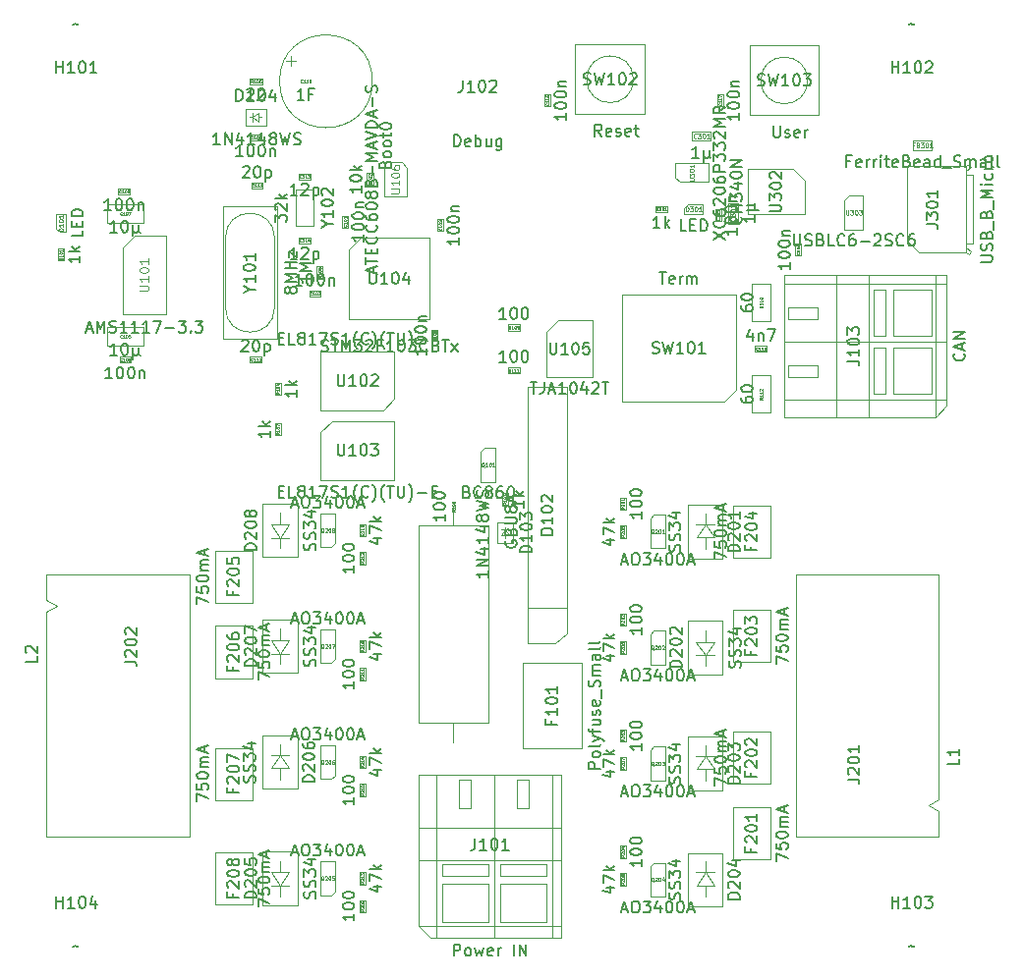
<source format=gbr>
%TF.GenerationSoftware,KiCad,Pcbnew,8.0.8+1*%
%TF.CreationDate,2025-03-01T17:33:29+00:00*%
%TF.ProjectId,dcclicht,6463636c-6963-4687-942e-6b696361645f,rev?*%
%TF.SameCoordinates,Original*%
%TF.FileFunction,AssemblyDrawing,Top*%
%FSLAX46Y46*%
G04 Gerber Fmt 4.6, Leading zero omitted, Abs format (unit mm)*
G04 Created by KiCad (PCBNEW 8.0.8+1) date 2025-03-01 17:33:29*
%MOMM*%
%LPD*%
G01*
G04 APERTURE LIST*
%ADD10C,0.150000*%
%ADD11C,0.040000*%
%ADD12C,0.050000*%
%ADD13C,0.060000*%
%ADD14C,0.105000*%
%ADD15C,0.120000*%
%ADD16C,0.100000*%
G04 APERTURE END LIST*
D10*
X159718152Y-104690476D02*
X160384819Y-104690476D01*
X159337200Y-104928571D02*
X160051485Y-105166666D01*
X160051485Y-105166666D02*
X160051485Y-104547619D01*
X159384819Y-104261904D02*
X159384819Y-103595238D01*
X159384819Y-103595238D02*
X160384819Y-104023809D01*
X160384819Y-103214285D02*
X159384819Y-103214285D01*
X160003866Y-103119047D02*
X160384819Y-102833333D01*
X159718152Y-102833333D02*
X160099104Y-103214285D01*
D11*
X161218200Y-104290951D02*
X161094391Y-104377618D01*
X161218200Y-104439523D02*
X160958200Y-104439523D01*
X160958200Y-104439523D02*
X160958200Y-104340475D01*
X160958200Y-104340475D02*
X160970581Y-104315713D01*
X160970581Y-104315713D02*
X160982962Y-104303332D01*
X160982962Y-104303332D02*
X161007724Y-104290951D01*
X161007724Y-104290951D02*
X161044867Y-104290951D01*
X161044867Y-104290951D02*
X161069629Y-104303332D01*
X161069629Y-104303332D02*
X161082010Y-104315713D01*
X161082010Y-104315713D02*
X161094391Y-104340475D01*
X161094391Y-104340475D02*
X161094391Y-104439523D01*
X160982962Y-104191904D02*
X160970581Y-104179523D01*
X160970581Y-104179523D02*
X160958200Y-104154761D01*
X160958200Y-104154761D02*
X160958200Y-104092856D01*
X160958200Y-104092856D02*
X160970581Y-104068094D01*
X160970581Y-104068094D02*
X160982962Y-104055713D01*
X160982962Y-104055713D02*
X161007724Y-104043332D01*
X161007724Y-104043332D02*
X161032486Y-104043332D01*
X161032486Y-104043332D02*
X161069629Y-104055713D01*
X161069629Y-104055713D02*
X161218200Y-104204285D01*
X161218200Y-104204285D02*
X161218200Y-104043332D01*
X160958200Y-103882380D02*
X160958200Y-103857618D01*
X160958200Y-103857618D02*
X160970581Y-103832856D01*
X160970581Y-103832856D02*
X160982962Y-103820475D01*
X160982962Y-103820475D02*
X161007724Y-103808094D01*
X161007724Y-103808094D02*
X161057248Y-103795713D01*
X161057248Y-103795713D02*
X161119153Y-103795713D01*
X161119153Y-103795713D02*
X161168677Y-103808094D01*
X161168677Y-103808094D02*
X161193439Y-103820475D01*
X161193439Y-103820475D02*
X161205820Y-103832856D01*
X161205820Y-103832856D02*
X161218200Y-103857618D01*
X161218200Y-103857618D02*
X161218200Y-103882380D01*
X161218200Y-103882380D02*
X161205820Y-103907142D01*
X161205820Y-103907142D02*
X161193439Y-103919523D01*
X161193439Y-103919523D02*
X161168677Y-103931904D01*
X161168677Y-103931904D02*
X161119153Y-103944285D01*
X161119153Y-103944285D02*
X161057248Y-103944285D01*
X161057248Y-103944285D02*
X161007724Y-103931904D01*
X161007724Y-103931904D02*
X160982962Y-103919523D01*
X160982962Y-103919523D02*
X160970581Y-103907142D01*
X160970581Y-103907142D02*
X160958200Y-103882380D01*
X160958200Y-103560475D02*
X160958200Y-103684285D01*
X160958200Y-103684285D02*
X161082010Y-103696666D01*
X161082010Y-103696666D02*
X161069629Y-103684285D01*
X161069629Y-103684285D02*
X161057248Y-103659523D01*
X161057248Y-103659523D02*
X161057248Y-103597618D01*
X161057248Y-103597618D02*
X161069629Y-103572856D01*
X161069629Y-103572856D02*
X161082010Y-103560475D01*
X161082010Y-103560475D02*
X161106772Y-103548094D01*
X161106772Y-103548094D02*
X161168677Y-103548094D01*
X161168677Y-103548094D02*
X161193439Y-103560475D01*
X161193439Y-103560475D02*
X161205820Y-103572856D01*
X161205820Y-103572856D02*
X161218200Y-103597618D01*
X161218200Y-103597618D02*
X161218200Y-103659523D01*
X161218200Y-103659523D02*
X161205820Y-103684285D01*
X161205820Y-103684285D02*
X161193439Y-103696666D01*
D10*
X113738095Y-60323866D02*
X113785714Y-60276247D01*
X113785714Y-60276247D02*
X113880952Y-60228628D01*
X113880952Y-60228628D02*
X114071428Y-60323866D01*
X114071428Y-60323866D02*
X114166666Y-60276247D01*
X114166666Y-60276247D02*
X114214285Y-60228628D01*
X112285714Y-64454819D02*
X112285714Y-63454819D01*
X112285714Y-63931009D02*
X112857142Y-63931009D01*
X112857142Y-64454819D02*
X112857142Y-63454819D01*
X113857142Y-64454819D02*
X113285714Y-64454819D01*
X113571428Y-64454819D02*
X113571428Y-63454819D01*
X113571428Y-63454819D02*
X113476190Y-63597676D01*
X113476190Y-63597676D02*
X113380952Y-63692914D01*
X113380952Y-63692914D02*
X113285714Y-63740533D01*
X114476190Y-63454819D02*
X114571428Y-63454819D01*
X114571428Y-63454819D02*
X114666666Y-63502438D01*
X114666666Y-63502438D02*
X114714285Y-63550057D01*
X114714285Y-63550057D02*
X114761904Y-63645295D01*
X114761904Y-63645295D02*
X114809523Y-63835771D01*
X114809523Y-63835771D02*
X114809523Y-64073866D01*
X114809523Y-64073866D02*
X114761904Y-64264342D01*
X114761904Y-64264342D02*
X114714285Y-64359580D01*
X114714285Y-64359580D02*
X114666666Y-64407200D01*
X114666666Y-64407200D02*
X114571428Y-64454819D01*
X114571428Y-64454819D02*
X114476190Y-64454819D01*
X114476190Y-64454819D02*
X114380952Y-64407200D01*
X114380952Y-64407200D02*
X114333333Y-64359580D01*
X114333333Y-64359580D02*
X114285714Y-64264342D01*
X114285714Y-64264342D02*
X114238095Y-64073866D01*
X114238095Y-64073866D02*
X114238095Y-63835771D01*
X114238095Y-63835771D02*
X114285714Y-63645295D01*
X114285714Y-63645295D02*
X114333333Y-63550057D01*
X114333333Y-63550057D02*
X114380952Y-63502438D01*
X114380952Y-63502438D02*
X114476190Y-63454819D01*
X115761904Y-64454819D02*
X115190476Y-64454819D01*
X115476190Y-64454819D02*
X115476190Y-63454819D01*
X115476190Y-63454819D02*
X115380952Y-63597676D01*
X115380952Y-63597676D02*
X115285714Y-63692914D01*
X115285714Y-63692914D02*
X115190476Y-63740533D01*
X169004819Y-125880951D02*
X169004819Y-125214285D01*
X169004819Y-125214285D02*
X170004819Y-125642856D01*
X169004819Y-124357142D02*
X169004819Y-124833332D01*
X169004819Y-124833332D02*
X169481009Y-124880951D01*
X169481009Y-124880951D02*
X169433390Y-124833332D01*
X169433390Y-124833332D02*
X169385771Y-124738094D01*
X169385771Y-124738094D02*
X169385771Y-124499999D01*
X169385771Y-124499999D02*
X169433390Y-124404761D01*
X169433390Y-124404761D02*
X169481009Y-124357142D01*
X169481009Y-124357142D02*
X169576247Y-124309523D01*
X169576247Y-124309523D02*
X169814342Y-124309523D01*
X169814342Y-124309523D02*
X169909580Y-124357142D01*
X169909580Y-124357142D02*
X169957200Y-124404761D01*
X169957200Y-124404761D02*
X170004819Y-124499999D01*
X170004819Y-124499999D02*
X170004819Y-124738094D01*
X170004819Y-124738094D02*
X169957200Y-124833332D01*
X169957200Y-124833332D02*
X169909580Y-124880951D01*
X169004819Y-123690475D02*
X169004819Y-123595237D01*
X169004819Y-123595237D02*
X169052438Y-123499999D01*
X169052438Y-123499999D02*
X169100057Y-123452380D01*
X169100057Y-123452380D02*
X169195295Y-123404761D01*
X169195295Y-123404761D02*
X169385771Y-123357142D01*
X169385771Y-123357142D02*
X169623866Y-123357142D01*
X169623866Y-123357142D02*
X169814342Y-123404761D01*
X169814342Y-123404761D02*
X169909580Y-123452380D01*
X169909580Y-123452380D02*
X169957200Y-123499999D01*
X169957200Y-123499999D02*
X170004819Y-123595237D01*
X170004819Y-123595237D02*
X170004819Y-123690475D01*
X170004819Y-123690475D02*
X169957200Y-123785713D01*
X169957200Y-123785713D02*
X169909580Y-123833332D01*
X169909580Y-123833332D02*
X169814342Y-123880951D01*
X169814342Y-123880951D02*
X169623866Y-123928570D01*
X169623866Y-123928570D02*
X169385771Y-123928570D01*
X169385771Y-123928570D02*
X169195295Y-123880951D01*
X169195295Y-123880951D02*
X169100057Y-123833332D01*
X169100057Y-123833332D02*
X169052438Y-123785713D01*
X169052438Y-123785713D02*
X169004819Y-123690475D01*
X170004819Y-122928570D02*
X169338152Y-122928570D01*
X169433390Y-122928570D02*
X169385771Y-122880951D01*
X169385771Y-122880951D02*
X169338152Y-122785713D01*
X169338152Y-122785713D02*
X169338152Y-122642856D01*
X169338152Y-122642856D02*
X169385771Y-122547618D01*
X169385771Y-122547618D02*
X169481009Y-122499999D01*
X169481009Y-122499999D02*
X170004819Y-122499999D01*
X169481009Y-122499999D02*
X169385771Y-122452380D01*
X169385771Y-122452380D02*
X169338152Y-122357142D01*
X169338152Y-122357142D02*
X169338152Y-122214285D01*
X169338152Y-122214285D02*
X169385771Y-122119046D01*
X169385771Y-122119046D02*
X169481009Y-122071427D01*
X169481009Y-122071427D02*
X170004819Y-122071427D01*
X169719104Y-121642856D02*
X169719104Y-121166666D01*
X170004819Y-121738094D02*
X169004819Y-121404761D01*
X169004819Y-121404761D02*
X170004819Y-121071428D01*
X172131009Y-124785714D02*
X172131009Y-125119047D01*
X172654819Y-125119047D02*
X171654819Y-125119047D01*
X171654819Y-125119047D02*
X171654819Y-124642857D01*
X171750057Y-124309523D02*
X171702438Y-124261904D01*
X171702438Y-124261904D02*
X171654819Y-124166666D01*
X171654819Y-124166666D02*
X171654819Y-123928571D01*
X171654819Y-123928571D02*
X171702438Y-123833333D01*
X171702438Y-123833333D02*
X171750057Y-123785714D01*
X171750057Y-123785714D02*
X171845295Y-123738095D01*
X171845295Y-123738095D02*
X171940533Y-123738095D01*
X171940533Y-123738095D02*
X172083390Y-123785714D01*
X172083390Y-123785714D02*
X172654819Y-124357142D01*
X172654819Y-124357142D02*
X172654819Y-123738095D01*
X171654819Y-123119047D02*
X171654819Y-123023809D01*
X171654819Y-123023809D02*
X171702438Y-122928571D01*
X171702438Y-122928571D02*
X171750057Y-122880952D01*
X171750057Y-122880952D02*
X171845295Y-122833333D01*
X171845295Y-122833333D02*
X172035771Y-122785714D01*
X172035771Y-122785714D02*
X172273866Y-122785714D01*
X172273866Y-122785714D02*
X172464342Y-122833333D01*
X172464342Y-122833333D02*
X172559580Y-122880952D01*
X172559580Y-122880952D02*
X172607200Y-122928571D01*
X172607200Y-122928571D02*
X172654819Y-123023809D01*
X172654819Y-123023809D02*
X172654819Y-123119047D01*
X172654819Y-123119047D02*
X172607200Y-123214285D01*
X172607200Y-123214285D02*
X172559580Y-123261904D01*
X172559580Y-123261904D02*
X172464342Y-123309523D01*
X172464342Y-123309523D02*
X172273866Y-123357142D01*
X172273866Y-123357142D02*
X172035771Y-123357142D01*
X172035771Y-123357142D02*
X171845295Y-123309523D01*
X171845295Y-123309523D02*
X171750057Y-123261904D01*
X171750057Y-123261904D02*
X171702438Y-123214285D01*
X171702438Y-123214285D02*
X171654819Y-123119047D01*
X171750057Y-122404761D02*
X171702438Y-122357142D01*
X171702438Y-122357142D02*
X171654819Y-122261904D01*
X171654819Y-122261904D02*
X171654819Y-122023809D01*
X171654819Y-122023809D02*
X171702438Y-121928571D01*
X171702438Y-121928571D02*
X171750057Y-121880952D01*
X171750057Y-121880952D02*
X171845295Y-121833333D01*
X171845295Y-121833333D02*
X171940533Y-121833333D01*
X171940533Y-121833333D02*
X172083390Y-121880952D01*
X172083390Y-121880952D02*
X172654819Y-122452380D01*
X172654819Y-122452380D02*
X172654819Y-121833333D01*
X185738095Y-139823866D02*
X185785714Y-139776247D01*
X185785714Y-139776247D02*
X185880952Y-139728628D01*
X185880952Y-139728628D02*
X186071428Y-139823866D01*
X186071428Y-139823866D02*
X186166666Y-139776247D01*
X186166666Y-139776247D02*
X186214285Y-139728628D01*
X184285714Y-136454819D02*
X184285714Y-135454819D01*
X184285714Y-135931009D02*
X184857142Y-135931009D01*
X184857142Y-136454819D02*
X184857142Y-135454819D01*
X185857142Y-136454819D02*
X185285714Y-136454819D01*
X185571428Y-136454819D02*
X185571428Y-135454819D01*
X185571428Y-135454819D02*
X185476190Y-135597676D01*
X185476190Y-135597676D02*
X185380952Y-135692914D01*
X185380952Y-135692914D02*
X185285714Y-135740533D01*
X186476190Y-135454819D02*
X186571428Y-135454819D01*
X186571428Y-135454819D02*
X186666666Y-135502438D01*
X186666666Y-135502438D02*
X186714285Y-135550057D01*
X186714285Y-135550057D02*
X186761904Y-135645295D01*
X186761904Y-135645295D02*
X186809523Y-135835771D01*
X186809523Y-135835771D02*
X186809523Y-136073866D01*
X186809523Y-136073866D02*
X186761904Y-136264342D01*
X186761904Y-136264342D02*
X186714285Y-136359580D01*
X186714285Y-136359580D02*
X186666666Y-136407200D01*
X186666666Y-136407200D02*
X186571428Y-136454819D01*
X186571428Y-136454819D02*
X186476190Y-136454819D01*
X186476190Y-136454819D02*
X186380952Y-136407200D01*
X186380952Y-136407200D02*
X186333333Y-136359580D01*
X186333333Y-136359580D02*
X186285714Y-136264342D01*
X186285714Y-136264342D02*
X186238095Y-136073866D01*
X186238095Y-136073866D02*
X186238095Y-135835771D01*
X186238095Y-135835771D02*
X186285714Y-135645295D01*
X186285714Y-135645295D02*
X186333333Y-135550057D01*
X186333333Y-135550057D02*
X186380952Y-135502438D01*
X186380952Y-135502438D02*
X186476190Y-135454819D01*
X187142857Y-135454819D02*
X187761904Y-135454819D01*
X187761904Y-135454819D02*
X187428571Y-135835771D01*
X187428571Y-135835771D02*
X187571428Y-135835771D01*
X187571428Y-135835771D02*
X187666666Y-135883390D01*
X187666666Y-135883390D02*
X187714285Y-135931009D01*
X187714285Y-135931009D02*
X187761904Y-136026247D01*
X187761904Y-136026247D02*
X187761904Y-136264342D01*
X187761904Y-136264342D02*
X187714285Y-136359580D01*
X187714285Y-136359580D02*
X187666666Y-136407200D01*
X187666666Y-136407200D02*
X187571428Y-136454819D01*
X187571428Y-136454819D02*
X187285714Y-136454819D01*
X187285714Y-136454819D02*
X187190476Y-136407200D01*
X187190476Y-136407200D02*
X187142857Y-136359580D01*
X164232024Y-81627319D02*
X164803452Y-81627319D01*
X164517738Y-82627319D02*
X164517738Y-81627319D01*
X165517738Y-82579700D02*
X165422500Y-82627319D01*
X165422500Y-82627319D02*
X165232024Y-82627319D01*
X165232024Y-82627319D02*
X165136786Y-82579700D01*
X165136786Y-82579700D02*
X165089167Y-82484461D01*
X165089167Y-82484461D02*
X165089167Y-82103509D01*
X165089167Y-82103509D02*
X165136786Y-82008271D01*
X165136786Y-82008271D02*
X165232024Y-81960652D01*
X165232024Y-81960652D02*
X165422500Y-81960652D01*
X165422500Y-81960652D02*
X165517738Y-82008271D01*
X165517738Y-82008271D02*
X165565357Y-82103509D01*
X165565357Y-82103509D02*
X165565357Y-82198747D01*
X165565357Y-82198747D02*
X165089167Y-82293985D01*
X165993929Y-82627319D02*
X165993929Y-81960652D01*
X165993929Y-82151128D02*
X166041548Y-82055890D01*
X166041548Y-82055890D02*
X166089167Y-82008271D01*
X166089167Y-82008271D02*
X166184405Y-81960652D01*
X166184405Y-81960652D02*
X166279643Y-81960652D01*
X166612977Y-82627319D02*
X166612977Y-81960652D01*
X166612977Y-82055890D02*
X166660596Y-82008271D01*
X166660596Y-82008271D02*
X166755834Y-81960652D01*
X166755834Y-81960652D02*
X166898691Y-81960652D01*
X166898691Y-81960652D02*
X166993929Y-82008271D01*
X166993929Y-82008271D02*
X167041548Y-82103509D01*
X167041548Y-82103509D02*
X167041548Y-82627319D01*
X167041548Y-82103509D02*
X167089167Y-82008271D01*
X167089167Y-82008271D02*
X167184405Y-81960652D01*
X167184405Y-81960652D02*
X167327262Y-81960652D01*
X167327262Y-81960652D02*
X167422501Y-82008271D01*
X167422501Y-82008271D02*
X167470120Y-82103509D01*
X167470120Y-82103509D02*
X167470120Y-82627319D01*
X163636786Y-88579700D02*
X163779643Y-88627319D01*
X163779643Y-88627319D02*
X164017738Y-88627319D01*
X164017738Y-88627319D02*
X164112976Y-88579700D01*
X164112976Y-88579700D02*
X164160595Y-88532080D01*
X164160595Y-88532080D02*
X164208214Y-88436842D01*
X164208214Y-88436842D02*
X164208214Y-88341604D01*
X164208214Y-88341604D02*
X164160595Y-88246366D01*
X164160595Y-88246366D02*
X164112976Y-88198747D01*
X164112976Y-88198747D02*
X164017738Y-88151128D01*
X164017738Y-88151128D02*
X163827262Y-88103509D01*
X163827262Y-88103509D02*
X163732024Y-88055890D01*
X163732024Y-88055890D02*
X163684405Y-88008271D01*
X163684405Y-88008271D02*
X163636786Y-87913033D01*
X163636786Y-87913033D02*
X163636786Y-87817795D01*
X163636786Y-87817795D02*
X163684405Y-87722557D01*
X163684405Y-87722557D02*
X163732024Y-87674938D01*
X163732024Y-87674938D02*
X163827262Y-87627319D01*
X163827262Y-87627319D02*
X164065357Y-87627319D01*
X164065357Y-87627319D02*
X164208214Y-87674938D01*
X164541548Y-87627319D02*
X164779643Y-88627319D01*
X164779643Y-88627319D02*
X164970119Y-87913033D01*
X164970119Y-87913033D02*
X165160595Y-88627319D01*
X165160595Y-88627319D02*
X165398691Y-87627319D01*
X166303452Y-88627319D02*
X165732024Y-88627319D01*
X166017738Y-88627319D02*
X166017738Y-87627319D01*
X166017738Y-87627319D02*
X165922500Y-87770176D01*
X165922500Y-87770176D02*
X165827262Y-87865414D01*
X165827262Y-87865414D02*
X165732024Y-87913033D01*
X166922500Y-87627319D02*
X167017738Y-87627319D01*
X167017738Y-87627319D02*
X167112976Y-87674938D01*
X167112976Y-87674938D02*
X167160595Y-87722557D01*
X167160595Y-87722557D02*
X167208214Y-87817795D01*
X167208214Y-87817795D02*
X167255833Y-88008271D01*
X167255833Y-88008271D02*
X167255833Y-88246366D01*
X167255833Y-88246366D02*
X167208214Y-88436842D01*
X167208214Y-88436842D02*
X167160595Y-88532080D01*
X167160595Y-88532080D02*
X167112976Y-88579700D01*
X167112976Y-88579700D02*
X167017738Y-88627319D01*
X167017738Y-88627319D02*
X166922500Y-88627319D01*
X166922500Y-88627319D02*
X166827262Y-88579700D01*
X166827262Y-88579700D02*
X166779643Y-88532080D01*
X166779643Y-88532080D02*
X166732024Y-88436842D01*
X166732024Y-88436842D02*
X166684405Y-88246366D01*
X166684405Y-88246366D02*
X166684405Y-88008271D01*
X166684405Y-88008271D02*
X166732024Y-87817795D01*
X166732024Y-87817795D02*
X166779643Y-87722557D01*
X166779643Y-87722557D02*
X166827262Y-87674938D01*
X166827262Y-87674938D02*
X166922500Y-87627319D01*
X168208214Y-88627319D02*
X167636786Y-88627319D01*
X167922500Y-88627319D02*
X167922500Y-87627319D01*
X167922500Y-87627319D02*
X167827262Y-87770176D01*
X167827262Y-87770176D02*
X167732024Y-87865414D01*
X167732024Y-87865414D02*
X167636786Y-87913033D01*
X151033333Y-85684819D02*
X150461905Y-85684819D01*
X150747619Y-85684819D02*
X150747619Y-84684819D01*
X150747619Y-84684819D02*
X150652381Y-84827676D01*
X150652381Y-84827676D02*
X150557143Y-84922914D01*
X150557143Y-84922914D02*
X150461905Y-84970533D01*
X151652381Y-84684819D02*
X151747619Y-84684819D01*
X151747619Y-84684819D02*
X151842857Y-84732438D01*
X151842857Y-84732438D02*
X151890476Y-84780057D01*
X151890476Y-84780057D02*
X151938095Y-84875295D01*
X151938095Y-84875295D02*
X151985714Y-85065771D01*
X151985714Y-85065771D02*
X151985714Y-85303866D01*
X151985714Y-85303866D02*
X151938095Y-85494342D01*
X151938095Y-85494342D02*
X151890476Y-85589580D01*
X151890476Y-85589580D02*
X151842857Y-85637200D01*
X151842857Y-85637200D02*
X151747619Y-85684819D01*
X151747619Y-85684819D02*
X151652381Y-85684819D01*
X151652381Y-85684819D02*
X151557143Y-85637200D01*
X151557143Y-85637200D02*
X151509524Y-85589580D01*
X151509524Y-85589580D02*
X151461905Y-85494342D01*
X151461905Y-85494342D02*
X151414286Y-85303866D01*
X151414286Y-85303866D02*
X151414286Y-85065771D01*
X151414286Y-85065771D02*
X151461905Y-84875295D01*
X151461905Y-84875295D02*
X151509524Y-84780057D01*
X151509524Y-84780057D02*
X151557143Y-84732438D01*
X151557143Y-84732438D02*
X151652381Y-84684819D01*
X152604762Y-84684819D02*
X152700000Y-84684819D01*
X152700000Y-84684819D02*
X152795238Y-84732438D01*
X152795238Y-84732438D02*
X152842857Y-84780057D01*
X152842857Y-84780057D02*
X152890476Y-84875295D01*
X152890476Y-84875295D02*
X152938095Y-85065771D01*
X152938095Y-85065771D02*
X152938095Y-85303866D01*
X152938095Y-85303866D02*
X152890476Y-85494342D01*
X152890476Y-85494342D02*
X152842857Y-85589580D01*
X152842857Y-85589580D02*
X152795238Y-85637200D01*
X152795238Y-85637200D02*
X152700000Y-85684819D01*
X152700000Y-85684819D02*
X152604762Y-85684819D01*
X152604762Y-85684819D02*
X152509524Y-85637200D01*
X152509524Y-85637200D02*
X152461905Y-85589580D01*
X152461905Y-85589580D02*
X152414286Y-85494342D01*
X152414286Y-85494342D02*
X152366667Y-85303866D01*
X152366667Y-85303866D02*
X152366667Y-85065771D01*
X152366667Y-85065771D02*
X152414286Y-84875295D01*
X152414286Y-84875295D02*
X152461905Y-84780057D01*
X152461905Y-84780057D02*
X152509524Y-84732438D01*
X152509524Y-84732438D02*
X152604762Y-84684819D01*
D11*
X151409048Y-86518200D02*
X151322381Y-86394391D01*
X151260476Y-86518200D02*
X151260476Y-86258200D01*
X151260476Y-86258200D02*
X151359524Y-86258200D01*
X151359524Y-86258200D02*
X151384286Y-86270581D01*
X151384286Y-86270581D02*
X151396667Y-86282962D01*
X151396667Y-86282962D02*
X151409048Y-86307724D01*
X151409048Y-86307724D02*
X151409048Y-86344867D01*
X151409048Y-86344867D02*
X151396667Y-86369629D01*
X151396667Y-86369629D02*
X151384286Y-86382010D01*
X151384286Y-86382010D02*
X151359524Y-86394391D01*
X151359524Y-86394391D02*
X151260476Y-86394391D01*
X151656667Y-86518200D02*
X151508095Y-86518200D01*
X151582381Y-86518200D02*
X151582381Y-86258200D01*
X151582381Y-86258200D02*
X151557619Y-86295343D01*
X151557619Y-86295343D02*
X151532857Y-86320105D01*
X151532857Y-86320105D02*
X151508095Y-86332486D01*
X151817619Y-86258200D02*
X151842381Y-86258200D01*
X151842381Y-86258200D02*
X151867143Y-86270581D01*
X151867143Y-86270581D02*
X151879524Y-86282962D01*
X151879524Y-86282962D02*
X151891905Y-86307724D01*
X151891905Y-86307724D02*
X151904286Y-86357248D01*
X151904286Y-86357248D02*
X151904286Y-86419153D01*
X151904286Y-86419153D02*
X151891905Y-86468677D01*
X151891905Y-86468677D02*
X151879524Y-86493439D01*
X151879524Y-86493439D02*
X151867143Y-86505820D01*
X151867143Y-86505820D02*
X151842381Y-86518200D01*
X151842381Y-86518200D02*
X151817619Y-86518200D01*
X151817619Y-86518200D02*
X151792857Y-86505820D01*
X151792857Y-86505820D02*
X151780476Y-86493439D01*
X151780476Y-86493439D02*
X151768095Y-86468677D01*
X151768095Y-86468677D02*
X151755714Y-86419153D01*
X151755714Y-86419153D02*
X151755714Y-86357248D01*
X151755714Y-86357248D02*
X151768095Y-86307724D01*
X151768095Y-86307724D02*
X151780476Y-86282962D01*
X151780476Y-86282962D02*
X151792857Y-86270581D01*
X151792857Y-86270581D02*
X151817619Y-86258200D01*
X152028095Y-86518200D02*
X152077619Y-86518200D01*
X152077619Y-86518200D02*
X152102381Y-86505820D01*
X152102381Y-86505820D02*
X152114762Y-86493439D01*
X152114762Y-86493439D02*
X152139524Y-86456296D01*
X152139524Y-86456296D02*
X152151905Y-86406772D01*
X152151905Y-86406772D02*
X152151905Y-86307724D01*
X152151905Y-86307724D02*
X152139524Y-86282962D01*
X152139524Y-86282962D02*
X152127143Y-86270581D01*
X152127143Y-86270581D02*
X152102381Y-86258200D01*
X152102381Y-86258200D02*
X152052857Y-86258200D01*
X152052857Y-86258200D02*
X152028095Y-86270581D01*
X152028095Y-86270581D02*
X152015714Y-86282962D01*
X152015714Y-86282962D02*
X152003333Y-86307724D01*
X152003333Y-86307724D02*
X152003333Y-86369629D01*
X152003333Y-86369629D02*
X152015714Y-86394391D01*
X152015714Y-86394391D02*
X152028095Y-86406772D01*
X152028095Y-86406772D02*
X152052857Y-86419153D01*
X152052857Y-86419153D02*
X152102381Y-86419153D01*
X152102381Y-86419153D02*
X152127143Y-86406772D01*
X152127143Y-86406772D02*
X152139524Y-86394391D01*
X152139524Y-86394391D02*
X152151905Y-86369629D01*
D10*
X140631009Y-72345238D02*
X140678628Y-72202381D01*
X140678628Y-72202381D02*
X140726247Y-72154762D01*
X140726247Y-72154762D02*
X140821485Y-72107143D01*
X140821485Y-72107143D02*
X140964342Y-72107143D01*
X140964342Y-72107143D02*
X141059580Y-72154762D01*
X141059580Y-72154762D02*
X141107200Y-72202381D01*
X141107200Y-72202381D02*
X141154819Y-72297619D01*
X141154819Y-72297619D02*
X141154819Y-72678571D01*
X141154819Y-72678571D02*
X140154819Y-72678571D01*
X140154819Y-72678571D02*
X140154819Y-72345238D01*
X140154819Y-72345238D02*
X140202438Y-72250000D01*
X140202438Y-72250000D02*
X140250057Y-72202381D01*
X140250057Y-72202381D02*
X140345295Y-72154762D01*
X140345295Y-72154762D02*
X140440533Y-72154762D01*
X140440533Y-72154762D02*
X140535771Y-72202381D01*
X140535771Y-72202381D02*
X140583390Y-72250000D01*
X140583390Y-72250000D02*
X140631009Y-72345238D01*
X140631009Y-72345238D02*
X140631009Y-72678571D01*
X141154819Y-71535714D02*
X141107200Y-71630952D01*
X141107200Y-71630952D02*
X141059580Y-71678571D01*
X141059580Y-71678571D02*
X140964342Y-71726190D01*
X140964342Y-71726190D02*
X140678628Y-71726190D01*
X140678628Y-71726190D02*
X140583390Y-71678571D01*
X140583390Y-71678571D02*
X140535771Y-71630952D01*
X140535771Y-71630952D02*
X140488152Y-71535714D01*
X140488152Y-71535714D02*
X140488152Y-71392857D01*
X140488152Y-71392857D02*
X140535771Y-71297619D01*
X140535771Y-71297619D02*
X140583390Y-71250000D01*
X140583390Y-71250000D02*
X140678628Y-71202381D01*
X140678628Y-71202381D02*
X140964342Y-71202381D01*
X140964342Y-71202381D02*
X141059580Y-71250000D01*
X141059580Y-71250000D02*
X141107200Y-71297619D01*
X141107200Y-71297619D02*
X141154819Y-71392857D01*
X141154819Y-71392857D02*
X141154819Y-71535714D01*
X141154819Y-70630952D02*
X141107200Y-70726190D01*
X141107200Y-70726190D02*
X141059580Y-70773809D01*
X141059580Y-70773809D02*
X140964342Y-70821428D01*
X140964342Y-70821428D02*
X140678628Y-70821428D01*
X140678628Y-70821428D02*
X140583390Y-70773809D01*
X140583390Y-70773809D02*
X140535771Y-70726190D01*
X140535771Y-70726190D02*
X140488152Y-70630952D01*
X140488152Y-70630952D02*
X140488152Y-70488095D01*
X140488152Y-70488095D02*
X140535771Y-70392857D01*
X140535771Y-70392857D02*
X140583390Y-70345238D01*
X140583390Y-70345238D02*
X140678628Y-70297619D01*
X140678628Y-70297619D02*
X140964342Y-70297619D01*
X140964342Y-70297619D02*
X141059580Y-70345238D01*
X141059580Y-70345238D02*
X141107200Y-70392857D01*
X141107200Y-70392857D02*
X141154819Y-70488095D01*
X141154819Y-70488095D02*
X141154819Y-70630952D01*
X140488152Y-70011904D02*
X140488152Y-69630952D01*
X140154819Y-69869047D02*
X141011961Y-69869047D01*
X141011961Y-69869047D02*
X141107200Y-69821428D01*
X141107200Y-69821428D02*
X141154819Y-69726190D01*
X141154819Y-69726190D02*
X141154819Y-69630952D01*
X140154819Y-69107142D02*
X140154819Y-69011904D01*
X140154819Y-69011904D02*
X140202438Y-68916666D01*
X140202438Y-68916666D02*
X140250057Y-68869047D01*
X140250057Y-68869047D02*
X140345295Y-68821428D01*
X140345295Y-68821428D02*
X140535771Y-68773809D01*
X140535771Y-68773809D02*
X140773866Y-68773809D01*
X140773866Y-68773809D02*
X140964342Y-68821428D01*
X140964342Y-68821428D02*
X141059580Y-68869047D01*
X141059580Y-68869047D02*
X141107200Y-68916666D01*
X141107200Y-68916666D02*
X141154819Y-69011904D01*
X141154819Y-69011904D02*
X141154819Y-69107142D01*
X141154819Y-69107142D02*
X141107200Y-69202380D01*
X141107200Y-69202380D02*
X141059580Y-69249999D01*
X141059580Y-69249999D02*
X140964342Y-69297618D01*
X140964342Y-69297618D02*
X140773866Y-69345237D01*
X140773866Y-69345237D02*
X140535771Y-69345237D01*
X140535771Y-69345237D02*
X140345295Y-69297618D01*
X140345295Y-69297618D02*
X140250057Y-69249999D01*
X140250057Y-69249999D02*
X140202438Y-69202380D01*
X140202438Y-69202380D02*
X140154819Y-69107142D01*
X147642857Y-100581009D02*
X147785714Y-100628628D01*
X147785714Y-100628628D02*
X147833333Y-100676247D01*
X147833333Y-100676247D02*
X147880952Y-100771485D01*
X147880952Y-100771485D02*
X147880952Y-100914342D01*
X147880952Y-100914342D02*
X147833333Y-101009580D01*
X147833333Y-101009580D02*
X147785714Y-101057200D01*
X147785714Y-101057200D02*
X147690476Y-101104819D01*
X147690476Y-101104819D02*
X147309524Y-101104819D01*
X147309524Y-101104819D02*
X147309524Y-100104819D01*
X147309524Y-100104819D02*
X147642857Y-100104819D01*
X147642857Y-100104819D02*
X147738095Y-100152438D01*
X147738095Y-100152438D02*
X147785714Y-100200057D01*
X147785714Y-100200057D02*
X147833333Y-100295295D01*
X147833333Y-100295295D02*
X147833333Y-100390533D01*
X147833333Y-100390533D02*
X147785714Y-100485771D01*
X147785714Y-100485771D02*
X147738095Y-100533390D01*
X147738095Y-100533390D02*
X147642857Y-100581009D01*
X147642857Y-100581009D02*
X147309524Y-100581009D01*
X148880952Y-101009580D02*
X148833333Y-101057200D01*
X148833333Y-101057200D02*
X148690476Y-101104819D01*
X148690476Y-101104819D02*
X148595238Y-101104819D01*
X148595238Y-101104819D02*
X148452381Y-101057200D01*
X148452381Y-101057200D02*
X148357143Y-100961961D01*
X148357143Y-100961961D02*
X148309524Y-100866723D01*
X148309524Y-100866723D02*
X148261905Y-100676247D01*
X148261905Y-100676247D02*
X148261905Y-100533390D01*
X148261905Y-100533390D02*
X148309524Y-100342914D01*
X148309524Y-100342914D02*
X148357143Y-100247676D01*
X148357143Y-100247676D02*
X148452381Y-100152438D01*
X148452381Y-100152438D02*
X148595238Y-100104819D01*
X148595238Y-100104819D02*
X148690476Y-100104819D01*
X148690476Y-100104819D02*
X148833333Y-100152438D01*
X148833333Y-100152438D02*
X148880952Y-100200057D01*
X149452381Y-100533390D02*
X149357143Y-100485771D01*
X149357143Y-100485771D02*
X149309524Y-100438152D01*
X149309524Y-100438152D02*
X149261905Y-100342914D01*
X149261905Y-100342914D02*
X149261905Y-100295295D01*
X149261905Y-100295295D02*
X149309524Y-100200057D01*
X149309524Y-100200057D02*
X149357143Y-100152438D01*
X149357143Y-100152438D02*
X149452381Y-100104819D01*
X149452381Y-100104819D02*
X149642857Y-100104819D01*
X149642857Y-100104819D02*
X149738095Y-100152438D01*
X149738095Y-100152438D02*
X149785714Y-100200057D01*
X149785714Y-100200057D02*
X149833333Y-100295295D01*
X149833333Y-100295295D02*
X149833333Y-100342914D01*
X149833333Y-100342914D02*
X149785714Y-100438152D01*
X149785714Y-100438152D02*
X149738095Y-100485771D01*
X149738095Y-100485771D02*
X149642857Y-100533390D01*
X149642857Y-100533390D02*
X149452381Y-100533390D01*
X149452381Y-100533390D02*
X149357143Y-100581009D01*
X149357143Y-100581009D02*
X149309524Y-100628628D01*
X149309524Y-100628628D02*
X149261905Y-100723866D01*
X149261905Y-100723866D02*
X149261905Y-100914342D01*
X149261905Y-100914342D02*
X149309524Y-101009580D01*
X149309524Y-101009580D02*
X149357143Y-101057200D01*
X149357143Y-101057200D02*
X149452381Y-101104819D01*
X149452381Y-101104819D02*
X149642857Y-101104819D01*
X149642857Y-101104819D02*
X149738095Y-101057200D01*
X149738095Y-101057200D02*
X149785714Y-101009580D01*
X149785714Y-101009580D02*
X149833333Y-100914342D01*
X149833333Y-100914342D02*
X149833333Y-100723866D01*
X149833333Y-100723866D02*
X149785714Y-100628628D01*
X149785714Y-100628628D02*
X149738095Y-100581009D01*
X149738095Y-100581009D02*
X149642857Y-100533390D01*
X150690476Y-100104819D02*
X150500000Y-100104819D01*
X150500000Y-100104819D02*
X150404762Y-100152438D01*
X150404762Y-100152438D02*
X150357143Y-100200057D01*
X150357143Y-100200057D02*
X150261905Y-100342914D01*
X150261905Y-100342914D02*
X150214286Y-100533390D01*
X150214286Y-100533390D02*
X150214286Y-100914342D01*
X150214286Y-100914342D02*
X150261905Y-101009580D01*
X150261905Y-101009580D02*
X150309524Y-101057200D01*
X150309524Y-101057200D02*
X150404762Y-101104819D01*
X150404762Y-101104819D02*
X150595238Y-101104819D01*
X150595238Y-101104819D02*
X150690476Y-101057200D01*
X150690476Y-101057200D02*
X150738095Y-101009580D01*
X150738095Y-101009580D02*
X150785714Y-100914342D01*
X150785714Y-100914342D02*
X150785714Y-100676247D01*
X150785714Y-100676247D02*
X150738095Y-100581009D01*
X150738095Y-100581009D02*
X150690476Y-100533390D01*
X150690476Y-100533390D02*
X150595238Y-100485771D01*
X150595238Y-100485771D02*
X150404762Y-100485771D01*
X150404762Y-100485771D02*
X150309524Y-100533390D01*
X150309524Y-100533390D02*
X150261905Y-100581009D01*
X150261905Y-100581009D02*
X150214286Y-100676247D01*
X151404762Y-100104819D02*
X151500000Y-100104819D01*
X151500000Y-100104819D02*
X151595238Y-100152438D01*
X151595238Y-100152438D02*
X151642857Y-100200057D01*
X151642857Y-100200057D02*
X151690476Y-100295295D01*
X151690476Y-100295295D02*
X151738095Y-100485771D01*
X151738095Y-100485771D02*
X151738095Y-100723866D01*
X151738095Y-100723866D02*
X151690476Y-100914342D01*
X151690476Y-100914342D02*
X151642857Y-101009580D01*
X151642857Y-101009580D02*
X151595238Y-101057200D01*
X151595238Y-101057200D02*
X151500000Y-101104819D01*
X151500000Y-101104819D02*
X151404762Y-101104819D01*
X151404762Y-101104819D02*
X151309524Y-101057200D01*
X151309524Y-101057200D02*
X151261905Y-101009580D01*
X151261905Y-101009580D02*
X151214286Y-100914342D01*
X151214286Y-100914342D02*
X151166667Y-100723866D01*
X151166667Y-100723866D02*
X151166667Y-100485771D01*
X151166667Y-100485771D02*
X151214286Y-100295295D01*
X151214286Y-100295295D02*
X151261905Y-100200057D01*
X151261905Y-100200057D02*
X151309524Y-100152438D01*
X151309524Y-100152438D02*
X151404762Y-100104819D01*
D12*
X149164761Y-98425914D02*
X149134285Y-98410676D01*
X149134285Y-98410676D02*
X149103809Y-98380200D01*
X149103809Y-98380200D02*
X149058095Y-98334485D01*
X149058095Y-98334485D02*
X149027618Y-98319247D01*
X149027618Y-98319247D02*
X148997142Y-98319247D01*
X149012380Y-98395438D02*
X148981904Y-98380200D01*
X148981904Y-98380200D02*
X148951428Y-98349723D01*
X148951428Y-98349723D02*
X148936190Y-98288771D01*
X148936190Y-98288771D02*
X148936190Y-98182104D01*
X148936190Y-98182104D02*
X148951428Y-98121152D01*
X148951428Y-98121152D02*
X148981904Y-98090676D01*
X148981904Y-98090676D02*
X149012380Y-98075438D01*
X149012380Y-98075438D02*
X149073333Y-98075438D01*
X149073333Y-98075438D02*
X149103809Y-98090676D01*
X149103809Y-98090676D02*
X149134285Y-98121152D01*
X149134285Y-98121152D02*
X149149523Y-98182104D01*
X149149523Y-98182104D02*
X149149523Y-98288771D01*
X149149523Y-98288771D02*
X149134285Y-98349723D01*
X149134285Y-98349723D02*
X149103809Y-98380200D01*
X149103809Y-98380200D02*
X149073333Y-98395438D01*
X149073333Y-98395438D02*
X149012380Y-98395438D01*
X149454285Y-98395438D02*
X149271428Y-98395438D01*
X149362856Y-98395438D02*
X149362856Y-98075438D01*
X149362856Y-98075438D02*
X149332380Y-98121152D01*
X149332380Y-98121152D02*
X149301904Y-98151628D01*
X149301904Y-98151628D02*
X149271428Y-98166866D01*
X149652380Y-98075438D02*
X149682857Y-98075438D01*
X149682857Y-98075438D02*
X149713333Y-98090676D01*
X149713333Y-98090676D02*
X149728571Y-98105914D01*
X149728571Y-98105914D02*
X149743809Y-98136390D01*
X149743809Y-98136390D02*
X149759047Y-98197342D01*
X149759047Y-98197342D02*
X149759047Y-98273533D01*
X149759047Y-98273533D02*
X149743809Y-98334485D01*
X149743809Y-98334485D02*
X149728571Y-98364961D01*
X149728571Y-98364961D02*
X149713333Y-98380200D01*
X149713333Y-98380200D02*
X149682857Y-98395438D01*
X149682857Y-98395438D02*
X149652380Y-98395438D01*
X149652380Y-98395438D02*
X149621904Y-98380200D01*
X149621904Y-98380200D02*
X149606666Y-98364961D01*
X149606666Y-98364961D02*
X149591428Y-98334485D01*
X149591428Y-98334485D02*
X149576190Y-98273533D01*
X149576190Y-98273533D02*
X149576190Y-98197342D01*
X149576190Y-98197342D02*
X149591428Y-98136390D01*
X149591428Y-98136390D02*
X149606666Y-98105914D01*
X149606666Y-98105914D02*
X149621904Y-98090676D01*
X149621904Y-98090676D02*
X149652380Y-98075438D01*
X150063809Y-98395438D02*
X149880952Y-98395438D01*
X149972380Y-98395438D02*
X149972380Y-98075438D01*
X149972380Y-98075438D02*
X149941904Y-98121152D01*
X149941904Y-98121152D02*
X149911428Y-98151628D01*
X149911428Y-98151628D02*
X149880952Y-98166866D01*
D10*
X168904819Y-78800594D02*
X169904819Y-78133928D01*
X168904819Y-78133928D02*
X169904819Y-78800594D01*
X169809580Y-77181547D02*
X169857200Y-77229166D01*
X169857200Y-77229166D02*
X169904819Y-77372023D01*
X169904819Y-77372023D02*
X169904819Y-77467261D01*
X169904819Y-77467261D02*
X169857200Y-77610118D01*
X169857200Y-77610118D02*
X169761961Y-77705356D01*
X169761961Y-77705356D02*
X169666723Y-77752975D01*
X169666723Y-77752975D02*
X169476247Y-77800594D01*
X169476247Y-77800594D02*
X169333390Y-77800594D01*
X169333390Y-77800594D02*
X169142914Y-77752975D01*
X169142914Y-77752975D02*
X169047676Y-77705356D01*
X169047676Y-77705356D02*
X168952438Y-77610118D01*
X168952438Y-77610118D02*
X168904819Y-77467261D01*
X168904819Y-77467261D02*
X168904819Y-77372023D01*
X168904819Y-77372023D02*
X168952438Y-77229166D01*
X168952438Y-77229166D02*
X169000057Y-77181547D01*
X168904819Y-76324404D02*
X168904819Y-76514880D01*
X168904819Y-76514880D02*
X168952438Y-76610118D01*
X168952438Y-76610118D02*
X169000057Y-76657737D01*
X169000057Y-76657737D02*
X169142914Y-76752975D01*
X169142914Y-76752975D02*
X169333390Y-76800594D01*
X169333390Y-76800594D02*
X169714342Y-76800594D01*
X169714342Y-76800594D02*
X169809580Y-76752975D01*
X169809580Y-76752975D02*
X169857200Y-76705356D01*
X169857200Y-76705356D02*
X169904819Y-76610118D01*
X169904819Y-76610118D02*
X169904819Y-76419642D01*
X169904819Y-76419642D02*
X169857200Y-76324404D01*
X169857200Y-76324404D02*
X169809580Y-76276785D01*
X169809580Y-76276785D02*
X169714342Y-76229166D01*
X169714342Y-76229166D02*
X169476247Y-76229166D01*
X169476247Y-76229166D02*
X169381009Y-76276785D01*
X169381009Y-76276785D02*
X169333390Y-76324404D01*
X169333390Y-76324404D02*
X169285771Y-76419642D01*
X169285771Y-76419642D02*
X169285771Y-76610118D01*
X169285771Y-76610118D02*
X169333390Y-76705356D01*
X169333390Y-76705356D02*
X169381009Y-76752975D01*
X169381009Y-76752975D02*
X169476247Y-76800594D01*
X169000057Y-75848213D02*
X168952438Y-75800594D01*
X168952438Y-75800594D02*
X168904819Y-75705356D01*
X168904819Y-75705356D02*
X168904819Y-75467261D01*
X168904819Y-75467261D02*
X168952438Y-75372023D01*
X168952438Y-75372023D02*
X169000057Y-75324404D01*
X169000057Y-75324404D02*
X169095295Y-75276785D01*
X169095295Y-75276785D02*
X169190533Y-75276785D01*
X169190533Y-75276785D02*
X169333390Y-75324404D01*
X169333390Y-75324404D02*
X169904819Y-75895832D01*
X169904819Y-75895832D02*
X169904819Y-75276785D01*
X168904819Y-74657737D02*
X168904819Y-74562499D01*
X168904819Y-74562499D02*
X168952438Y-74467261D01*
X168952438Y-74467261D02*
X169000057Y-74419642D01*
X169000057Y-74419642D02*
X169095295Y-74372023D01*
X169095295Y-74372023D02*
X169285771Y-74324404D01*
X169285771Y-74324404D02*
X169523866Y-74324404D01*
X169523866Y-74324404D02*
X169714342Y-74372023D01*
X169714342Y-74372023D02*
X169809580Y-74419642D01*
X169809580Y-74419642D02*
X169857200Y-74467261D01*
X169857200Y-74467261D02*
X169904819Y-74562499D01*
X169904819Y-74562499D02*
X169904819Y-74657737D01*
X169904819Y-74657737D02*
X169857200Y-74752975D01*
X169857200Y-74752975D02*
X169809580Y-74800594D01*
X169809580Y-74800594D02*
X169714342Y-74848213D01*
X169714342Y-74848213D02*
X169523866Y-74895832D01*
X169523866Y-74895832D02*
X169285771Y-74895832D01*
X169285771Y-74895832D02*
X169095295Y-74848213D01*
X169095295Y-74848213D02*
X169000057Y-74800594D01*
X169000057Y-74800594D02*
X168952438Y-74752975D01*
X168952438Y-74752975D02*
X168904819Y-74657737D01*
X168904819Y-73467261D02*
X168904819Y-73657737D01*
X168904819Y-73657737D02*
X168952438Y-73752975D01*
X168952438Y-73752975D02*
X169000057Y-73800594D01*
X169000057Y-73800594D02*
X169142914Y-73895832D01*
X169142914Y-73895832D02*
X169333390Y-73943451D01*
X169333390Y-73943451D02*
X169714342Y-73943451D01*
X169714342Y-73943451D02*
X169809580Y-73895832D01*
X169809580Y-73895832D02*
X169857200Y-73848213D01*
X169857200Y-73848213D02*
X169904819Y-73752975D01*
X169904819Y-73752975D02*
X169904819Y-73562499D01*
X169904819Y-73562499D02*
X169857200Y-73467261D01*
X169857200Y-73467261D02*
X169809580Y-73419642D01*
X169809580Y-73419642D02*
X169714342Y-73372023D01*
X169714342Y-73372023D02*
X169476247Y-73372023D01*
X169476247Y-73372023D02*
X169381009Y-73419642D01*
X169381009Y-73419642D02*
X169333390Y-73467261D01*
X169333390Y-73467261D02*
X169285771Y-73562499D01*
X169285771Y-73562499D02*
X169285771Y-73752975D01*
X169285771Y-73752975D02*
X169333390Y-73848213D01*
X169333390Y-73848213D02*
X169381009Y-73895832D01*
X169381009Y-73895832D02*
X169476247Y-73943451D01*
X169904819Y-72943451D02*
X168904819Y-72943451D01*
X168904819Y-72943451D02*
X168904819Y-72562499D01*
X168904819Y-72562499D02*
X168952438Y-72467261D01*
X168952438Y-72467261D02*
X169000057Y-72419642D01*
X169000057Y-72419642D02*
X169095295Y-72372023D01*
X169095295Y-72372023D02*
X169238152Y-72372023D01*
X169238152Y-72372023D02*
X169333390Y-72419642D01*
X169333390Y-72419642D02*
X169381009Y-72467261D01*
X169381009Y-72467261D02*
X169428628Y-72562499D01*
X169428628Y-72562499D02*
X169428628Y-72943451D01*
X168904819Y-72038689D02*
X168904819Y-71419642D01*
X168904819Y-71419642D02*
X169285771Y-71752975D01*
X169285771Y-71752975D02*
X169285771Y-71610118D01*
X169285771Y-71610118D02*
X169333390Y-71514880D01*
X169333390Y-71514880D02*
X169381009Y-71467261D01*
X169381009Y-71467261D02*
X169476247Y-71419642D01*
X169476247Y-71419642D02*
X169714342Y-71419642D01*
X169714342Y-71419642D02*
X169809580Y-71467261D01*
X169809580Y-71467261D02*
X169857200Y-71514880D01*
X169857200Y-71514880D02*
X169904819Y-71610118D01*
X169904819Y-71610118D02*
X169904819Y-71895832D01*
X169904819Y-71895832D02*
X169857200Y-71991070D01*
X169857200Y-71991070D02*
X169809580Y-72038689D01*
X168904819Y-71086308D02*
X168904819Y-70467261D01*
X168904819Y-70467261D02*
X169285771Y-70800594D01*
X169285771Y-70800594D02*
X169285771Y-70657737D01*
X169285771Y-70657737D02*
X169333390Y-70562499D01*
X169333390Y-70562499D02*
X169381009Y-70514880D01*
X169381009Y-70514880D02*
X169476247Y-70467261D01*
X169476247Y-70467261D02*
X169714342Y-70467261D01*
X169714342Y-70467261D02*
X169809580Y-70514880D01*
X169809580Y-70514880D02*
X169857200Y-70562499D01*
X169857200Y-70562499D02*
X169904819Y-70657737D01*
X169904819Y-70657737D02*
X169904819Y-70943451D01*
X169904819Y-70943451D02*
X169857200Y-71038689D01*
X169857200Y-71038689D02*
X169809580Y-71086308D01*
X169000057Y-70086308D02*
X168952438Y-70038689D01*
X168952438Y-70038689D02*
X168904819Y-69943451D01*
X168904819Y-69943451D02*
X168904819Y-69705356D01*
X168904819Y-69705356D02*
X168952438Y-69610118D01*
X168952438Y-69610118D02*
X169000057Y-69562499D01*
X169000057Y-69562499D02*
X169095295Y-69514880D01*
X169095295Y-69514880D02*
X169190533Y-69514880D01*
X169190533Y-69514880D02*
X169333390Y-69562499D01*
X169333390Y-69562499D02*
X169904819Y-70133927D01*
X169904819Y-70133927D02*
X169904819Y-69514880D01*
X169904819Y-69086308D02*
X168904819Y-69086308D01*
X168904819Y-69086308D02*
X169619104Y-68752975D01*
X169619104Y-68752975D02*
X168904819Y-68419642D01*
X168904819Y-68419642D02*
X169904819Y-68419642D01*
X169904819Y-67372023D02*
X169428628Y-67705356D01*
X169904819Y-67943451D02*
X168904819Y-67943451D01*
X168904819Y-67943451D02*
X168904819Y-67562499D01*
X168904819Y-67562499D02*
X168952438Y-67467261D01*
X168952438Y-67467261D02*
X169000057Y-67419642D01*
X169000057Y-67419642D02*
X169095295Y-67372023D01*
X169095295Y-67372023D02*
X169238152Y-67372023D01*
X169238152Y-67372023D02*
X169333390Y-67419642D01*
X169333390Y-67419642D02*
X169381009Y-67467261D01*
X169381009Y-67467261D02*
X169428628Y-67562499D01*
X169428628Y-67562499D02*
X169428628Y-67943451D01*
D13*
X166831927Y-73748213D02*
X167155737Y-73748213D01*
X167155737Y-73748213D02*
X167193832Y-73729166D01*
X167193832Y-73729166D02*
X167212880Y-73710118D01*
X167212880Y-73710118D02*
X167231927Y-73672023D01*
X167231927Y-73672023D02*
X167231927Y-73595832D01*
X167231927Y-73595832D02*
X167212880Y-73557737D01*
X167212880Y-73557737D02*
X167193832Y-73538690D01*
X167193832Y-73538690D02*
X167155737Y-73519642D01*
X167155737Y-73519642D02*
X166831927Y-73519642D01*
X166831927Y-73367261D02*
X166831927Y-73119642D01*
X166831927Y-73119642D02*
X166984308Y-73252975D01*
X166984308Y-73252975D02*
X166984308Y-73195832D01*
X166984308Y-73195832D02*
X167003356Y-73157737D01*
X167003356Y-73157737D02*
X167022403Y-73138689D01*
X167022403Y-73138689D02*
X167060499Y-73119642D01*
X167060499Y-73119642D02*
X167155737Y-73119642D01*
X167155737Y-73119642D02*
X167193832Y-73138689D01*
X167193832Y-73138689D02*
X167212880Y-73157737D01*
X167212880Y-73157737D02*
X167231927Y-73195832D01*
X167231927Y-73195832D02*
X167231927Y-73310118D01*
X167231927Y-73310118D02*
X167212880Y-73348213D01*
X167212880Y-73348213D02*
X167193832Y-73367261D01*
X166831927Y-72872023D02*
X166831927Y-72833928D01*
X166831927Y-72833928D02*
X166850975Y-72795832D01*
X166850975Y-72795832D02*
X166870022Y-72776785D01*
X166870022Y-72776785D02*
X166908118Y-72757737D01*
X166908118Y-72757737D02*
X166984308Y-72738690D01*
X166984308Y-72738690D02*
X167079546Y-72738690D01*
X167079546Y-72738690D02*
X167155737Y-72757737D01*
X167155737Y-72757737D02*
X167193832Y-72776785D01*
X167193832Y-72776785D02*
X167212880Y-72795832D01*
X167212880Y-72795832D02*
X167231927Y-72833928D01*
X167231927Y-72833928D02*
X167231927Y-72872023D01*
X167231927Y-72872023D02*
X167212880Y-72910118D01*
X167212880Y-72910118D02*
X167193832Y-72929166D01*
X167193832Y-72929166D02*
X167155737Y-72948213D01*
X167155737Y-72948213D02*
X167079546Y-72967261D01*
X167079546Y-72967261D02*
X166984308Y-72967261D01*
X166984308Y-72967261D02*
X166908118Y-72948213D01*
X166908118Y-72948213D02*
X166870022Y-72929166D01*
X166870022Y-72929166D02*
X166850975Y-72910118D01*
X166850975Y-72910118D02*
X166831927Y-72872023D01*
X167231927Y-72357738D02*
X167231927Y-72586309D01*
X167231927Y-72472023D02*
X166831927Y-72472023D01*
X166831927Y-72472023D02*
X166889070Y-72510119D01*
X166889070Y-72510119D02*
X166927165Y-72548214D01*
X166927165Y-72548214D02*
X166946213Y-72586309D01*
D10*
X117510714Y-78189819D02*
X116939286Y-78189819D01*
X117225000Y-78189819D02*
X117225000Y-77189819D01*
X117225000Y-77189819D02*
X117129762Y-77332676D01*
X117129762Y-77332676D02*
X117034524Y-77427914D01*
X117034524Y-77427914D02*
X116939286Y-77475533D01*
X118129762Y-77189819D02*
X118225000Y-77189819D01*
X118225000Y-77189819D02*
X118320238Y-77237438D01*
X118320238Y-77237438D02*
X118367857Y-77285057D01*
X118367857Y-77285057D02*
X118415476Y-77380295D01*
X118415476Y-77380295D02*
X118463095Y-77570771D01*
X118463095Y-77570771D02*
X118463095Y-77808866D01*
X118463095Y-77808866D02*
X118415476Y-77999342D01*
X118415476Y-77999342D02*
X118367857Y-78094580D01*
X118367857Y-78094580D02*
X118320238Y-78142200D01*
X118320238Y-78142200D02*
X118225000Y-78189819D01*
X118225000Y-78189819D02*
X118129762Y-78189819D01*
X118129762Y-78189819D02*
X118034524Y-78142200D01*
X118034524Y-78142200D02*
X117986905Y-78094580D01*
X117986905Y-78094580D02*
X117939286Y-77999342D01*
X117939286Y-77999342D02*
X117891667Y-77808866D01*
X117891667Y-77808866D02*
X117891667Y-77570771D01*
X117891667Y-77570771D02*
X117939286Y-77380295D01*
X117939286Y-77380295D02*
X117986905Y-77285057D01*
X117986905Y-77285057D02*
X118034524Y-77237438D01*
X118034524Y-77237438D02*
X118129762Y-77189819D01*
X118891667Y-77523152D02*
X118891667Y-78523152D01*
X119367857Y-78046961D02*
X119415476Y-78142200D01*
X119415476Y-78142200D02*
X119510714Y-78189819D01*
X118891667Y-78046961D02*
X118939286Y-78142200D01*
X118939286Y-78142200D02*
X119034524Y-78189819D01*
X119034524Y-78189819D02*
X119225000Y-78189819D01*
X119225000Y-78189819D02*
X119320238Y-78142200D01*
X119320238Y-78142200D02*
X119367857Y-78046961D01*
X119367857Y-78046961D02*
X119367857Y-77523152D01*
D11*
X117945238Y-76664765D02*
X117933334Y-76676670D01*
X117933334Y-76676670D02*
X117897619Y-76688574D01*
X117897619Y-76688574D02*
X117873810Y-76688574D01*
X117873810Y-76688574D02*
X117838096Y-76676670D01*
X117838096Y-76676670D02*
X117814286Y-76652860D01*
X117814286Y-76652860D02*
X117802381Y-76629050D01*
X117802381Y-76629050D02*
X117790477Y-76581431D01*
X117790477Y-76581431D02*
X117790477Y-76545717D01*
X117790477Y-76545717D02*
X117802381Y-76498098D01*
X117802381Y-76498098D02*
X117814286Y-76474289D01*
X117814286Y-76474289D02*
X117838096Y-76450479D01*
X117838096Y-76450479D02*
X117873810Y-76438574D01*
X117873810Y-76438574D02*
X117897619Y-76438574D01*
X117897619Y-76438574D02*
X117933334Y-76450479D01*
X117933334Y-76450479D02*
X117945238Y-76462384D01*
X118183334Y-76688574D02*
X118040477Y-76688574D01*
X118111905Y-76688574D02*
X118111905Y-76438574D01*
X118111905Y-76438574D02*
X118088096Y-76474289D01*
X118088096Y-76474289D02*
X118064286Y-76498098D01*
X118064286Y-76498098D02*
X118040477Y-76510003D01*
X118338095Y-76438574D02*
X118361905Y-76438574D01*
X118361905Y-76438574D02*
X118385714Y-76450479D01*
X118385714Y-76450479D02*
X118397619Y-76462384D01*
X118397619Y-76462384D02*
X118409524Y-76486193D01*
X118409524Y-76486193D02*
X118421429Y-76533812D01*
X118421429Y-76533812D02*
X118421429Y-76593336D01*
X118421429Y-76593336D02*
X118409524Y-76640955D01*
X118409524Y-76640955D02*
X118397619Y-76664765D01*
X118397619Y-76664765D02*
X118385714Y-76676670D01*
X118385714Y-76676670D02*
X118361905Y-76688574D01*
X118361905Y-76688574D02*
X118338095Y-76688574D01*
X118338095Y-76688574D02*
X118314286Y-76676670D01*
X118314286Y-76676670D02*
X118302381Y-76664765D01*
X118302381Y-76664765D02*
X118290476Y-76640955D01*
X118290476Y-76640955D02*
X118278572Y-76593336D01*
X118278572Y-76593336D02*
X118278572Y-76533812D01*
X118278572Y-76533812D02*
X118290476Y-76486193D01*
X118290476Y-76486193D02*
X118302381Y-76462384D01*
X118302381Y-76462384D02*
X118314286Y-76450479D01*
X118314286Y-76450479D02*
X118338095Y-76438574D01*
X118504762Y-76438574D02*
X118671428Y-76438574D01*
X118671428Y-76438574D02*
X118564286Y-76688574D01*
D10*
X128715746Y-65895057D02*
X128763365Y-65847438D01*
X128763365Y-65847438D02*
X128858603Y-65799819D01*
X128858603Y-65799819D02*
X129096698Y-65799819D01*
X129096698Y-65799819D02*
X129191936Y-65847438D01*
X129191936Y-65847438D02*
X129239555Y-65895057D01*
X129239555Y-65895057D02*
X129287174Y-65990295D01*
X129287174Y-65990295D02*
X129287174Y-66085533D01*
X129287174Y-66085533D02*
X129239555Y-66228390D01*
X129239555Y-66228390D02*
X128668127Y-66799819D01*
X128668127Y-66799819D02*
X129287174Y-66799819D01*
X129668127Y-65895057D02*
X129715746Y-65847438D01*
X129715746Y-65847438D02*
X129810984Y-65799819D01*
X129810984Y-65799819D02*
X130049079Y-65799819D01*
X130049079Y-65799819D02*
X130144317Y-65847438D01*
X130144317Y-65847438D02*
X130191936Y-65895057D01*
X130191936Y-65895057D02*
X130239555Y-65990295D01*
X130239555Y-65990295D02*
X130239555Y-66085533D01*
X130239555Y-66085533D02*
X130191936Y-66228390D01*
X130191936Y-66228390D02*
X129620508Y-66799819D01*
X129620508Y-66799819D02*
X130239555Y-66799819D01*
D11*
X129186699Y-65293200D02*
X129100032Y-65169391D01*
X129038127Y-65293200D02*
X129038127Y-65033200D01*
X129038127Y-65033200D02*
X129137175Y-65033200D01*
X129137175Y-65033200D02*
X129161937Y-65045581D01*
X129161937Y-65045581D02*
X129174318Y-65057962D01*
X129174318Y-65057962D02*
X129186699Y-65082724D01*
X129186699Y-65082724D02*
X129186699Y-65119867D01*
X129186699Y-65119867D02*
X129174318Y-65144629D01*
X129174318Y-65144629D02*
X129161937Y-65157010D01*
X129161937Y-65157010D02*
X129137175Y-65169391D01*
X129137175Y-65169391D02*
X129038127Y-65169391D01*
X129434318Y-65293200D02*
X129285746Y-65293200D01*
X129360032Y-65293200D02*
X129360032Y-65033200D01*
X129360032Y-65033200D02*
X129335270Y-65070343D01*
X129335270Y-65070343D02*
X129310508Y-65095105D01*
X129310508Y-65095105D02*
X129285746Y-65107486D01*
X129595270Y-65033200D02*
X129620032Y-65033200D01*
X129620032Y-65033200D02*
X129644794Y-65045581D01*
X129644794Y-65045581D02*
X129657175Y-65057962D01*
X129657175Y-65057962D02*
X129669556Y-65082724D01*
X129669556Y-65082724D02*
X129681937Y-65132248D01*
X129681937Y-65132248D02*
X129681937Y-65194153D01*
X129681937Y-65194153D02*
X129669556Y-65243677D01*
X129669556Y-65243677D02*
X129657175Y-65268439D01*
X129657175Y-65268439D02*
X129644794Y-65280820D01*
X129644794Y-65280820D02*
X129620032Y-65293200D01*
X129620032Y-65293200D02*
X129595270Y-65293200D01*
X129595270Y-65293200D02*
X129570508Y-65280820D01*
X129570508Y-65280820D02*
X129558127Y-65268439D01*
X129558127Y-65268439D02*
X129545746Y-65243677D01*
X129545746Y-65243677D02*
X129533365Y-65194153D01*
X129533365Y-65194153D02*
X129533365Y-65132248D01*
X129533365Y-65132248D02*
X129545746Y-65082724D01*
X129545746Y-65082724D02*
X129558127Y-65057962D01*
X129558127Y-65057962D02*
X129570508Y-65045581D01*
X129570508Y-65045581D02*
X129595270Y-65033200D01*
X129917175Y-65033200D02*
X129793365Y-65033200D01*
X129793365Y-65033200D02*
X129780984Y-65157010D01*
X129780984Y-65157010D02*
X129793365Y-65144629D01*
X129793365Y-65144629D02*
X129818127Y-65132248D01*
X129818127Y-65132248D02*
X129880032Y-65132248D01*
X129880032Y-65132248D02*
X129904794Y-65144629D01*
X129904794Y-65144629D02*
X129917175Y-65157010D01*
X129917175Y-65157010D02*
X129929556Y-65181772D01*
X129929556Y-65181772D02*
X129929556Y-65243677D01*
X129929556Y-65243677D02*
X129917175Y-65268439D01*
X129917175Y-65268439D02*
X129904794Y-65280820D01*
X129904794Y-65280820D02*
X129880032Y-65293200D01*
X129880032Y-65293200D02*
X129818127Y-65293200D01*
X129818127Y-65293200D02*
X129793365Y-65280820D01*
X129793365Y-65280820D02*
X129780984Y-65268439D01*
D10*
X174304819Y-132380951D02*
X174304819Y-131714285D01*
X174304819Y-131714285D02*
X175304819Y-132142856D01*
X174304819Y-130857142D02*
X174304819Y-131333332D01*
X174304819Y-131333332D02*
X174781009Y-131380951D01*
X174781009Y-131380951D02*
X174733390Y-131333332D01*
X174733390Y-131333332D02*
X174685771Y-131238094D01*
X174685771Y-131238094D02*
X174685771Y-130999999D01*
X174685771Y-130999999D02*
X174733390Y-130904761D01*
X174733390Y-130904761D02*
X174781009Y-130857142D01*
X174781009Y-130857142D02*
X174876247Y-130809523D01*
X174876247Y-130809523D02*
X175114342Y-130809523D01*
X175114342Y-130809523D02*
X175209580Y-130857142D01*
X175209580Y-130857142D02*
X175257200Y-130904761D01*
X175257200Y-130904761D02*
X175304819Y-130999999D01*
X175304819Y-130999999D02*
X175304819Y-131238094D01*
X175304819Y-131238094D02*
X175257200Y-131333332D01*
X175257200Y-131333332D02*
X175209580Y-131380951D01*
X174304819Y-130190475D02*
X174304819Y-130095237D01*
X174304819Y-130095237D02*
X174352438Y-129999999D01*
X174352438Y-129999999D02*
X174400057Y-129952380D01*
X174400057Y-129952380D02*
X174495295Y-129904761D01*
X174495295Y-129904761D02*
X174685771Y-129857142D01*
X174685771Y-129857142D02*
X174923866Y-129857142D01*
X174923866Y-129857142D02*
X175114342Y-129904761D01*
X175114342Y-129904761D02*
X175209580Y-129952380D01*
X175209580Y-129952380D02*
X175257200Y-129999999D01*
X175257200Y-129999999D02*
X175304819Y-130095237D01*
X175304819Y-130095237D02*
X175304819Y-130190475D01*
X175304819Y-130190475D02*
X175257200Y-130285713D01*
X175257200Y-130285713D02*
X175209580Y-130333332D01*
X175209580Y-130333332D02*
X175114342Y-130380951D01*
X175114342Y-130380951D02*
X174923866Y-130428570D01*
X174923866Y-130428570D02*
X174685771Y-130428570D01*
X174685771Y-130428570D02*
X174495295Y-130380951D01*
X174495295Y-130380951D02*
X174400057Y-130333332D01*
X174400057Y-130333332D02*
X174352438Y-130285713D01*
X174352438Y-130285713D02*
X174304819Y-130190475D01*
X175304819Y-129428570D02*
X174638152Y-129428570D01*
X174733390Y-129428570D02*
X174685771Y-129380951D01*
X174685771Y-129380951D02*
X174638152Y-129285713D01*
X174638152Y-129285713D02*
X174638152Y-129142856D01*
X174638152Y-129142856D02*
X174685771Y-129047618D01*
X174685771Y-129047618D02*
X174781009Y-128999999D01*
X174781009Y-128999999D02*
X175304819Y-128999999D01*
X174781009Y-128999999D02*
X174685771Y-128952380D01*
X174685771Y-128952380D02*
X174638152Y-128857142D01*
X174638152Y-128857142D02*
X174638152Y-128714285D01*
X174638152Y-128714285D02*
X174685771Y-128619046D01*
X174685771Y-128619046D02*
X174781009Y-128571427D01*
X174781009Y-128571427D02*
X175304819Y-128571427D01*
X175019104Y-128142856D02*
X175019104Y-127666666D01*
X175304819Y-128238094D02*
X174304819Y-127904761D01*
X174304819Y-127904761D02*
X175304819Y-127571428D01*
X172131009Y-131285714D02*
X172131009Y-131619047D01*
X172654819Y-131619047D02*
X171654819Y-131619047D01*
X171654819Y-131619047D02*
X171654819Y-131142857D01*
X171750057Y-130809523D02*
X171702438Y-130761904D01*
X171702438Y-130761904D02*
X171654819Y-130666666D01*
X171654819Y-130666666D02*
X171654819Y-130428571D01*
X171654819Y-130428571D02*
X171702438Y-130333333D01*
X171702438Y-130333333D02*
X171750057Y-130285714D01*
X171750057Y-130285714D02*
X171845295Y-130238095D01*
X171845295Y-130238095D02*
X171940533Y-130238095D01*
X171940533Y-130238095D02*
X172083390Y-130285714D01*
X172083390Y-130285714D02*
X172654819Y-130857142D01*
X172654819Y-130857142D02*
X172654819Y-130238095D01*
X171654819Y-129619047D02*
X171654819Y-129523809D01*
X171654819Y-129523809D02*
X171702438Y-129428571D01*
X171702438Y-129428571D02*
X171750057Y-129380952D01*
X171750057Y-129380952D02*
X171845295Y-129333333D01*
X171845295Y-129333333D02*
X172035771Y-129285714D01*
X172035771Y-129285714D02*
X172273866Y-129285714D01*
X172273866Y-129285714D02*
X172464342Y-129333333D01*
X172464342Y-129333333D02*
X172559580Y-129380952D01*
X172559580Y-129380952D02*
X172607200Y-129428571D01*
X172607200Y-129428571D02*
X172654819Y-129523809D01*
X172654819Y-129523809D02*
X172654819Y-129619047D01*
X172654819Y-129619047D02*
X172607200Y-129714285D01*
X172607200Y-129714285D02*
X172559580Y-129761904D01*
X172559580Y-129761904D02*
X172464342Y-129809523D01*
X172464342Y-129809523D02*
X172273866Y-129857142D01*
X172273866Y-129857142D02*
X172035771Y-129857142D01*
X172035771Y-129857142D02*
X171845295Y-129809523D01*
X171845295Y-129809523D02*
X171750057Y-129761904D01*
X171750057Y-129761904D02*
X171702438Y-129714285D01*
X171702438Y-129714285D02*
X171654819Y-129619047D01*
X172654819Y-128333333D02*
X172654819Y-128904761D01*
X172654819Y-128619047D02*
X171654819Y-128619047D01*
X171654819Y-128619047D02*
X171797676Y-128714285D01*
X171797676Y-128714285D02*
X171892914Y-128809523D01*
X171892914Y-128809523D02*
X171940533Y-128904761D01*
X110614819Y-114726666D02*
X110614819Y-115202856D01*
X110614819Y-115202856D02*
X109614819Y-115202856D01*
X109710057Y-114440951D02*
X109662438Y-114393332D01*
X109662438Y-114393332D02*
X109614819Y-114298094D01*
X109614819Y-114298094D02*
X109614819Y-114059999D01*
X109614819Y-114059999D02*
X109662438Y-113964761D01*
X109662438Y-113964761D02*
X109710057Y-113917142D01*
X109710057Y-113917142D02*
X109805295Y-113869523D01*
X109805295Y-113869523D02*
X109900533Y-113869523D01*
X109900533Y-113869523D02*
X110043390Y-113917142D01*
X110043390Y-113917142D02*
X110614819Y-114488570D01*
X110614819Y-114488570D02*
X110614819Y-113869523D01*
X118204819Y-115195714D02*
X118919104Y-115195714D01*
X118919104Y-115195714D02*
X119061961Y-115243333D01*
X119061961Y-115243333D02*
X119157200Y-115338571D01*
X119157200Y-115338571D02*
X119204819Y-115481428D01*
X119204819Y-115481428D02*
X119204819Y-115576666D01*
X118300057Y-114767142D02*
X118252438Y-114719523D01*
X118252438Y-114719523D02*
X118204819Y-114624285D01*
X118204819Y-114624285D02*
X118204819Y-114386190D01*
X118204819Y-114386190D02*
X118252438Y-114290952D01*
X118252438Y-114290952D02*
X118300057Y-114243333D01*
X118300057Y-114243333D02*
X118395295Y-114195714D01*
X118395295Y-114195714D02*
X118490533Y-114195714D01*
X118490533Y-114195714D02*
X118633390Y-114243333D01*
X118633390Y-114243333D02*
X119204819Y-114814761D01*
X119204819Y-114814761D02*
X119204819Y-114195714D01*
X118204819Y-113576666D02*
X118204819Y-113481428D01*
X118204819Y-113481428D02*
X118252438Y-113386190D01*
X118252438Y-113386190D02*
X118300057Y-113338571D01*
X118300057Y-113338571D02*
X118395295Y-113290952D01*
X118395295Y-113290952D02*
X118585771Y-113243333D01*
X118585771Y-113243333D02*
X118823866Y-113243333D01*
X118823866Y-113243333D02*
X119014342Y-113290952D01*
X119014342Y-113290952D02*
X119109580Y-113338571D01*
X119109580Y-113338571D02*
X119157200Y-113386190D01*
X119157200Y-113386190D02*
X119204819Y-113481428D01*
X119204819Y-113481428D02*
X119204819Y-113576666D01*
X119204819Y-113576666D02*
X119157200Y-113671904D01*
X119157200Y-113671904D02*
X119109580Y-113719523D01*
X119109580Y-113719523D02*
X119014342Y-113767142D01*
X119014342Y-113767142D02*
X118823866Y-113814761D01*
X118823866Y-113814761D02*
X118585771Y-113814761D01*
X118585771Y-113814761D02*
X118395295Y-113767142D01*
X118395295Y-113767142D02*
X118300057Y-113719523D01*
X118300057Y-113719523D02*
X118252438Y-113671904D01*
X118252438Y-113671904D02*
X118204819Y-113576666D01*
X118300057Y-112862380D02*
X118252438Y-112814761D01*
X118252438Y-112814761D02*
X118204819Y-112719523D01*
X118204819Y-112719523D02*
X118204819Y-112481428D01*
X118204819Y-112481428D02*
X118252438Y-112386190D01*
X118252438Y-112386190D02*
X118300057Y-112338571D01*
X118300057Y-112338571D02*
X118395295Y-112290952D01*
X118395295Y-112290952D02*
X118490533Y-112290952D01*
X118490533Y-112290952D02*
X118633390Y-112338571D01*
X118633390Y-112338571D02*
X119204819Y-112909999D01*
X119204819Y-112909999D02*
X119204819Y-112290952D01*
X162724819Y-122266666D02*
X162724819Y-122838094D01*
X162724819Y-122552380D02*
X161724819Y-122552380D01*
X161724819Y-122552380D02*
X161867676Y-122647618D01*
X161867676Y-122647618D02*
X161962914Y-122742856D01*
X161962914Y-122742856D02*
X162010533Y-122838094D01*
X161724819Y-121647618D02*
X161724819Y-121552380D01*
X161724819Y-121552380D02*
X161772438Y-121457142D01*
X161772438Y-121457142D02*
X161820057Y-121409523D01*
X161820057Y-121409523D02*
X161915295Y-121361904D01*
X161915295Y-121361904D02*
X162105771Y-121314285D01*
X162105771Y-121314285D02*
X162343866Y-121314285D01*
X162343866Y-121314285D02*
X162534342Y-121361904D01*
X162534342Y-121361904D02*
X162629580Y-121409523D01*
X162629580Y-121409523D02*
X162677200Y-121457142D01*
X162677200Y-121457142D02*
X162724819Y-121552380D01*
X162724819Y-121552380D02*
X162724819Y-121647618D01*
X162724819Y-121647618D02*
X162677200Y-121742856D01*
X162677200Y-121742856D02*
X162629580Y-121790475D01*
X162629580Y-121790475D02*
X162534342Y-121838094D01*
X162534342Y-121838094D02*
X162343866Y-121885713D01*
X162343866Y-121885713D02*
X162105771Y-121885713D01*
X162105771Y-121885713D02*
X161915295Y-121838094D01*
X161915295Y-121838094D02*
X161820057Y-121790475D01*
X161820057Y-121790475D02*
X161772438Y-121742856D01*
X161772438Y-121742856D02*
X161724819Y-121647618D01*
X161724819Y-120695237D02*
X161724819Y-120599999D01*
X161724819Y-120599999D02*
X161772438Y-120504761D01*
X161772438Y-120504761D02*
X161820057Y-120457142D01*
X161820057Y-120457142D02*
X161915295Y-120409523D01*
X161915295Y-120409523D02*
X162105771Y-120361904D01*
X162105771Y-120361904D02*
X162343866Y-120361904D01*
X162343866Y-120361904D02*
X162534342Y-120409523D01*
X162534342Y-120409523D02*
X162629580Y-120457142D01*
X162629580Y-120457142D02*
X162677200Y-120504761D01*
X162677200Y-120504761D02*
X162724819Y-120599999D01*
X162724819Y-120599999D02*
X162724819Y-120695237D01*
X162724819Y-120695237D02*
X162677200Y-120790475D01*
X162677200Y-120790475D02*
X162629580Y-120838094D01*
X162629580Y-120838094D02*
X162534342Y-120885713D01*
X162534342Y-120885713D02*
X162343866Y-120933332D01*
X162343866Y-120933332D02*
X162105771Y-120933332D01*
X162105771Y-120933332D02*
X161915295Y-120885713D01*
X161915295Y-120885713D02*
X161820057Y-120838094D01*
X161820057Y-120838094D02*
X161772438Y-120790475D01*
X161772438Y-120790475D02*
X161724819Y-120695237D01*
D11*
X161218200Y-121890951D02*
X161094391Y-121977618D01*
X161218200Y-122039523D02*
X160958200Y-122039523D01*
X160958200Y-122039523D02*
X160958200Y-121940475D01*
X160958200Y-121940475D02*
X160970581Y-121915713D01*
X160970581Y-121915713D02*
X160982962Y-121903332D01*
X160982962Y-121903332D02*
X161007724Y-121890951D01*
X161007724Y-121890951D02*
X161044867Y-121890951D01*
X161044867Y-121890951D02*
X161069629Y-121903332D01*
X161069629Y-121903332D02*
X161082010Y-121915713D01*
X161082010Y-121915713D02*
X161094391Y-121940475D01*
X161094391Y-121940475D02*
X161094391Y-122039523D01*
X160982962Y-121791904D02*
X160970581Y-121779523D01*
X160970581Y-121779523D02*
X160958200Y-121754761D01*
X160958200Y-121754761D02*
X160958200Y-121692856D01*
X160958200Y-121692856D02*
X160970581Y-121668094D01*
X160970581Y-121668094D02*
X160982962Y-121655713D01*
X160982962Y-121655713D02*
X161007724Y-121643332D01*
X161007724Y-121643332D02*
X161032486Y-121643332D01*
X161032486Y-121643332D02*
X161069629Y-121655713D01*
X161069629Y-121655713D02*
X161218200Y-121804285D01*
X161218200Y-121804285D02*
X161218200Y-121643332D01*
X160958200Y-121482380D02*
X160958200Y-121457618D01*
X160958200Y-121457618D02*
X160970581Y-121432856D01*
X160970581Y-121432856D02*
X160982962Y-121420475D01*
X160982962Y-121420475D02*
X161007724Y-121408094D01*
X161007724Y-121408094D02*
X161057248Y-121395713D01*
X161057248Y-121395713D02*
X161119153Y-121395713D01*
X161119153Y-121395713D02*
X161168677Y-121408094D01*
X161168677Y-121408094D02*
X161193439Y-121420475D01*
X161193439Y-121420475D02*
X161205820Y-121432856D01*
X161205820Y-121432856D02*
X161218200Y-121457618D01*
X161218200Y-121457618D02*
X161218200Y-121482380D01*
X161218200Y-121482380D02*
X161205820Y-121507142D01*
X161205820Y-121507142D02*
X161193439Y-121519523D01*
X161193439Y-121519523D02*
X161168677Y-121531904D01*
X161168677Y-121531904D02*
X161119153Y-121544285D01*
X161119153Y-121544285D02*
X161057248Y-121544285D01*
X161057248Y-121544285D02*
X161007724Y-121531904D01*
X161007724Y-121531904D02*
X160982962Y-121519523D01*
X160982962Y-121519523D02*
X160970581Y-121507142D01*
X160970581Y-121507142D02*
X160958200Y-121482380D01*
X160958200Y-121309047D02*
X160958200Y-121148094D01*
X160958200Y-121148094D02*
X161057248Y-121234761D01*
X161057248Y-121234761D02*
X161057248Y-121197618D01*
X161057248Y-121197618D02*
X161069629Y-121172856D01*
X161069629Y-121172856D02*
X161082010Y-121160475D01*
X161082010Y-121160475D02*
X161106772Y-121148094D01*
X161106772Y-121148094D02*
X161168677Y-121148094D01*
X161168677Y-121148094D02*
X161193439Y-121160475D01*
X161193439Y-121160475D02*
X161205820Y-121172856D01*
X161205820Y-121172856D02*
X161218200Y-121197618D01*
X161218200Y-121197618D02*
X161218200Y-121271904D01*
X161218200Y-121271904D02*
X161205820Y-121296666D01*
X161205820Y-121296666D02*
X161193439Y-121309047D01*
D10*
X134575160Y-105604285D02*
X134622779Y-105461428D01*
X134622779Y-105461428D02*
X134622779Y-105223333D01*
X134622779Y-105223333D02*
X134575160Y-105128095D01*
X134575160Y-105128095D02*
X134527540Y-105080476D01*
X134527540Y-105080476D02*
X134432302Y-105032857D01*
X134432302Y-105032857D02*
X134337064Y-105032857D01*
X134337064Y-105032857D02*
X134241826Y-105080476D01*
X134241826Y-105080476D02*
X134194207Y-105128095D01*
X134194207Y-105128095D02*
X134146588Y-105223333D01*
X134146588Y-105223333D02*
X134098969Y-105413809D01*
X134098969Y-105413809D02*
X134051350Y-105509047D01*
X134051350Y-105509047D02*
X134003731Y-105556666D01*
X134003731Y-105556666D02*
X133908493Y-105604285D01*
X133908493Y-105604285D02*
X133813255Y-105604285D01*
X133813255Y-105604285D02*
X133718017Y-105556666D01*
X133718017Y-105556666D02*
X133670398Y-105509047D01*
X133670398Y-105509047D02*
X133622779Y-105413809D01*
X133622779Y-105413809D02*
X133622779Y-105175714D01*
X133622779Y-105175714D02*
X133670398Y-105032857D01*
X134575160Y-104651904D02*
X134622779Y-104509047D01*
X134622779Y-104509047D02*
X134622779Y-104270952D01*
X134622779Y-104270952D02*
X134575160Y-104175714D01*
X134575160Y-104175714D02*
X134527540Y-104128095D01*
X134527540Y-104128095D02*
X134432302Y-104080476D01*
X134432302Y-104080476D02*
X134337064Y-104080476D01*
X134337064Y-104080476D02*
X134241826Y-104128095D01*
X134241826Y-104128095D02*
X134194207Y-104175714D01*
X134194207Y-104175714D02*
X134146588Y-104270952D01*
X134146588Y-104270952D02*
X134098969Y-104461428D01*
X134098969Y-104461428D02*
X134051350Y-104556666D01*
X134051350Y-104556666D02*
X134003731Y-104604285D01*
X134003731Y-104604285D02*
X133908493Y-104651904D01*
X133908493Y-104651904D02*
X133813255Y-104651904D01*
X133813255Y-104651904D02*
X133718017Y-104604285D01*
X133718017Y-104604285D02*
X133670398Y-104556666D01*
X133670398Y-104556666D02*
X133622779Y-104461428D01*
X133622779Y-104461428D02*
X133622779Y-104223333D01*
X133622779Y-104223333D02*
X133670398Y-104080476D01*
X133622779Y-103747142D02*
X133622779Y-103128095D01*
X133622779Y-103128095D02*
X134003731Y-103461428D01*
X134003731Y-103461428D02*
X134003731Y-103318571D01*
X134003731Y-103318571D02*
X134051350Y-103223333D01*
X134051350Y-103223333D02*
X134098969Y-103175714D01*
X134098969Y-103175714D02*
X134194207Y-103128095D01*
X134194207Y-103128095D02*
X134432302Y-103128095D01*
X134432302Y-103128095D02*
X134527540Y-103175714D01*
X134527540Y-103175714D02*
X134575160Y-103223333D01*
X134575160Y-103223333D02*
X134622779Y-103318571D01*
X134622779Y-103318571D02*
X134622779Y-103604285D01*
X134622779Y-103604285D02*
X134575160Y-103699523D01*
X134575160Y-103699523D02*
X134527540Y-103747142D01*
X133956112Y-102270952D02*
X134622779Y-102270952D01*
X133575160Y-102509047D02*
X134289445Y-102747142D01*
X134289445Y-102747142D02*
X134289445Y-102128095D01*
X129522779Y-105580475D02*
X128522779Y-105580475D01*
X128522779Y-105580475D02*
X128522779Y-105342380D01*
X128522779Y-105342380D02*
X128570398Y-105199523D01*
X128570398Y-105199523D02*
X128665636Y-105104285D01*
X128665636Y-105104285D02*
X128760874Y-105056666D01*
X128760874Y-105056666D02*
X128951350Y-105009047D01*
X128951350Y-105009047D02*
X129094207Y-105009047D01*
X129094207Y-105009047D02*
X129284683Y-105056666D01*
X129284683Y-105056666D02*
X129379921Y-105104285D01*
X129379921Y-105104285D02*
X129475160Y-105199523D01*
X129475160Y-105199523D02*
X129522779Y-105342380D01*
X129522779Y-105342380D02*
X129522779Y-105580475D01*
X128618017Y-104628094D02*
X128570398Y-104580475D01*
X128570398Y-104580475D02*
X128522779Y-104485237D01*
X128522779Y-104485237D02*
X128522779Y-104247142D01*
X128522779Y-104247142D02*
X128570398Y-104151904D01*
X128570398Y-104151904D02*
X128618017Y-104104285D01*
X128618017Y-104104285D02*
X128713255Y-104056666D01*
X128713255Y-104056666D02*
X128808493Y-104056666D01*
X128808493Y-104056666D02*
X128951350Y-104104285D01*
X128951350Y-104104285D02*
X129522779Y-104675713D01*
X129522779Y-104675713D02*
X129522779Y-104056666D01*
X128522779Y-103437618D02*
X128522779Y-103342380D01*
X128522779Y-103342380D02*
X128570398Y-103247142D01*
X128570398Y-103247142D02*
X128618017Y-103199523D01*
X128618017Y-103199523D02*
X128713255Y-103151904D01*
X128713255Y-103151904D02*
X128903731Y-103104285D01*
X128903731Y-103104285D02*
X129141826Y-103104285D01*
X129141826Y-103104285D02*
X129332302Y-103151904D01*
X129332302Y-103151904D02*
X129427540Y-103199523D01*
X129427540Y-103199523D02*
X129475160Y-103247142D01*
X129475160Y-103247142D02*
X129522779Y-103342380D01*
X129522779Y-103342380D02*
X129522779Y-103437618D01*
X129522779Y-103437618D02*
X129475160Y-103532856D01*
X129475160Y-103532856D02*
X129427540Y-103580475D01*
X129427540Y-103580475D02*
X129332302Y-103628094D01*
X129332302Y-103628094D02*
X129141826Y-103675713D01*
X129141826Y-103675713D02*
X128903731Y-103675713D01*
X128903731Y-103675713D02*
X128713255Y-103628094D01*
X128713255Y-103628094D02*
X128618017Y-103580475D01*
X128618017Y-103580475D02*
X128570398Y-103532856D01*
X128570398Y-103532856D02*
X128522779Y-103437618D01*
X128951350Y-102532856D02*
X128903731Y-102628094D01*
X128903731Y-102628094D02*
X128856112Y-102675713D01*
X128856112Y-102675713D02*
X128760874Y-102723332D01*
X128760874Y-102723332D02*
X128713255Y-102723332D01*
X128713255Y-102723332D02*
X128618017Y-102675713D01*
X128618017Y-102675713D02*
X128570398Y-102628094D01*
X128570398Y-102628094D02*
X128522779Y-102532856D01*
X128522779Y-102532856D02*
X128522779Y-102342380D01*
X128522779Y-102342380D02*
X128570398Y-102247142D01*
X128570398Y-102247142D02*
X128618017Y-102199523D01*
X128618017Y-102199523D02*
X128713255Y-102151904D01*
X128713255Y-102151904D02*
X128760874Y-102151904D01*
X128760874Y-102151904D02*
X128856112Y-102199523D01*
X128856112Y-102199523D02*
X128903731Y-102247142D01*
X128903731Y-102247142D02*
X128951350Y-102342380D01*
X128951350Y-102342380D02*
X128951350Y-102532856D01*
X128951350Y-102532856D02*
X128998969Y-102628094D01*
X128998969Y-102628094D02*
X129046588Y-102675713D01*
X129046588Y-102675713D02*
X129141826Y-102723332D01*
X129141826Y-102723332D02*
X129332302Y-102723332D01*
X129332302Y-102723332D02*
X129427540Y-102675713D01*
X129427540Y-102675713D02*
X129475160Y-102628094D01*
X129475160Y-102628094D02*
X129522779Y-102532856D01*
X129522779Y-102532856D02*
X129522779Y-102342380D01*
X129522779Y-102342380D02*
X129475160Y-102247142D01*
X129475160Y-102247142D02*
X129427540Y-102199523D01*
X129427540Y-102199523D02*
X129332302Y-102151904D01*
X129332302Y-102151904D02*
X129141826Y-102151904D01*
X129141826Y-102151904D02*
X129046588Y-102199523D01*
X129046588Y-102199523D02*
X128998969Y-102247142D01*
X128998969Y-102247142D02*
X128951350Y-102342380D01*
X134575160Y-135604285D02*
X134622779Y-135461428D01*
X134622779Y-135461428D02*
X134622779Y-135223333D01*
X134622779Y-135223333D02*
X134575160Y-135128095D01*
X134575160Y-135128095D02*
X134527540Y-135080476D01*
X134527540Y-135080476D02*
X134432302Y-135032857D01*
X134432302Y-135032857D02*
X134337064Y-135032857D01*
X134337064Y-135032857D02*
X134241826Y-135080476D01*
X134241826Y-135080476D02*
X134194207Y-135128095D01*
X134194207Y-135128095D02*
X134146588Y-135223333D01*
X134146588Y-135223333D02*
X134098969Y-135413809D01*
X134098969Y-135413809D02*
X134051350Y-135509047D01*
X134051350Y-135509047D02*
X134003731Y-135556666D01*
X134003731Y-135556666D02*
X133908493Y-135604285D01*
X133908493Y-135604285D02*
X133813255Y-135604285D01*
X133813255Y-135604285D02*
X133718017Y-135556666D01*
X133718017Y-135556666D02*
X133670398Y-135509047D01*
X133670398Y-135509047D02*
X133622779Y-135413809D01*
X133622779Y-135413809D02*
X133622779Y-135175714D01*
X133622779Y-135175714D02*
X133670398Y-135032857D01*
X134575160Y-134651904D02*
X134622779Y-134509047D01*
X134622779Y-134509047D02*
X134622779Y-134270952D01*
X134622779Y-134270952D02*
X134575160Y-134175714D01*
X134575160Y-134175714D02*
X134527540Y-134128095D01*
X134527540Y-134128095D02*
X134432302Y-134080476D01*
X134432302Y-134080476D02*
X134337064Y-134080476D01*
X134337064Y-134080476D02*
X134241826Y-134128095D01*
X134241826Y-134128095D02*
X134194207Y-134175714D01*
X134194207Y-134175714D02*
X134146588Y-134270952D01*
X134146588Y-134270952D02*
X134098969Y-134461428D01*
X134098969Y-134461428D02*
X134051350Y-134556666D01*
X134051350Y-134556666D02*
X134003731Y-134604285D01*
X134003731Y-134604285D02*
X133908493Y-134651904D01*
X133908493Y-134651904D02*
X133813255Y-134651904D01*
X133813255Y-134651904D02*
X133718017Y-134604285D01*
X133718017Y-134604285D02*
X133670398Y-134556666D01*
X133670398Y-134556666D02*
X133622779Y-134461428D01*
X133622779Y-134461428D02*
X133622779Y-134223333D01*
X133622779Y-134223333D02*
X133670398Y-134080476D01*
X133622779Y-133747142D02*
X133622779Y-133128095D01*
X133622779Y-133128095D02*
X134003731Y-133461428D01*
X134003731Y-133461428D02*
X134003731Y-133318571D01*
X134003731Y-133318571D02*
X134051350Y-133223333D01*
X134051350Y-133223333D02*
X134098969Y-133175714D01*
X134098969Y-133175714D02*
X134194207Y-133128095D01*
X134194207Y-133128095D02*
X134432302Y-133128095D01*
X134432302Y-133128095D02*
X134527540Y-133175714D01*
X134527540Y-133175714D02*
X134575160Y-133223333D01*
X134575160Y-133223333D02*
X134622779Y-133318571D01*
X134622779Y-133318571D02*
X134622779Y-133604285D01*
X134622779Y-133604285D02*
X134575160Y-133699523D01*
X134575160Y-133699523D02*
X134527540Y-133747142D01*
X133956112Y-132270952D02*
X134622779Y-132270952D01*
X133575160Y-132509047D02*
X134289445Y-132747142D01*
X134289445Y-132747142D02*
X134289445Y-132128095D01*
X129522779Y-135580475D02*
X128522779Y-135580475D01*
X128522779Y-135580475D02*
X128522779Y-135342380D01*
X128522779Y-135342380D02*
X128570398Y-135199523D01*
X128570398Y-135199523D02*
X128665636Y-135104285D01*
X128665636Y-135104285D02*
X128760874Y-135056666D01*
X128760874Y-135056666D02*
X128951350Y-135009047D01*
X128951350Y-135009047D02*
X129094207Y-135009047D01*
X129094207Y-135009047D02*
X129284683Y-135056666D01*
X129284683Y-135056666D02*
X129379921Y-135104285D01*
X129379921Y-135104285D02*
X129475160Y-135199523D01*
X129475160Y-135199523D02*
X129522779Y-135342380D01*
X129522779Y-135342380D02*
X129522779Y-135580475D01*
X128618017Y-134628094D02*
X128570398Y-134580475D01*
X128570398Y-134580475D02*
X128522779Y-134485237D01*
X128522779Y-134485237D02*
X128522779Y-134247142D01*
X128522779Y-134247142D02*
X128570398Y-134151904D01*
X128570398Y-134151904D02*
X128618017Y-134104285D01*
X128618017Y-134104285D02*
X128713255Y-134056666D01*
X128713255Y-134056666D02*
X128808493Y-134056666D01*
X128808493Y-134056666D02*
X128951350Y-134104285D01*
X128951350Y-134104285D02*
X129522779Y-134675713D01*
X129522779Y-134675713D02*
X129522779Y-134056666D01*
X128522779Y-133437618D02*
X128522779Y-133342380D01*
X128522779Y-133342380D02*
X128570398Y-133247142D01*
X128570398Y-133247142D02*
X128618017Y-133199523D01*
X128618017Y-133199523D02*
X128713255Y-133151904D01*
X128713255Y-133151904D02*
X128903731Y-133104285D01*
X128903731Y-133104285D02*
X129141826Y-133104285D01*
X129141826Y-133104285D02*
X129332302Y-133151904D01*
X129332302Y-133151904D02*
X129427540Y-133199523D01*
X129427540Y-133199523D02*
X129475160Y-133247142D01*
X129475160Y-133247142D02*
X129522779Y-133342380D01*
X129522779Y-133342380D02*
X129522779Y-133437618D01*
X129522779Y-133437618D02*
X129475160Y-133532856D01*
X129475160Y-133532856D02*
X129427540Y-133580475D01*
X129427540Y-133580475D02*
X129332302Y-133628094D01*
X129332302Y-133628094D02*
X129141826Y-133675713D01*
X129141826Y-133675713D02*
X128903731Y-133675713D01*
X128903731Y-133675713D02*
X128713255Y-133628094D01*
X128713255Y-133628094D02*
X128618017Y-133580475D01*
X128618017Y-133580475D02*
X128570398Y-133532856D01*
X128570398Y-133532856D02*
X128522779Y-133437618D01*
X128522779Y-132199523D02*
X128522779Y-132675713D01*
X128522779Y-132675713D02*
X128998969Y-132723332D01*
X128998969Y-132723332D02*
X128951350Y-132675713D01*
X128951350Y-132675713D02*
X128903731Y-132580475D01*
X128903731Y-132580475D02*
X128903731Y-132342380D01*
X128903731Y-132342380D02*
X128951350Y-132247142D01*
X128951350Y-132247142D02*
X128998969Y-132199523D01*
X128998969Y-132199523D02*
X129094207Y-132151904D01*
X129094207Y-132151904D02*
X129332302Y-132151904D01*
X129332302Y-132151904D02*
X129427540Y-132199523D01*
X129427540Y-132199523D02*
X129475160Y-132247142D01*
X129475160Y-132247142D02*
X129522779Y-132342380D01*
X129522779Y-132342380D02*
X129522779Y-132580475D01*
X129522779Y-132580475D02*
X129475160Y-132675713D01*
X129475160Y-132675713D02*
X129427540Y-132723332D01*
X171284819Y-92435714D02*
X171284819Y-92626190D01*
X171284819Y-92626190D02*
X171332438Y-92721428D01*
X171332438Y-92721428D02*
X171380057Y-92769047D01*
X171380057Y-92769047D02*
X171522914Y-92864285D01*
X171522914Y-92864285D02*
X171713390Y-92911904D01*
X171713390Y-92911904D02*
X172094342Y-92911904D01*
X172094342Y-92911904D02*
X172189580Y-92864285D01*
X172189580Y-92864285D02*
X172237200Y-92816666D01*
X172237200Y-92816666D02*
X172284819Y-92721428D01*
X172284819Y-92721428D02*
X172284819Y-92530952D01*
X172284819Y-92530952D02*
X172237200Y-92435714D01*
X172237200Y-92435714D02*
X172189580Y-92388095D01*
X172189580Y-92388095D02*
X172094342Y-92340476D01*
X172094342Y-92340476D02*
X171856247Y-92340476D01*
X171856247Y-92340476D02*
X171761009Y-92388095D01*
X171761009Y-92388095D02*
X171713390Y-92435714D01*
X171713390Y-92435714D02*
X171665771Y-92530952D01*
X171665771Y-92530952D02*
X171665771Y-92721428D01*
X171665771Y-92721428D02*
X171713390Y-92816666D01*
X171713390Y-92816666D02*
X171761009Y-92864285D01*
X171761009Y-92864285D02*
X171856247Y-92911904D01*
X171284819Y-91721428D02*
X171284819Y-91626190D01*
X171284819Y-91626190D02*
X171332438Y-91530952D01*
X171332438Y-91530952D02*
X171380057Y-91483333D01*
X171380057Y-91483333D02*
X171475295Y-91435714D01*
X171475295Y-91435714D02*
X171665771Y-91388095D01*
X171665771Y-91388095D02*
X171903866Y-91388095D01*
X171903866Y-91388095D02*
X172094342Y-91435714D01*
X172094342Y-91435714D02*
X172189580Y-91483333D01*
X172189580Y-91483333D02*
X172237200Y-91530952D01*
X172237200Y-91530952D02*
X172284819Y-91626190D01*
X172284819Y-91626190D02*
X172284819Y-91721428D01*
X172284819Y-91721428D02*
X172237200Y-91816666D01*
X172237200Y-91816666D02*
X172189580Y-91864285D01*
X172189580Y-91864285D02*
X172094342Y-91911904D01*
X172094342Y-91911904D02*
X171903866Y-91959523D01*
X171903866Y-91959523D02*
X171665771Y-91959523D01*
X171665771Y-91959523D02*
X171475295Y-91911904D01*
X171475295Y-91911904D02*
X171380057Y-91864285D01*
X171380057Y-91864285D02*
X171332438Y-91816666D01*
X171332438Y-91816666D02*
X171284819Y-91721428D01*
D11*
X173118200Y-92440951D02*
X172994391Y-92527618D01*
X173118200Y-92589523D02*
X172858200Y-92589523D01*
X172858200Y-92589523D02*
X172858200Y-92490475D01*
X172858200Y-92490475D02*
X172870581Y-92465713D01*
X172870581Y-92465713D02*
X172882962Y-92453332D01*
X172882962Y-92453332D02*
X172907724Y-92440951D01*
X172907724Y-92440951D02*
X172944867Y-92440951D01*
X172944867Y-92440951D02*
X172969629Y-92453332D01*
X172969629Y-92453332D02*
X172982010Y-92465713D01*
X172982010Y-92465713D02*
X172994391Y-92490475D01*
X172994391Y-92490475D02*
X172994391Y-92589523D01*
X173118200Y-92193332D02*
X173118200Y-92341904D01*
X173118200Y-92267618D02*
X172858200Y-92267618D01*
X172858200Y-92267618D02*
X172895343Y-92292380D01*
X172895343Y-92292380D02*
X172920105Y-92317142D01*
X172920105Y-92317142D02*
X172932486Y-92341904D01*
X173118200Y-91945713D02*
X173118200Y-92094285D01*
X173118200Y-92019999D02*
X172858200Y-92019999D01*
X172858200Y-92019999D02*
X172895343Y-92044761D01*
X172895343Y-92044761D02*
X172920105Y-92069523D01*
X172920105Y-92069523D02*
X172932486Y-92094285D01*
X172882962Y-91846666D02*
X172870581Y-91834285D01*
X172870581Y-91834285D02*
X172858200Y-91809523D01*
X172858200Y-91809523D02*
X172858200Y-91747618D01*
X172858200Y-91747618D02*
X172870581Y-91722856D01*
X172870581Y-91722856D02*
X172882962Y-91710475D01*
X172882962Y-91710475D02*
X172907724Y-91698094D01*
X172907724Y-91698094D02*
X172932486Y-91698094D01*
X172932486Y-91698094D02*
X172969629Y-91710475D01*
X172969629Y-91710475D02*
X173118200Y-91859047D01*
X173118200Y-91859047D02*
X173118200Y-91698094D01*
D10*
X153119047Y-91104819D02*
X153690475Y-91104819D01*
X153404761Y-92104819D02*
X153404761Y-91104819D01*
X154309523Y-91104819D02*
X154309523Y-91819104D01*
X154309523Y-91819104D02*
X154261904Y-91961961D01*
X154261904Y-91961961D02*
X154166666Y-92057200D01*
X154166666Y-92057200D02*
X154023809Y-92104819D01*
X154023809Y-92104819D02*
X153928571Y-92104819D01*
X154738095Y-91819104D02*
X155214285Y-91819104D01*
X154642857Y-92104819D02*
X154976190Y-91104819D01*
X154976190Y-91104819D02*
X155309523Y-92104819D01*
X156166666Y-92104819D02*
X155595238Y-92104819D01*
X155880952Y-92104819D02*
X155880952Y-91104819D01*
X155880952Y-91104819D02*
X155785714Y-91247676D01*
X155785714Y-91247676D02*
X155690476Y-91342914D01*
X155690476Y-91342914D02*
X155595238Y-91390533D01*
X156785714Y-91104819D02*
X156880952Y-91104819D01*
X156880952Y-91104819D02*
X156976190Y-91152438D01*
X156976190Y-91152438D02*
X157023809Y-91200057D01*
X157023809Y-91200057D02*
X157071428Y-91295295D01*
X157071428Y-91295295D02*
X157119047Y-91485771D01*
X157119047Y-91485771D02*
X157119047Y-91723866D01*
X157119047Y-91723866D02*
X157071428Y-91914342D01*
X157071428Y-91914342D02*
X157023809Y-92009580D01*
X157023809Y-92009580D02*
X156976190Y-92057200D01*
X156976190Y-92057200D02*
X156880952Y-92104819D01*
X156880952Y-92104819D02*
X156785714Y-92104819D01*
X156785714Y-92104819D02*
X156690476Y-92057200D01*
X156690476Y-92057200D02*
X156642857Y-92009580D01*
X156642857Y-92009580D02*
X156595238Y-91914342D01*
X156595238Y-91914342D02*
X156547619Y-91723866D01*
X156547619Y-91723866D02*
X156547619Y-91485771D01*
X156547619Y-91485771D02*
X156595238Y-91295295D01*
X156595238Y-91295295D02*
X156642857Y-91200057D01*
X156642857Y-91200057D02*
X156690476Y-91152438D01*
X156690476Y-91152438D02*
X156785714Y-91104819D01*
X157976190Y-91438152D02*
X157976190Y-92104819D01*
X157738095Y-91057200D02*
X157500000Y-91771485D01*
X157500000Y-91771485D02*
X158119047Y-91771485D01*
X158452381Y-91200057D02*
X158500000Y-91152438D01*
X158500000Y-91152438D02*
X158595238Y-91104819D01*
X158595238Y-91104819D02*
X158833333Y-91104819D01*
X158833333Y-91104819D02*
X158928571Y-91152438D01*
X158928571Y-91152438D02*
X158976190Y-91200057D01*
X158976190Y-91200057D02*
X159023809Y-91295295D01*
X159023809Y-91295295D02*
X159023809Y-91390533D01*
X159023809Y-91390533D02*
X158976190Y-91533390D01*
X158976190Y-91533390D02*
X158404762Y-92104819D01*
X158404762Y-92104819D02*
X159023809Y-92104819D01*
X159309524Y-91104819D02*
X159880952Y-91104819D01*
X159595238Y-92104819D02*
X159595238Y-91104819D01*
X154820000Y-87715566D02*
X154820000Y-88508900D01*
X154820000Y-88508900D02*
X154866667Y-88602233D01*
X154866667Y-88602233D02*
X154913333Y-88648900D01*
X154913333Y-88648900D02*
X155006667Y-88695566D01*
X155006667Y-88695566D02*
X155193333Y-88695566D01*
X155193333Y-88695566D02*
X155286667Y-88648900D01*
X155286667Y-88648900D02*
X155333333Y-88602233D01*
X155333333Y-88602233D02*
X155380000Y-88508900D01*
X155380000Y-88508900D02*
X155380000Y-87715566D01*
X156360000Y-88695566D02*
X155800000Y-88695566D01*
X156080000Y-88695566D02*
X156080000Y-87715566D01*
X156080000Y-87715566D02*
X155986667Y-87855566D01*
X155986667Y-87855566D02*
X155893334Y-87948900D01*
X155893334Y-87948900D02*
X155800000Y-87995566D01*
X156966667Y-87715566D02*
X157060000Y-87715566D01*
X157060000Y-87715566D02*
X157153333Y-87762233D01*
X157153333Y-87762233D02*
X157200000Y-87808900D01*
X157200000Y-87808900D02*
X157246667Y-87902233D01*
X157246667Y-87902233D02*
X157293333Y-88088900D01*
X157293333Y-88088900D02*
X157293333Y-88322233D01*
X157293333Y-88322233D02*
X157246667Y-88508900D01*
X157246667Y-88508900D02*
X157200000Y-88602233D01*
X157200000Y-88602233D02*
X157153333Y-88648900D01*
X157153333Y-88648900D02*
X157060000Y-88695566D01*
X157060000Y-88695566D02*
X156966667Y-88695566D01*
X156966667Y-88695566D02*
X156873333Y-88648900D01*
X156873333Y-88648900D02*
X156826667Y-88602233D01*
X156826667Y-88602233D02*
X156780000Y-88508900D01*
X156780000Y-88508900D02*
X156733333Y-88322233D01*
X156733333Y-88322233D02*
X156733333Y-88088900D01*
X156733333Y-88088900D02*
X156780000Y-87902233D01*
X156780000Y-87902233D02*
X156826667Y-87808900D01*
X156826667Y-87808900D02*
X156873333Y-87762233D01*
X156873333Y-87762233D02*
X156966667Y-87715566D01*
X158180000Y-87715566D02*
X157713333Y-87715566D01*
X157713333Y-87715566D02*
X157666666Y-88182233D01*
X157666666Y-88182233D02*
X157713333Y-88135566D01*
X157713333Y-88135566D02*
X157806666Y-88088900D01*
X157806666Y-88088900D02*
X158040000Y-88088900D01*
X158040000Y-88088900D02*
X158133333Y-88135566D01*
X158133333Y-88135566D02*
X158180000Y-88182233D01*
X158180000Y-88182233D02*
X158226666Y-88275566D01*
X158226666Y-88275566D02*
X158226666Y-88508900D01*
X158226666Y-88508900D02*
X158180000Y-88602233D01*
X158180000Y-88602233D02*
X158133333Y-88648900D01*
X158133333Y-88648900D02*
X158040000Y-88695566D01*
X158040000Y-88695566D02*
X157806666Y-88695566D01*
X157806666Y-88695566D02*
X157713333Y-88648900D01*
X157713333Y-88648900D02*
X157666666Y-88602233D01*
X171207200Y-115714285D02*
X171254819Y-115571428D01*
X171254819Y-115571428D02*
X171254819Y-115333333D01*
X171254819Y-115333333D02*
X171207200Y-115238095D01*
X171207200Y-115238095D02*
X171159580Y-115190476D01*
X171159580Y-115190476D02*
X171064342Y-115142857D01*
X171064342Y-115142857D02*
X170969104Y-115142857D01*
X170969104Y-115142857D02*
X170873866Y-115190476D01*
X170873866Y-115190476D02*
X170826247Y-115238095D01*
X170826247Y-115238095D02*
X170778628Y-115333333D01*
X170778628Y-115333333D02*
X170731009Y-115523809D01*
X170731009Y-115523809D02*
X170683390Y-115619047D01*
X170683390Y-115619047D02*
X170635771Y-115666666D01*
X170635771Y-115666666D02*
X170540533Y-115714285D01*
X170540533Y-115714285D02*
X170445295Y-115714285D01*
X170445295Y-115714285D02*
X170350057Y-115666666D01*
X170350057Y-115666666D02*
X170302438Y-115619047D01*
X170302438Y-115619047D02*
X170254819Y-115523809D01*
X170254819Y-115523809D02*
X170254819Y-115285714D01*
X170254819Y-115285714D02*
X170302438Y-115142857D01*
X171207200Y-114761904D02*
X171254819Y-114619047D01*
X171254819Y-114619047D02*
X171254819Y-114380952D01*
X171254819Y-114380952D02*
X171207200Y-114285714D01*
X171207200Y-114285714D02*
X171159580Y-114238095D01*
X171159580Y-114238095D02*
X171064342Y-114190476D01*
X171064342Y-114190476D02*
X170969104Y-114190476D01*
X170969104Y-114190476D02*
X170873866Y-114238095D01*
X170873866Y-114238095D02*
X170826247Y-114285714D01*
X170826247Y-114285714D02*
X170778628Y-114380952D01*
X170778628Y-114380952D02*
X170731009Y-114571428D01*
X170731009Y-114571428D02*
X170683390Y-114666666D01*
X170683390Y-114666666D02*
X170635771Y-114714285D01*
X170635771Y-114714285D02*
X170540533Y-114761904D01*
X170540533Y-114761904D02*
X170445295Y-114761904D01*
X170445295Y-114761904D02*
X170350057Y-114714285D01*
X170350057Y-114714285D02*
X170302438Y-114666666D01*
X170302438Y-114666666D02*
X170254819Y-114571428D01*
X170254819Y-114571428D02*
X170254819Y-114333333D01*
X170254819Y-114333333D02*
X170302438Y-114190476D01*
X170254819Y-113857142D02*
X170254819Y-113238095D01*
X170254819Y-113238095D02*
X170635771Y-113571428D01*
X170635771Y-113571428D02*
X170635771Y-113428571D01*
X170635771Y-113428571D02*
X170683390Y-113333333D01*
X170683390Y-113333333D02*
X170731009Y-113285714D01*
X170731009Y-113285714D02*
X170826247Y-113238095D01*
X170826247Y-113238095D02*
X171064342Y-113238095D01*
X171064342Y-113238095D02*
X171159580Y-113285714D01*
X171159580Y-113285714D02*
X171207200Y-113333333D01*
X171207200Y-113333333D02*
X171254819Y-113428571D01*
X171254819Y-113428571D02*
X171254819Y-113714285D01*
X171254819Y-113714285D02*
X171207200Y-113809523D01*
X171207200Y-113809523D02*
X171159580Y-113857142D01*
X170588152Y-112380952D02*
X171254819Y-112380952D01*
X170207200Y-112619047D02*
X170921485Y-112857142D01*
X170921485Y-112857142D02*
X170921485Y-112238095D01*
X166154819Y-115690475D02*
X165154819Y-115690475D01*
X165154819Y-115690475D02*
X165154819Y-115452380D01*
X165154819Y-115452380D02*
X165202438Y-115309523D01*
X165202438Y-115309523D02*
X165297676Y-115214285D01*
X165297676Y-115214285D02*
X165392914Y-115166666D01*
X165392914Y-115166666D02*
X165583390Y-115119047D01*
X165583390Y-115119047D02*
X165726247Y-115119047D01*
X165726247Y-115119047D02*
X165916723Y-115166666D01*
X165916723Y-115166666D02*
X166011961Y-115214285D01*
X166011961Y-115214285D02*
X166107200Y-115309523D01*
X166107200Y-115309523D02*
X166154819Y-115452380D01*
X166154819Y-115452380D02*
X166154819Y-115690475D01*
X165250057Y-114738094D02*
X165202438Y-114690475D01*
X165202438Y-114690475D02*
X165154819Y-114595237D01*
X165154819Y-114595237D02*
X165154819Y-114357142D01*
X165154819Y-114357142D02*
X165202438Y-114261904D01*
X165202438Y-114261904D02*
X165250057Y-114214285D01*
X165250057Y-114214285D02*
X165345295Y-114166666D01*
X165345295Y-114166666D02*
X165440533Y-114166666D01*
X165440533Y-114166666D02*
X165583390Y-114214285D01*
X165583390Y-114214285D02*
X166154819Y-114785713D01*
X166154819Y-114785713D02*
X166154819Y-114166666D01*
X165154819Y-113547618D02*
X165154819Y-113452380D01*
X165154819Y-113452380D02*
X165202438Y-113357142D01*
X165202438Y-113357142D02*
X165250057Y-113309523D01*
X165250057Y-113309523D02*
X165345295Y-113261904D01*
X165345295Y-113261904D02*
X165535771Y-113214285D01*
X165535771Y-113214285D02*
X165773866Y-113214285D01*
X165773866Y-113214285D02*
X165964342Y-113261904D01*
X165964342Y-113261904D02*
X166059580Y-113309523D01*
X166059580Y-113309523D02*
X166107200Y-113357142D01*
X166107200Y-113357142D02*
X166154819Y-113452380D01*
X166154819Y-113452380D02*
X166154819Y-113547618D01*
X166154819Y-113547618D02*
X166107200Y-113642856D01*
X166107200Y-113642856D02*
X166059580Y-113690475D01*
X166059580Y-113690475D02*
X165964342Y-113738094D01*
X165964342Y-113738094D02*
X165773866Y-113785713D01*
X165773866Y-113785713D02*
X165535771Y-113785713D01*
X165535771Y-113785713D02*
X165345295Y-113738094D01*
X165345295Y-113738094D02*
X165250057Y-113690475D01*
X165250057Y-113690475D02*
X165202438Y-113642856D01*
X165202438Y-113642856D02*
X165154819Y-113547618D01*
X165250057Y-112833332D02*
X165202438Y-112785713D01*
X165202438Y-112785713D02*
X165154819Y-112690475D01*
X165154819Y-112690475D02*
X165154819Y-112452380D01*
X165154819Y-112452380D02*
X165202438Y-112357142D01*
X165202438Y-112357142D02*
X165250057Y-112309523D01*
X165250057Y-112309523D02*
X165345295Y-112261904D01*
X165345295Y-112261904D02*
X165440533Y-112261904D01*
X165440533Y-112261904D02*
X165583390Y-112309523D01*
X165583390Y-112309523D02*
X166154819Y-112880951D01*
X166154819Y-112880951D02*
X166154819Y-112261904D01*
X161004762Y-136569104D02*
X161480952Y-136569104D01*
X160909524Y-136854819D02*
X161242857Y-135854819D01*
X161242857Y-135854819D02*
X161576190Y-136854819D01*
X162100000Y-135854819D02*
X162290476Y-135854819D01*
X162290476Y-135854819D02*
X162385714Y-135902438D01*
X162385714Y-135902438D02*
X162480952Y-135997676D01*
X162480952Y-135997676D02*
X162528571Y-136188152D01*
X162528571Y-136188152D02*
X162528571Y-136521485D01*
X162528571Y-136521485D02*
X162480952Y-136711961D01*
X162480952Y-136711961D02*
X162385714Y-136807200D01*
X162385714Y-136807200D02*
X162290476Y-136854819D01*
X162290476Y-136854819D02*
X162100000Y-136854819D01*
X162100000Y-136854819D02*
X162004762Y-136807200D01*
X162004762Y-136807200D02*
X161909524Y-136711961D01*
X161909524Y-136711961D02*
X161861905Y-136521485D01*
X161861905Y-136521485D02*
X161861905Y-136188152D01*
X161861905Y-136188152D02*
X161909524Y-135997676D01*
X161909524Y-135997676D02*
X162004762Y-135902438D01*
X162004762Y-135902438D02*
X162100000Y-135854819D01*
X162861905Y-135854819D02*
X163480952Y-135854819D01*
X163480952Y-135854819D02*
X163147619Y-136235771D01*
X163147619Y-136235771D02*
X163290476Y-136235771D01*
X163290476Y-136235771D02*
X163385714Y-136283390D01*
X163385714Y-136283390D02*
X163433333Y-136331009D01*
X163433333Y-136331009D02*
X163480952Y-136426247D01*
X163480952Y-136426247D02*
X163480952Y-136664342D01*
X163480952Y-136664342D02*
X163433333Y-136759580D01*
X163433333Y-136759580D02*
X163385714Y-136807200D01*
X163385714Y-136807200D02*
X163290476Y-136854819D01*
X163290476Y-136854819D02*
X163004762Y-136854819D01*
X163004762Y-136854819D02*
X162909524Y-136807200D01*
X162909524Y-136807200D02*
X162861905Y-136759580D01*
X164338095Y-136188152D02*
X164338095Y-136854819D01*
X164100000Y-135807200D02*
X163861905Y-136521485D01*
X163861905Y-136521485D02*
X164480952Y-136521485D01*
X165052381Y-135854819D02*
X165147619Y-135854819D01*
X165147619Y-135854819D02*
X165242857Y-135902438D01*
X165242857Y-135902438D02*
X165290476Y-135950057D01*
X165290476Y-135950057D02*
X165338095Y-136045295D01*
X165338095Y-136045295D02*
X165385714Y-136235771D01*
X165385714Y-136235771D02*
X165385714Y-136473866D01*
X165385714Y-136473866D02*
X165338095Y-136664342D01*
X165338095Y-136664342D02*
X165290476Y-136759580D01*
X165290476Y-136759580D02*
X165242857Y-136807200D01*
X165242857Y-136807200D02*
X165147619Y-136854819D01*
X165147619Y-136854819D02*
X165052381Y-136854819D01*
X165052381Y-136854819D02*
X164957143Y-136807200D01*
X164957143Y-136807200D02*
X164909524Y-136759580D01*
X164909524Y-136759580D02*
X164861905Y-136664342D01*
X164861905Y-136664342D02*
X164814286Y-136473866D01*
X164814286Y-136473866D02*
X164814286Y-136235771D01*
X164814286Y-136235771D02*
X164861905Y-136045295D01*
X164861905Y-136045295D02*
X164909524Y-135950057D01*
X164909524Y-135950057D02*
X164957143Y-135902438D01*
X164957143Y-135902438D02*
X165052381Y-135854819D01*
X166004762Y-135854819D02*
X166100000Y-135854819D01*
X166100000Y-135854819D02*
X166195238Y-135902438D01*
X166195238Y-135902438D02*
X166242857Y-135950057D01*
X166242857Y-135950057D02*
X166290476Y-136045295D01*
X166290476Y-136045295D02*
X166338095Y-136235771D01*
X166338095Y-136235771D02*
X166338095Y-136473866D01*
X166338095Y-136473866D02*
X166290476Y-136664342D01*
X166290476Y-136664342D02*
X166242857Y-136759580D01*
X166242857Y-136759580D02*
X166195238Y-136807200D01*
X166195238Y-136807200D02*
X166100000Y-136854819D01*
X166100000Y-136854819D02*
X166004762Y-136854819D01*
X166004762Y-136854819D02*
X165909524Y-136807200D01*
X165909524Y-136807200D02*
X165861905Y-136759580D01*
X165861905Y-136759580D02*
X165814286Y-136664342D01*
X165814286Y-136664342D02*
X165766667Y-136473866D01*
X165766667Y-136473866D02*
X165766667Y-136235771D01*
X165766667Y-136235771D02*
X165814286Y-136045295D01*
X165814286Y-136045295D02*
X165861905Y-135950057D01*
X165861905Y-135950057D02*
X165909524Y-135902438D01*
X165909524Y-135902438D02*
X166004762Y-135854819D01*
X166719048Y-136569104D02*
X167195238Y-136569104D01*
X166623810Y-136854819D02*
X166957143Y-135854819D01*
X166957143Y-135854819D02*
X167290476Y-136854819D01*
D12*
X163764761Y-134175914D02*
X163734285Y-134160676D01*
X163734285Y-134160676D02*
X163703809Y-134130200D01*
X163703809Y-134130200D02*
X163658095Y-134084485D01*
X163658095Y-134084485D02*
X163627618Y-134069247D01*
X163627618Y-134069247D02*
X163597142Y-134069247D01*
X163612380Y-134145438D02*
X163581904Y-134130200D01*
X163581904Y-134130200D02*
X163551428Y-134099723D01*
X163551428Y-134099723D02*
X163536190Y-134038771D01*
X163536190Y-134038771D02*
X163536190Y-133932104D01*
X163536190Y-133932104D02*
X163551428Y-133871152D01*
X163551428Y-133871152D02*
X163581904Y-133840676D01*
X163581904Y-133840676D02*
X163612380Y-133825438D01*
X163612380Y-133825438D02*
X163673333Y-133825438D01*
X163673333Y-133825438D02*
X163703809Y-133840676D01*
X163703809Y-133840676D02*
X163734285Y-133871152D01*
X163734285Y-133871152D02*
X163749523Y-133932104D01*
X163749523Y-133932104D02*
X163749523Y-134038771D01*
X163749523Y-134038771D02*
X163734285Y-134099723D01*
X163734285Y-134099723D02*
X163703809Y-134130200D01*
X163703809Y-134130200D02*
X163673333Y-134145438D01*
X163673333Y-134145438D02*
X163612380Y-134145438D01*
X163871428Y-133855914D02*
X163886666Y-133840676D01*
X163886666Y-133840676D02*
X163917142Y-133825438D01*
X163917142Y-133825438D02*
X163993333Y-133825438D01*
X163993333Y-133825438D02*
X164023809Y-133840676D01*
X164023809Y-133840676D02*
X164039047Y-133855914D01*
X164039047Y-133855914D02*
X164054285Y-133886390D01*
X164054285Y-133886390D02*
X164054285Y-133916866D01*
X164054285Y-133916866D02*
X164039047Y-133962580D01*
X164039047Y-133962580D02*
X163856190Y-134145438D01*
X163856190Y-134145438D02*
X164054285Y-134145438D01*
X164252380Y-133825438D02*
X164282857Y-133825438D01*
X164282857Y-133825438D02*
X164313333Y-133840676D01*
X164313333Y-133840676D02*
X164328571Y-133855914D01*
X164328571Y-133855914D02*
X164343809Y-133886390D01*
X164343809Y-133886390D02*
X164359047Y-133947342D01*
X164359047Y-133947342D02*
X164359047Y-134023533D01*
X164359047Y-134023533D02*
X164343809Y-134084485D01*
X164343809Y-134084485D02*
X164328571Y-134114961D01*
X164328571Y-134114961D02*
X164313333Y-134130200D01*
X164313333Y-134130200D02*
X164282857Y-134145438D01*
X164282857Y-134145438D02*
X164252380Y-134145438D01*
X164252380Y-134145438D02*
X164221904Y-134130200D01*
X164221904Y-134130200D02*
X164206666Y-134114961D01*
X164206666Y-134114961D02*
X164191428Y-134084485D01*
X164191428Y-134084485D02*
X164176190Y-134023533D01*
X164176190Y-134023533D02*
X164176190Y-133947342D01*
X164176190Y-133947342D02*
X164191428Y-133886390D01*
X164191428Y-133886390D02*
X164206666Y-133855914D01*
X164206666Y-133855914D02*
X164221904Y-133840676D01*
X164221904Y-133840676D02*
X164252380Y-133825438D01*
X164633333Y-133932104D02*
X164633333Y-134145438D01*
X164557142Y-133810200D02*
X164480952Y-134038771D01*
X164480952Y-134038771D02*
X164679047Y-134038771D01*
D10*
X117510714Y-88789819D02*
X116939286Y-88789819D01*
X117225000Y-88789819D02*
X117225000Y-87789819D01*
X117225000Y-87789819D02*
X117129762Y-87932676D01*
X117129762Y-87932676D02*
X117034524Y-88027914D01*
X117034524Y-88027914D02*
X116939286Y-88075533D01*
X118129762Y-87789819D02*
X118225000Y-87789819D01*
X118225000Y-87789819D02*
X118320238Y-87837438D01*
X118320238Y-87837438D02*
X118367857Y-87885057D01*
X118367857Y-87885057D02*
X118415476Y-87980295D01*
X118415476Y-87980295D02*
X118463095Y-88170771D01*
X118463095Y-88170771D02*
X118463095Y-88408866D01*
X118463095Y-88408866D02*
X118415476Y-88599342D01*
X118415476Y-88599342D02*
X118367857Y-88694580D01*
X118367857Y-88694580D02*
X118320238Y-88742200D01*
X118320238Y-88742200D02*
X118225000Y-88789819D01*
X118225000Y-88789819D02*
X118129762Y-88789819D01*
X118129762Y-88789819D02*
X118034524Y-88742200D01*
X118034524Y-88742200D02*
X117986905Y-88694580D01*
X117986905Y-88694580D02*
X117939286Y-88599342D01*
X117939286Y-88599342D02*
X117891667Y-88408866D01*
X117891667Y-88408866D02*
X117891667Y-88170771D01*
X117891667Y-88170771D02*
X117939286Y-87980295D01*
X117939286Y-87980295D02*
X117986905Y-87885057D01*
X117986905Y-87885057D02*
X118034524Y-87837438D01*
X118034524Y-87837438D02*
X118129762Y-87789819D01*
X118891667Y-88123152D02*
X118891667Y-89123152D01*
X119367857Y-88646961D02*
X119415476Y-88742200D01*
X119415476Y-88742200D02*
X119510714Y-88789819D01*
X118891667Y-88646961D02*
X118939286Y-88742200D01*
X118939286Y-88742200D02*
X119034524Y-88789819D01*
X119034524Y-88789819D02*
X119225000Y-88789819D01*
X119225000Y-88789819D02*
X119320238Y-88742200D01*
X119320238Y-88742200D02*
X119367857Y-88646961D01*
X119367857Y-88646961D02*
X119367857Y-88123152D01*
D11*
X117945238Y-87264765D02*
X117933334Y-87276670D01*
X117933334Y-87276670D02*
X117897619Y-87288574D01*
X117897619Y-87288574D02*
X117873810Y-87288574D01*
X117873810Y-87288574D02*
X117838096Y-87276670D01*
X117838096Y-87276670D02*
X117814286Y-87252860D01*
X117814286Y-87252860D02*
X117802381Y-87229050D01*
X117802381Y-87229050D02*
X117790477Y-87181431D01*
X117790477Y-87181431D02*
X117790477Y-87145717D01*
X117790477Y-87145717D02*
X117802381Y-87098098D01*
X117802381Y-87098098D02*
X117814286Y-87074289D01*
X117814286Y-87074289D02*
X117838096Y-87050479D01*
X117838096Y-87050479D02*
X117873810Y-87038574D01*
X117873810Y-87038574D02*
X117897619Y-87038574D01*
X117897619Y-87038574D02*
X117933334Y-87050479D01*
X117933334Y-87050479D02*
X117945238Y-87062384D01*
X118183334Y-87288574D02*
X118040477Y-87288574D01*
X118111905Y-87288574D02*
X118111905Y-87038574D01*
X118111905Y-87038574D02*
X118088096Y-87074289D01*
X118088096Y-87074289D02*
X118064286Y-87098098D01*
X118064286Y-87098098D02*
X118040477Y-87110003D01*
X118338095Y-87038574D02*
X118361905Y-87038574D01*
X118361905Y-87038574D02*
X118385714Y-87050479D01*
X118385714Y-87050479D02*
X118397619Y-87062384D01*
X118397619Y-87062384D02*
X118409524Y-87086193D01*
X118409524Y-87086193D02*
X118421429Y-87133812D01*
X118421429Y-87133812D02*
X118421429Y-87193336D01*
X118421429Y-87193336D02*
X118409524Y-87240955D01*
X118409524Y-87240955D02*
X118397619Y-87264765D01*
X118397619Y-87264765D02*
X118385714Y-87276670D01*
X118385714Y-87276670D02*
X118361905Y-87288574D01*
X118361905Y-87288574D02*
X118338095Y-87288574D01*
X118338095Y-87288574D02*
X118314286Y-87276670D01*
X118314286Y-87276670D02*
X118302381Y-87264765D01*
X118302381Y-87264765D02*
X118290476Y-87240955D01*
X118290476Y-87240955D02*
X118278572Y-87193336D01*
X118278572Y-87193336D02*
X118278572Y-87133812D01*
X118278572Y-87133812D02*
X118290476Y-87086193D01*
X118290476Y-87086193D02*
X118302381Y-87062384D01*
X118302381Y-87062384D02*
X118314286Y-87050479D01*
X118314286Y-87050479D02*
X118338095Y-87038574D01*
X118647619Y-87038574D02*
X118528571Y-87038574D01*
X118528571Y-87038574D02*
X118516667Y-87157622D01*
X118516667Y-87157622D02*
X118528571Y-87145717D01*
X118528571Y-87145717D02*
X118552381Y-87133812D01*
X118552381Y-87133812D02*
X118611905Y-87133812D01*
X118611905Y-87133812D02*
X118635714Y-87145717D01*
X118635714Y-87145717D02*
X118647619Y-87157622D01*
X118647619Y-87157622D02*
X118659524Y-87181431D01*
X118659524Y-87181431D02*
X118659524Y-87240955D01*
X118659524Y-87240955D02*
X118647619Y-87264765D01*
X118647619Y-87264765D02*
X118635714Y-87276670D01*
X118635714Y-87276670D02*
X118611905Y-87288574D01*
X118611905Y-87288574D02*
X118552381Y-87288574D01*
X118552381Y-87288574D02*
X118528571Y-87276670D01*
X118528571Y-87276670D02*
X118516667Y-87264765D01*
D10*
X131464285Y-87331009D02*
X131797618Y-87331009D01*
X131940475Y-87854819D02*
X131464285Y-87854819D01*
X131464285Y-87854819D02*
X131464285Y-86854819D01*
X131464285Y-86854819D02*
X131940475Y-86854819D01*
X132845237Y-87854819D02*
X132369047Y-87854819D01*
X132369047Y-87854819D02*
X132369047Y-86854819D01*
X133321428Y-87283390D02*
X133226190Y-87235771D01*
X133226190Y-87235771D02*
X133178571Y-87188152D01*
X133178571Y-87188152D02*
X133130952Y-87092914D01*
X133130952Y-87092914D02*
X133130952Y-87045295D01*
X133130952Y-87045295D02*
X133178571Y-86950057D01*
X133178571Y-86950057D02*
X133226190Y-86902438D01*
X133226190Y-86902438D02*
X133321428Y-86854819D01*
X133321428Y-86854819D02*
X133511904Y-86854819D01*
X133511904Y-86854819D02*
X133607142Y-86902438D01*
X133607142Y-86902438D02*
X133654761Y-86950057D01*
X133654761Y-86950057D02*
X133702380Y-87045295D01*
X133702380Y-87045295D02*
X133702380Y-87092914D01*
X133702380Y-87092914D02*
X133654761Y-87188152D01*
X133654761Y-87188152D02*
X133607142Y-87235771D01*
X133607142Y-87235771D02*
X133511904Y-87283390D01*
X133511904Y-87283390D02*
X133321428Y-87283390D01*
X133321428Y-87283390D02*
X133226190Y-87331009D01*
X133226190Y-87331009D02*
X133178571Y-87378628D01*
X133178571Y-87378628D02*
X133130952Y-87473866D01*
X133130952Y-87473866D02*
X133130952Y-87664342D01*
X133130952Y-87664342D02*
X133178571Y-87759580D01*
X133178571Y-87759580D02*
X133226190Y-87807200D01*
X133226190Y-87807200D02*
X133321428Y-87854819D01*
X133321428Y-87854819D02*
X133511904Y-87854819D01*
X133511904Y-87854819D02*
X133607142Y-87807200D01*
X133607142Y-87807200D02*
X133654761Y-87759580D01*
X133654761Y-87759580D02*
X133702380Y-87664342D01*
X133702380Y-87664342D02*
X133702380Y-87473866D01*
X133702380Y-87473866D02*
X133654761Y-87378628D01*
X133654761Y-87378628D02*
X133607142Y-87331009D01*
X133607142Y-87331009D02*
X133511904Y-87283390D01*
X134654761Y-87854819D02*
X134083333Y-87854819D01*
X134369047Y-87854819D02*
X134369047Y-86854819D01*
X134369047Y-86854819D02*
X134273809Y-86997676D01*
X134273809Y-86997676D02*
X134178571Y-87092914D01*
X134178571Y-87092914D02*
X134083333Y-87140533D01*
X134988095Y-86854819D02*
X135654761Y-86854819D01*
X135654761Y-86854819D02*
X135226190Y-87854819D01*
X135988095Y-87807200D02*
X136130952Y-87854819D01*
X136130952Y-87854819D02*
X136369047Y-87854819D01*
X136369047Y-87854819D02*
X136464285Y-87807200D01*
X136464285Y-87807200D02*
X136511904Y-87759580D01*
X136511904Y-87759580D02*
X136559523Y-87664342D01*
X136559523Y-87664342D02*
X136559523Y-87569104D01*
X136559523Y-87569104D02*
X136511904Y-87473866D01*
X136511904Y-87473866D02*
X136464285Y-87426247D01*
X136464285Y-87426247D02*
X136369047Y-87378628D01*
X136369047Y-87378628D02*
X136178571Y-87331009D01*
X136178571Y-87331009D02*
X136083333Y-87283390D01*
X136083333Y-87283390D02*
X136035714Y-87235771D01*
X136035714Y-87235771D02*
X135988095Y-87140533D01*
X135988095Y-87140533D02*
X135988095Y-87045295D01*
X135988095Y-87045295D02*
X136035714Y-86950057D01*
X136035714Y-86950057D02*
X136083333Y-86902438D01*
X136083333Y-86902438D02*
X136178571Y-86854819D01*
X136178571Y-86854819D02*
X136416666Y-86854819D01*
X136416666Y-86854819D02*
X136559523Y-86902438D01*
X137511904Y-87854819D02*
X136940476Y-87854819D01*
X137226190Y-87854819D02*
X137226190Y-86854819D01*
X137226190Y-86854819D02*
X137130952Y-86997676D01*
X137130952Y-86997676D02*
X137035714Y-87092914D01*
X137035714Y-87092914D02*
X136940476Y-87140533D01*
X138226190Y-88235771D02*
X138178571Y-88188152D01*
X138178571Y-88188152D02*
X138083333Y-88045295D01*
X138083333Y-88045295D02*
X138035714Y-87950057D01*
X138035714Y-87950057D02*
X137988095Y-87807200D01*
X137988095Y-87807200D02*
X137940476Y-87569104D01*
X137940476Y-87569104D02*
X137940476Y-87378628D01*
X137940476Y-87378628D02*
X137988095Y-87140533D01*
X137988095Y-87140533D02*
X138035714Y-86997676D01*
X138035714Y-86997676D02*
X138083333Y-86902438D01*
X138083333Y-86902438D02*
X138178571Y-86759580D01*
X138178571Y-86759580D02*
X138226190Y-86711961D01*
X139178571Y-87759580D02*
X139130952Y-87807200D01*
X139130952Y-87807200D02*
X138988095Y-87854819D01*
X138988095Y-87854819D02*
X138892857Y-87854819D01*
X138892857Y-87854819D02*
X138750000Y-87807200D01*
X138750000Y-87807200D02*
X138654762Y-87711961D01*
X138654762Y-87711961D02*
X138607143Y-87616723D01*
X138607143Y-87616723D02*
X138559524Y-87426247D01*
X138559524Y-87426247D02*
X138559524Y-87283390D01*
X138559524Y-87283390D02*
X138607143Y-87092914D01*
X138607143Y-87092914D02*
X138654762Y-86997676D01*
X138654762Y-86997676D02*
X138750000Y-86902438D01*
X138750000Y-86902438D02*
X138892857Y-86854819D01*
X138892857Y-86854819D02*
X138988095Y-86854819D01*
X138988095Y-86854819D02*
X139130952Y-86902438D01*
X139130952Y-86902438D02*
X139178571Y-86950057D01*
X139511905Y-88235771D02*
X139559524Y-88188152D01*
X139559524Y-88188152D02*
X139654762Y-88045295D01*
X139654762Y-88045295D02*
X139702381Y-87950057D01*
X139702381Y-87950057D02*
X139750000Y-87807200D01*
X139750000Y-87807200D02*
X139797619Y-87569104D01*
X139797619Y-87569104D02*
X139797619Y-87378628D01*
X139797619Y-87378628D02*
X139750000Y-87140533D01*
X139750000Y-87140533D02*
X139702381Y-86997676D01*
X139702381Y-86997676D02*
X139654762Y-86902438D01*
X139654762Y-86902438D02*
X139559524Y-86759580D01*
X139559524Y-86759580D02*
X139511905Y-86711961D01*
X140559524Y-88235771D02*
X140511905Y-88188152D01*
X140511905Y-88188152D02*
X140416667Y-88045295D01*
X140416667Y-88045295D02*
X140369048Y-87950057D01*
X140369048Y-87950057D02*
X140321429Y-87807200D01*
X140321429Y-87807200D02*
X140273810Y-87569104D01*
X140273810Y-87569104D02*
X140273810Y-87378628D01*
X140273810Y-87378628D02*
X140321429Y-87140533D01*
X140321429Y-87140533D02*
X140369048Y-86997676D01*
X140369048Y-86997676D02*
X140416667Y-86902438D01*
X140416667Y-86902438D02*
X140511905Y-86759580D01*
X140511905Y-86759580D02*
X140559524Y-86711961D01*
X140797620Y-86854819D02*
X141369048Y-86854819D01*
X141083334Y-87854819D02*
X141083334Y-86854819D01*
X141702382Y-86854819D02*
X141702382Y-87664342D01*
X141702382Y-87664342D02*
X141750001Y-87759580D01*
X141750001Y-87759580D02*
X141797620Y-87807200D01*
X141797620Y-87807200D02*
X141892858Y-87854819D01*
X141892858Y-87854819D02*
X142083334Y-87854819D01*
X142083334Y-87854819D02*
X142178572Y-87807200D01*
X142178572Y-87807200D02*
X142226191Y-87759580D01*
X142226191Y-87759580D02*
X142273810Y-87664342D01*
X142273810Y-87664342D02*
X142273810Y-86854819D01*
X142654763Y-88235771D02*
X142702382Y-88188152D01*
X142702382Y-88188152D02*
X142797620Y-88045295D01*
X142797620Y-88045295D02*
X142845239Y-87950057D01*
X142845239Y-87950057D02*
X142892858Y-87807200D01*
X142892858Y-87807200D02*
X142940477Y-87569104D01*
X142940477Y-87569104D02*
X142940477Y-87378628D01*
X142940477Y-87378628D02*
X142892858Y-87140533D01*
X142892858Y-87140533D02*
X142845239Y-86997676D01*
X142845239Y-86997676D02*
X142797620Y-86902438D01*
X142797620Y-86902438D02*
X142702382Y-86759580D01*
X142702382Y-86759580D02*
X142654763Y-86711961D01*
X143416668Y-87473866D02*
X144178573Y-87473866D01*
X144988096Y-87331009D02*
X144654763Y-87331009D01*
X144654763Y-87854819D02*
X144654763Y-86854819D01*
X144654763Y-86854819D02*
X145130953Y-86854819D01*
X136535714Y-90454819D02*
X136535714Y-91264342D01*
X136535714Y-91264342D02*
X136583333Y-91359580D01*
X136583333Y-91359580D02*
X136630952Y-91407200D01*
X136630952Y-91407200D02*
X136726190Y-91454819D01*
X136726190Y-91454819D02*
X136916666Y-91454819D01*
X136916666Y-91454819D02*
X137011904Y-91407200D01*
X137011904Y-91407200D02*
X137059523Y-91359580D01*
X137059523Y-91359580D02*
X137107142Y-91264342D01*
X137107142Y-91264342D02*
X137107142Y-90454819D01*
X138107142Y-91454819D02*
X137535714Y-91454819D01*
X137821428Y-91454819D02*
X137821428Y-90454819D01*
X137821428Y-90454819D02*
X137726190Y-90597676D01*
X137726190Y-90597676D02*
X137630952Y-90692914D01*
X137630952Y-90692914D02*
X137535714Y-90740533D01*
X138726190Y-90454819D02*
X138821428Y-90454819D01*
X138821428Y-90454819D02*
X138916666Y-90502438D01*
X138916666Y-90502438D02*
X138964285Y-90550057D01*
X138964285Y-90550057D02*
X139011904Y-90645295D01*
X139011904Y-90645295D02*
X139059523Y-90835771D01*
X139059523Y-90835771D02*
X139059523Y-91073866D01*
X139059523Y-91073866D02*
X139011904Y-91264342D01*
X139011904Y-91264342D02*
X138964285Y-91359580D01*
X138964285Y-91359580D02*
X138916666Y-91407200D01*
X138916666Y-91407200D02*
X138821428Y-91454819D01*
X138821428Y-91454819D02*
X138726190Y-91454819D01*
X138726190Y-91454819D02*
X138630952Y-91407200D01*
X138630952Y-91407200D02*
X138583333Y-91359580D01*
X138583333Y-91359580D02*
X138535714Y-91264342D01*
X138535714Y-91264342D02*
X138488095Y-91073866D01*
X138488095Y-91073866D02*
X138488095Y-90835771D01*
X138488095Y-90835771D02*
X138535714Y-90645295D01*
X138535714Y-90645295D02*
X138583333Y-90550057D01*
X138583333Y-90550057D02*
X138630952Y-90502438D01*
X138630952Y-90502438D02*
X138726190Y-90454819D01*
X139440476Y-90550057D02*
X139488095Y-90502438D01*
X139488095Y-90502438D02*
X139583333Y-90454819D01*
X139583333Y-90454819D02*
X139821428Y-90454819D01*
X139821428Y-90454819D02*
X139916666Y-90502438D01*
X139916666Y-90502438D02*
X139964285Y-90550057D01*
X139964285Y-90550057D02*
X140011904Y-90645295D01*
X140011904Y-90645295D02*
X140011904Y-90740533D01*
X140011904Y-90740533D02*
X139964285Y-90883390D01*
X139964285Y-90883390D02*
X139392857Y-91454819D01*
X139392857Y-91454819D02*
X140011904Y-91454819D01*
X137952779Y-116956666D02*
X137952779Y-117528094D01*
X137952779Y-117242380D02*
X136952779Y-117242380D01*
X136952779Y-117242380D02*
X137095636Y-117337618D01*
X137095636Y-117337618D02*
X137190874Y-117432856D01*
X137190874Y-117432856D02*
X137238493Y-117528094D01*
X136952779Y-116337618D02*
X136952779Y-116242380D01*
X136952779Y-116242380D02*
X137000398Y-116147142D01*
X137000398Y-116147142D02*
X137048017Y-116099523D01*
X137048017Y-116099523D02*
X137143255Y-116051904D01*
X137143255Y-116051904D02*
X137333731Y-116004285D01*
X137333731Y-116004285D02*
X137571826Y-116004285D01*
X137571826Y-116004285D02*
X137762302Y-116051904D01*
X137762302Y-116051904D02*
X137857540Y-116099523D01*
X137857540Y-116099523D02*
X137905160Y-116147142D01*
X137905160Y-116147142D02*
X137952779Y-116242380D01*
X137952779Y-116242380D02*
X137952779Y-116337618D01*
X137952779Y-116337618D02*
X137905160Y-116432856D01*
X137905160Y-116432856D02*
X137857540Y-116480475D01*
X137857540Y-116480475D02*
X137762302Y-116528094D01*
X137762302Y-116528094D02*
X137571826Y-116575713D01*
X137571826Y-116575713D02*
X137333731Y-116575713D01*
X137333731Y-116575713D02*
X137143255Y-116528094D01*
X137143255Y-116528094D02*
X137048017Y-116480475D01*
X137048017Y-116480475D02*
X137000398Y-116432856D01*
X137000398Y-116432856D02*
X136952779Y-116337618D01*
X136952779Y-115385237D02*
X136952779Y-115289999D01*
X136952779Y-115289999D02*
X137000398Y-115194761D01*
X137000398Y-115194761D02*
X137048017Y-115147142D01*
X137048017Y-115147142D02*
X137143255Y-115099523D01*
X137143255Y-115099523D02*
X137333731Y-115051904D01*
X137333731Y-115051904D02*
X137571826Y-115051904D01*
X137571826Y-115051904D02*
X137762302Y-115099523D01*
X137762302Y-115099523D02*
X137857540Y-115147142D01*
X137857540Y-115147142D02*
X137905160Y-115194761D01*
X137905160Y-115194761D02*
X137952779Y-115289999D01*
X137952779Y-115289999D02*
X137952779Y-115385237D01*
X137952779Y-115385237D02*
X137905160Y-115480475D01*
X137905160Y-115480475D02*
X137857540Y-115528094D01*
X137857540Y-115528094D02*
X137762302Y-115575713D01*
X137762302Y-115575713D02*
X137571826Y-115623332D01*
X137571826Y-115623332D02*
X137333731Y-115623332D01*
X137333731Y-115623332D02*
X137143255Y-115575713D01*
X137143255Y-115575713D02*
X137048017Y-115528094D01*
X137048017Y-115528094D02*
X137000398Y-115480475D01*
X137000398Y-115480475D02*
X136952779Y-115385237D01*
D11*
X138786160Y-116580951D02*
X138662351Y-116667618D01*
X138786160Y-116729523D02*
X138526160Y-116729523D01*
X138526160Y-116729523D02*
X138526160Y-116630475D01*
X138526160Y-116630475D02*
X138538541Y-116605713D01*
X138538541Y-116605713D02*
X138550922Y-116593332D01*
X138550922Y-116593332D02*
X138575684Y-116580951D01*
X138575684Y-116580951D02*
X138612827Y-116580951D01*
X138612827Y-116580951D02*
X138637589Y-116593332D01*
X138637589Y-116593332D02*
X138649970Y-116605713D01*
X138649970Y-116605713D02*
X138662351Y-116630475D01*
X138662351Y-116630475D02*
X138662351Y-116729523D01*
X138550922Y-116481904D02*
X138538541Y-116469523D01*
X138538541Y-116469523D02*
X138526160Y-116444761D01*
X138526160Y-116444761D02*
X138526160Y-116382856D01*
X138526160Y-116382856D02*
X138538541Y-116358094D01*
X138538541Y-116358094D02*
X138550922Y-116345713D01*
X138550922Y-116345713D02*
X138575684Y-116333332D01*
X138575684Y-116333332D02*
X138600446Y-116333332D01*
X138600446Y-116333332D02*
X138637589Y-116345713D01*
X138637589Y-116345713D02*
X138786160Y-116494285D01*
X138786160Y-116494285D02*
X138786160Y-116333332D01*
X138786160Y-116085713D02*
X138786160Y-116234285D01*
X138786160Y-116159999D02*
X138526160Y-116159999D01*
X138526160Y-116159999D02*
X138563303Y-116184761D01*
X138563303Y-116184761D02*
X138588065Y-116209523D01*
X138588065Y-116209523D02*
X138600446Y-116234285D01*
X138786160Y-115838094D02*
X138786160Y-115986666D01*
X138786160Y-115912380D02*
X138526160Y-115912380D01*
X138526160Y-115912380D02*
X138563303Y-115937142D01*
X138563303Y-115937142D02*
X138588065Y-115961904D01*
X138588065Y-115961904D02*
X138600446Y-115986666D01*
D10*
X114324819Y-80229047D02*
X114324819Y-80800475D01*
X114324819Y-80514761D02*
X113324819Y-80514761D01*
X113324819Y-80514761D02*
X113467676Y-80609999D01*
X113467676Y-80609999D02*
X113562914Y-80705237D01*
X113562914Y-80705237D02*
X113610533Y-80800475D01*
X114324819Y-79800475D02*
X113324819Y-79800475D01*
X113943866Y-79705237D02*
X114324819Y-79419523D01*
X113658152Y-79419523D02*
X114039104Y-79800475D01*
D11*
X112818200Y-80400951D02*
X112694391Y-80487618D01*
X112818200Y-80549523D02*
X112558200Y-80549523D01*
X112558200Y-80549523D02*
X112558200Y-80450475D01*
X112558200Y-80450475D02*
X112570581Y-80425713D01*
X112570581Y-80425713D02*
X112582962Y-80413332D01*
X112582962Y-80413332D02*
X112607724Y-80400951D01*
X112607724Y-80400951D02*
X112644867Y-80400951D01*
X112644867Y-80400951D02*
X112669629Y-80413332D01*
X112669629Y-80413332D02*
X112682010Y-80425713D01*
X112682010Y-80425713D02*
X112694391Y-80450475D01*
X112694391Y-80450475D02*
X112694391Y-80549523D01*
X112818200Y-80153332D02*
X112818200Y-80301904D01*
X112818200Y-80227618D02*
X112558200Y-80227618D01*
X112558200Y-80227618D02*
X112595343Y-80252380D01*
X112595343Y-80252380D02*
X112620105Y-80277142D01*
X112620105Y-80277142D02*
X112632486Y-80301904D01*
X112558200Y-79992380D02*
X112558200Y-79967618D01*
X112558200Y-79967618D02*
X112570581Y-79942856D01*
X112570581Y-79942856D02*
X112582962Y-79930475D01*
X112582962Y-79930475D02*
X112607724Y-79918094D01*
X112607724Y-79918094D02*
X112657248Y-79905713D01*
X112657248Y-79905713D02*
X112719153Y-79905713D01*
X112719153Y-79905713D02*
X112768677Y-79918094D01*
X112768677Y-79918094D02*
X112793439Y-79930475D01*
X112793439Y-79930475D02*
X112805820Y-79942856D01*
X112805820Y-79942856D02*
X112818200Y-79967618D01*
X112818200Y-79967618D02*
X112818200Y-79992380D01*
X112818200Y-79992380D02*
X112805820Y-80017142D01*
X112805820Y-80017142D02*
X112793439Y-80029523D01*
X112793439Y-80029523D02*
X112768677Y-80041904D01*
X112768677Y-80041904D02*
X112719153Y-80054285D01*
X112719153Y-80054285D02*
X112657248Y-80054285D01*
X112657248Y-80054285D02*
X112607724Y-80041904D01*
X112607724Y-80041904D02*
X112582962Y-80029523D01*
X112582962Y-80029523D02*
X112570581Y-80017142D01*
X112570581Y-80017142D02*
X112558200Y-79992380D01*
X112818200Y-79658094D02*
X112818200Y-79806666D01*
X112818200Y-79732380D02*
X112558200Y-79732380D01*
X112558200Y-79732380D02*
X112595343Y-79757142D01*
X112595343Y-79757142D02*
X112620105Y-79781904D01*
X112620105Y-79781904D02*
X112632486Y-79806666D01*
D10*
X129672779Y-116770951D02*
X129672779Y-116104285D01*
X129672779Y-116104285D02*
X130672779Y-116532856D01*
X129672779Y-115247142D02*
X129672779Y-115723332D01*
X129672779Y-115723332D02*
X130148969Y-115770951D01*
X130148969Y-115770951D02*
X130101350Y-115723332D01*
X130101350Y-115723332D02*
X130053731Y-115628094D01*
X130053731Y-115628094D02*
X130053731Y-115389999D01*
X130053731Y-115389999D02*
X130101350Y-115294761D01*
X130101350Y-115294761D02*
X130148969Y-115247142D01*
X130148969Y-115247142D02*
X130244207Y-115199523D01*
X130244207Y-115199523D02*
X130482302Y-115199523D01*
X130482302Y-115199523D02*
X130577540Y-115247142D01*
X130577540Y-115247142D02*
X130625160Y-115294761D01*
X130625160Y-115294761D02*
X130672779Y-115389999D01*
X130672779Y-115389999D02*
X130672779Y-115628094D01*
X130672779Y-115628094D02*
X130625160Y-115723332D01*
X130625160Y-115723332D02*
X130577540Y-115770951D01*
X129672779Y-114580475D02*
X129672779Y-114485237D01*
X129672779Y-114485237D02*
X129720398Y-114389999D01*
X129720398Y-114389999D02*
X129768017Y-114342380D01*
X129768017Y-114342380D02*
X129863255Y-114294761D01*
X129863255Y-114294761D02*
X130053731Y-114247142D01*
X130053731Y-114247142D02*
X130291826Y-114247142D01*
X130291826Y-114247142D02*
X130482302Y-114294761D01*
X130482302Y-114294761D02*
X130577540Y-114342380D01*
X130577540Y-114342380D02*
X130625160Y-114389999D01*
X130625160Y-114389999D02*
X130672779Y-114485237D01*
X130672779Y-114485237D02*
X130672779Y-114580475D01*
X130672779Y-114580475D02*
X130625160Y-114675713D01*
X130625160Y-114675713D02*
X130577540Y-114723332D01*
X130577540Y-114723332D02*
X130482302Y-114770951D01*
X130482302Y-114770951D02*
X130291826Y-114818570D01*
X130291826Y-114818570D02*
X130053731Y-114818570D01*
X130053731Y-114818570D02*
X129863255Y-114770951D01*
X129863255Y-114770951D02*
X129768017Y-114723332D01*
X129768017Y-114723332D02*
X129720398Y-114675713D01*
X129720398Y-114675713D02*
X129672779Y-114580475D01*
X130672779Y-113818570D02*
X130006112Y-113818570D01*
X130101350Y-113818570D02*
X130053731Y-113770951D01*
X130053731Y-113770951D02*
X130006112Y-113675713D01*
X130006112Y-113675713D02*
X130006112Y-113532856D01*
X130006112Y-113532856D02*
X130053731Y-113437618D01*
X130053731Y-113437618D02*
X130148969Y-113389999D01*
X130148969Y-113389999D02*
X130672779Y-113389999D01*
X130148969Y-113389999D02*
X130053731Y-113342380D01*
X130053731Y-113342380D02*
X130006112Y-113247142D01*
X130006112Y-113247142D02*
X130006112Y-113104285D01*
X130006112Y-113104285D02*
X130053731Y-113009046D01*
X130053731Y-113009046D02*
X130148969Y-112961427D01*
X130148969Y-112961427D02*
X130672779Y-112961427D01*
X130387064Y-112532856D02*
X130387064Y-112056666D01*
X130672779Y-112628094D02*
X129672779Y-112294761D01*
X129672779Y-112294761D02*
X130672779Y-111961428D01*
X127498969Y-115675714D02*
X127498969Y-116009047D01*
X128022779Y-116009047D02*
X127022779Y-116009047D01*
X127022779Y-116009047D02*
X127022779Y-115532857D01*
X127118017Y-115199523D02*
X127070398Y-115151904D01*
X127070398Y-115151904D02*
X127022779Y-115056666D01*
X127022779Y-115056666D02*
X127022779Y-114818571D01*
X127022779Y-114818571D02*
X127070398Y-114723333D01*
X127070398Y-114723333D02*
X127118017Y-114675714D01*
X127118017Y-114675714D02*
X127213255Y-114628095D01*
X127213255Y-114628095D02*
X127308493Y-114628095D01*
X127308493Y-114628095D02*
X127451350Y-114675714D01*
X127451350Y-114675714D02*
X128022779Y-115247142D01*
X128022779Y-115247142D02*
X128022779Y-114628095D01*
X127022779Y-114009047D02*
X127022779Y-113913809D01*
X127022779Y-113913809D02*
X127070398Y-113818571D01*
X127070398Y-113818571D02*
X127118017Y-113770952D01*
X127118017Y-113770952D02*
X127213255Y-113723333D01*
X127213255Y-113723333D02*
X127403731Y-113675714D01*
X127403731Y-113675714D02*
X127641826Y-113675714D01*
X127641826Y-113675714D02*
X127832302Y-113723333D01*
X127832302Y-113723333D02*
X127927540Y-113770952D01*
X127927540Y-113770952D02*
X127975160Y-113818571D01*
X127975160Y-113818571D02*
X128022779Y-113913809D01*
X128022779Y-113913809D02*
X128022779Y-114009047D01*
X128022779Y-114009047D02*
X127975160Y-114104285D01*
X127975160Y-114104285D02*
X127927540Y-114151904D01*
X127927540Y-114151904D02*
X127832302Y-114199523D01*
X127832302Y-114199523D02*
X127641826Y-114247142D01*
X127641826Y-114247142D02*
X127403731Y-114247142D01*
X127403731Y-114247142D02*
X127213255Y-114199523D01*
X127213255Y-114199523D02*
X127118017Y-114151904D01*
X127118017Y-114151904D02*
X127070398Y-114104285D01*
X127070398Y-114104285D02*
X127022779Y-114009047D01*
X127022779Y-112818571D02*
X127022779Y-113009047D01*
X127022779Y-113009047D02*
X127070398Y-113104285D01*
X127070398Y-113104285D02*
X127118017Y-113151904D01*
X127118017Y-113151904D02*
X127260874Y-113247142D01*
X127260874Y-113247142D02*
X127451350Y-113294761D01*
X127451350Y-113294761D02*
X127832302Y-113294761D01*
X127832302Y-113294761D02*
X127927540Y-113247142D01*
X127927540Y-113247142D02*
X127975160Y-113199523D01*
X127975160Y-113199523D02*
X128022779Y-113104285D01*
X128022779Y-113104285D02*
X128022779Y-112913809D01*
X128022779Y-112913809D02*
X127975160Y-112818571D01*
X127975160Y-112818571D02*
X127927540Y-112770952D01*
X127927540Y-112770952D02*
X127832302Y-112723333D01*
X127832302Y-112723333D02*
X127594207Y-112723333D01*
X127594207Y-112723333D02*
X127498969Y-112770952D01*
X127498969Y-112770952D02*
X127451350Y-112818571D01*
X127451350Y-112818571D02*
X127403731Y-112913809D01*
X127403731Y-112913809D02*
X127403731Y-113104285D01*
X127403731Y-113104285D02*
X127451350Y-113199523D01*
X127451350Y-113199523D02*
X127498969Y-113247142D01*
X127498969Y-113247142D02*
X127594207Y-113294761D01*
X132572722Y-121659104D02*
X133048912Y-121659104D01*
X132477484Y-121944819D02*
X132810817Y-120944819D01*
X132810817Y-120944819D02*
X133144150Y-121944819D01*
X133667960Y-120944819D02*
X133858436Y-120944819D01*
X133858436Y-120944819D02*
X133953674Y-120992438D01*
X133953674Y-120992438D02*
X134048912Y-121087676D01*
X134048912Y-121087676D02*
X134096531Y-121278152D01*
X134096531Y-121278152D02*
X134096531Y-121611485D01*
X134096531Y-121611485D02*
X134048912Y-121801961D01*
X134048912Y-121801961D02*
X133953674Y-121897200D01*
X133953674Y-121897200D02*
X133858436Y-121944819D01*
X133858436Y-121944819D02*
X133667960Y-121944819D01*
X133667960Y-121944819D02*
X133572722Y-121897200D01*
X133572722Y-121897200D02*
X133477484Y-121801961D01*
X133477484Y-121801961D02*
X133429865Y-121611485D01*
X133429865Y-121611485D02*
X133429865Y-121278152D01*
X133429865Y-121278152D02*
X133477484Y-121087676D01*
X133477484Y-121087676D02*
X133572722Y-120992438D01*
X133572722Y-120992438D02*
X133667960Y-120944819D01*
X134429865Y-120944819D02*
X135048912Y-120944819D01*
X135048912Y-120944819D02*
X134715579Y-121325771D01*
X134715579Y-121325771D02*
X134858436Y-121325771D01*
X134858436Y-121325771D02*
X134953674Y-121373390D01*
X134953674Y-121373390D02*
X135001293Y-121421009D01*
X135001293Y-121421009D02*
X135048912Y-121516247D01*
X135048912Y-121516247D02*
X135048912Y-121754342D01*
X135048912Y-121754342D02*
X135001293Y-121849580D01*
X135001293Y-121849580D02*
X134953674Y-121897200D01*
X134953674Y-121897200D02*
X134858436Y-121944819D01*
X134858436Y-121944819D02*
X134572722Y-121944819D01*
X134572722Y-121944819D02*
X134477484Y-121897200D01*
X134477484Y-121897200D02*
X134429865Y-121849580D01*
X135906055Y-121278152D02*
X135906055Y-121944819D01*
X135667960Y-120897200D02*
X135429865Y-121611485D01*
X135429865Y-121611485D02*
X136048912Y-121611485D01*
X136620341Y-120944819D02*
X136715579Y-120944819D01*
X136715579Y-120944819D02*
X136810817Y-120992438D01*
X136810817Y-120992438D02*
X136858436Y-121040057D01*
X136858436Y-121040057D02*
X136906055Y-121135295D01*
X136906055Y-121135295D02*
X136953674Y-121325771D01*
X136953674Y-121325771D02*
X136953674Y-121563866D01*
X136953674Y-121563866D02*
X136906055Y-121754342D01*
X136906055Y-121754342D02*
X136858436Y-121849580D01*
X136858436Y-121849580D02*
X136810817Y-121897200D01*
X136810817Y-121897200D02*
X136715579Y-121944819D01*
X136715579Y-121944819D02*
X136620341Y-121944819D01*
X136620341Y-121944819D02*
X136525103Y-121897200D01*
X136525103Y-121897200D02*
X136477484Y-121849580D01*
X136477484Y-121849580D02*
X136429865Y-121754342D01*
X136429865Y-121754342D02*
X136382246Y-121563866D01*
X136382246Y-121563866D02*
X136382246Y-121325771D01*
X136382246Y-121325771D02*
X136429865Y-121135295D01*
X136429865Y-121135295D02*
X136477484Y-121040057D01*
X136477484Y-121040057D02*
X136525103Y-120992438D01*
X136525103Y-120992438D02*
X136620341Y-120944819D01*
X137572722Y-120944819D02*
X137667960Y-120944819D01*
X137667960Y-120944819D02*
X137763198Y-120992438D01*
X137763198Y-120992438D02*
X137810817Y-121040057D01*
X137810817Y-121040057D02*
X137858436Y-121135295D01*
X137858436Y-121135295D02*
X137906055Y-121325771D01*
X137906055Y-121325771D02*
X137906055Y-121563866D01*
X137906055Y-121563866D02*
X137858436Y-121754342D01*
X137858436Y-121754342D02*
X137810817Y-121849580D01*
X137810817Y-121849580D02*
X137763198Y-121897200D01*
X137763198Y-121897200D02*
X137667960Y-121944819D01*
X137667960Y-121944819D02*
X137572722Y-121944819D01*
X137572722Y-121944819D02*
X137477484Y-121897200D01*
X137477484Y-121897200D02*
X137429865Y-121849580D01*
X137429865Y-121849580D02*
X137382246Y-121754342D01*
X137382246Y-121754342D02*
X137334627Y-121563866D01*
X137334627Y-121563866D02*
X137334627Y-121325771D01*
X137334627Y-121325771D02*
X137382246Y-121135295D01*
X137382246Y-121135295D02*
X137429865Y-121040057D01*
X137429865Y-121040057D02*
X137477484Y-120992438D01*
X137477484Y-120992438D02*
X137572722Y-120944819D01*
X138287008Y-121659104D02*
X138763198Y-121659104D01*
X138191770Y-121944819D02*
X138525103Y-120944819D01*
X138525103Y-120944819D02*
X138858436Y-121944819D01*
D12*
X135332721Y-124065914D02*
X135302245Y-124050676D01*
X135302245Y-124050676D02*
X135271769Y-124020200D01*
X135271769Y-124020200D02*
X135226055Y-123974485D01*
X135226055Y-123974485D02*
X135195578Y-123959247D01*
X135195578Y-123959247D02*
X135165102Y-123959247D01*
X135180340Y-124035438D02*
X135149864Y-124020200D01*
X135149864Y-124020200D02*
X135119388Y-123989723D01*
X135119388Y-123989723D02*
X135104150Y-123928771D01*
X135104150Y-123928771D02*
X135104150Y-123822104D01*
X135104150Y-123822104D02*
X135119388Y-123761152D01*
X135119388Y-123761152D02*
X135149864Y-123730676D01*
X135149864Y-123730676D02*
X135180340Y-123715438D01*
X135180340Y-123715438D02*
X135241293Y-123715438D01*
X135241293Y-123715438D02*
X135271769Y-123730676D01*
X135271769Y-123730676D02*
X135302245Y-123761152D01*
X135302245Y-123761152D02*
X135317483Y-123822104D01*
X135317483Y-123822104D02*
X135317483Y-123928771D01*
X135317483Y-123928771D02*
X135302245Y-123989723D01*
X135302245Y-123989723D02*
X135271769Y-124020200D01*
X135271769Y-124020200D02*
X135241293Y-124035438D01*
X135241293Y-124035438D02*
X135180340Y-124035438D01*
X135439388Y-123745914D02*
X135454626Y-123730676D01*
X135454626Y-123730676D02*
X135485102Y-123715438D01*
X135485102Y-123715438D02*
X135561293Y-123715438D01*
X135561293Y-123715438D02*
X135591769Y-123730676D01*
X135591769Y-123730676D02*
X135607007Y-123745914D01*
X135607007Y-123745914D02*
X135622245Y-123776390D01*
X135622245Y-123776390D02*
X135622245Y-123806866D01*
X135622245Y-123806866D02*
X135607007Y-123852580D01*
X135607007Y-123852580D02*
X135424150Y-124035438D01*
X135424150Y-124035438D02*
X135622245Y-124035438D01*
X135820340Y-123715438D02*
X135850817Y-123715438D01*
X135850817Y-123715438D02*
X135881293Y-123730676D01*
X135881293Y-123730676D02*
X135896531Y-123745914D01*
X135896531Y-123745914D02*
X135911769Y-123776390D01*
X135911769Y-123776390D02*
X135927007Y-123837342D01*
X135927007Y-123837342D02*
X135927007Y-123913533D01*
X135927007Y-123913533D02*
X135911769Y-123974485D01*
X135911769Y-123974485D02*
X135896531Y-124004961D01*
X135896531Y-124004961D02*
X135881293Y-124020200D01*
X135881293Y-124020200D02*
X135850817Y-124035438D01*
X135850817Y-124035438D02*
X135820340Y-124035438D01*
X135820340Y-124035438D02*
X135789864Y-124020200D01*
X135789864Y-124020200D02*
X135774626Y-124004961D01*
X135774626Y-124004961D02*
X135759388Y-123974485D01*
X135759388Y-123974485D02*
X135744150Y-123913533D01*
X135744150Y-123913533D02*
X135744150Y-123837342D01*
X135744150Y-123837342D02*
X135759388Y-123776390D01*
X135759388Y-123776390D02*
X135774626Y-123745914D01*
X135774626Y-123745914D02*
X135789864Y-123730676D01*
X135789864Y-123730676D02*
X135820340Y-123715438D01*
X136201293Y-123715438D02*
X136140340Y-123715438D01*
X136140340Y-123715438D02*
X136109864Y-123730676D01*
X136109864Y-123730676D02*
X136094626Y-123745914D01*
X136094626Y-123745914D02*
X136064150Y-123791628D01*
X136064150Y-123791628D02*
X136048912Y-123852580D01*
X136048912Y-123852580D02*
X136048912Y-123974485D01*
X136048912Y-123974485D02*
X136064150Y-124004961D01*
X136064150Y-124004961D02*
X136079388Y-124020200D01*
X136079388Y-124020200D02*
X136109864Y-124035438D01*
X136109864Y-124035438D02*
X136170817Y-124035438D01*
X136170817Y-124035438D02*
X136201293Y-124020200D01*
X136201293Y-124020200D02*
X136216531Y-124004961D01*
X136216531Y-124004961D02*
X136231769Y-123974485D01*
X136231769Y-123974485D02*
X136231769Y-123898295D01*
X136231769Y-123898295D02*
X136216531Y-123867819D01*
X136216531Y-123867819D02*
X136201293Y-123852580D01*
X136201293Y-123852580D02*
X136170817Y-123837342D01*
X136170817Y-123837342D02*
X136109864Y-123837342D01*
X136109864Y-123837342D02*
X136079388Y-123852580D01*
X136079388Y-123852580D02*
X136064150Y-123867819D01*
X136064150Y-123867819D02*
X136048912Y-123898295D01*
D10*
X133632142Y-66789819D02*
X133060714Y-66789819D01*
X133346428Y-66789819D02*
X133346428Y-65789819D01*
X133346428Y-65789819D02*
X133251190Y-65932676D01*
X133251190Y-65932676D02*
X133155952Y-66027914D01*
X133155952Y-66027914D02*
X133060714Y-66075533D01*
X134394047Y-66266009D02*
X134060714Y-66266009D01*
X134060714Y-66789819D02*
X134060714Y-65789819D01*
X134060714Y-65789819D02*
X134536904Y-65789819D01*
D11*
X133495238Y-65264765D02*
X133483334Y-65276670D01*
X133483334Y-65276670D02*
X133447619Y-65288574D01*
X133447619Y-65288574D02*
X133423810Y-65288574D01*
X133423810Y-65288574D02*
X133388096Y-65276670D01*
X133388096Y-65276670D02*
X133364286Y-65252860D01*
X133364286Y-65252860D02*
X133352381Y-65229050D01*
X133352381Y-65229050D02*
X133340477Y-65181431D01*
X133340477Y-65181431D02*
X133340477Y-65145717D01*
X133340477Y-65145717D02*
X133352381Y-65098098D01*
X133352381Y-65098098D02*
X133364286Y-65074289D01*
X133364286Y-65074289D02*
X133388096Y-65050479D01*
X133388096Y-65050479D02*
X133423810Y-65038574D01*
X133423810Y-65038574D02*
X133447619Y-65038574D01*
X133447619Y-65038574D02*
X133483334Y-65050479D01*
X133483334Y-65050479D02*
X133495238Y-65062384D01*
X133733334Y-65288574D02*
X133590477Y-65288574D01*
X133661905Y-65288574D02*
X133661905Y-65038574D01*
X133661905Y-65038574D02*
X133638096Y-65074289D01*
X133638096Y-65074289D02*
X133614286Y-65098098D01*
X133614286Y-65098098D02*
X133590477Y-65110003D01*
X133971429Y-65288574D02*
X133828572Y-65288574D01*
X133900000Y-65288574D02*
X133900000Y-65038574D01*
X133900000Y-65038574D02*
X133876191Y-65074289D01*
X133876191Y-65074289D02*
X133852381Y-65098098D01*
X133852381Y-65098098D02*
X133828572Y-65110003D01*
X134126190Y-65038574D02*
X134150000Y-65038574D01*
X134150000Y-65038574D02*
X134173809Y-65050479D01*
X134173809Y-65050479D02*
X134185714Y-65062384D01*
X134185714Y-65062384D02*
X134197619Y-65086193D01*
X134197619Y-65086193D02*
X134209524Y-65133812D01*
X134209524Y-65133812D02*
X134209524Y-65193336D01*
X134209524Y-65193336D02*
X134197619Y-65240955D01*
X134197619Y-65240955D02*
X134185714Y-65264765D01*
X134185714Y-65264765D02*
X134173809Y-65276670D01*
X134173809Y-65276670D02*
X134150000Y-65288574D01*
X134150000Y-65288574D02*
X134126190Y-65288574D01*
X134126190Y-65288574D02*
X134102381Y-65276670D01*
X134102381Y-65276670D02*
X134090476Y-65264765D01*
X134090476Y-65264765D02*
X134078571Y-65240955D01*
X134078571Y-65240955D02*
X134066667Y-65193336D01*
X134066667Y-65193336D02*
X134066667Y-65133812D01*
X134066667Y-65133812D02*
X134078571Y-65086193D01*
X134078571Y-65086193D02*
X134090476Y-65062384D01*
X134090476Y-65062384D02*
X134102381Y-65050479D01*
X134102381Y-65050479D02*
X134126190Y-65038574D01*
D10*
X139644104Y-81696428D02*
X139644104Y-81220238D01*
X139929819Y-81791666D02*
X138929819Y-81458333D01*
X138929819Y-81458333D02*
X139929819Y-81125000D01*
X138929819Y-80934523D02*
X138929819Y-80363095D01*
X139929819Y-80648809D02*
X138929819Y-80648809D01*
X139406009Y-80029761D02*
X139406009Y-79696428D01*
X139929819Y-79553571D02*
X139929819Y-80029761D01*
X139929819Y-80029761D02*
X138929819Y-80029761D01*
X138929819Y-80029761D02*
X138929819Y-79553571D01*
X139834580Y-78553571D02*
X139882200Y-78601190D01*
X139882200Y-78601190D02*
X139929819Y-78744047D01*
X139929819Y-78744047D02*
X139929819Y-78839285D01*
X139929819Y-78839285D02*
X139882200Y-78982142D01*
X139882200Y-78982142D02*
X139786961Y-79077380D01*
X139786961Y-79077380D02*
X139691723Y-79124999D01*
X139691723Y-79124999D02*
X139501247Y-79172618D01*
X139501247Y-79172618D02*
X139358390Y-79172618D01*
X139358390Y-79172618D02*
X139167914Y-79124999D01*
X139167914Y-79124999D02*
X139072676Y-79077380D01*
X139072676Y-79077380D02*
X138977438Y-78982142D01*
X138977438Y-78982142D02*
X138929819Y-78839285D01*
X138929819Y-78839285D02*
X138929819Y-78744047D01*
X138929819Y-78744047D02*
X138977438Y-78601190D01*
X138977438Y-78601190D02*
X139025057Y-78553571D01*
X139834580Y-77553571D02*
X139882200Y-77601190D01*
X139882200Y-77601190D02*
X139929819Y-77744047D01*
X139929819Y-77744047D02*
X139929819Y-77839285D01*
X139929819Y-77839285D02*
X139882200Y-77982142D01*
X139882200Y-77982142D02*
X139786961Y-78077380D01*
X139786961Y-78077380D02*
X139691723Y-78124999D01*
X139691723Y-78124999D02*
X139501247Y-78172618D01*
X139501247Y-78172618D02*
X139358390Y-78172618D01*
X139358390Y-78172618D02*
X139167914Y-78124999D01*
X139167914Y-78124999D02*
X139072676Y-78077380D01*
X139072676Y-78077380D02*
X138977438Y-77982142D01*
X138977438Y-77982142D02*
X138929819Y-77839285D01*
X138929819Y-77839285D02*
X138929819Y-77744047D01*
X138929819Y-77744047D02*
X138977438Y-77601190D01*
X138977438Y-77601190D02*
X139025057Y-77553571D01*
X138929819Y-76696428D02*
X138929819Y-76886904D01*
X138929819Y-76886904D02*
X138977438Y-76982142D01*
X138977438Y-76982142D02*
X139025057Y-77029761D01*
X139025057Y-77029761D02*
X139167914Y-77124999D01*
X139167914Y-77124999D02*
X139358390Y-77172618D01*
X139358390Y-77172618D02*
X139739342Y-77172618D01*
X139739342Y-77172618D02*
X139834580Y-77124999D01*
X139834580Y-77124999D02*
X139882200Y-77077380D01*
X139882200Y-77077380D02*
X139929819Y-76982142D01*
X139929819Y-76982142D02*
X139929819Y-76791666D01*
X139929819Y-76791666D02*
X139882200Y-76696428D01*
X139882200Y-76696428D02*
X139834580Y-76648809D01*
X139834580Y-76648809D02*
X139739342Y-76601190D01*
X139739342Y-76601190D02*
X139501247Y-76601190D01*
X139501247Y-76601190D02*
X139406009Y-76648809D01*
X139406009Y-76648809D02*
X139358390Y-76696428D01*
X139358390Y-76696428D02*
X139310771Y-76791666D01*
X139310771Y-76791666D02*
X139310771Y-76982142D01*
X139310771Y-76982142D02*
X139358390Y-77077380D01*
X139358390Y-77077380D02*
X139406009Y-77124999D01*
X139406009Y-77124999D02*
X139501247Y-77172618D01*
X138929819Y-75982142D02*
X138929819Y-75886904D01*
X138929819Y-75886904D02*
X138977438Y-75791666D01*
X138977438Y-75791666D02*
X139025057Y-75744047D01*
X139025057Y-75744047D02*
X139120295Y-75696428D01*
X139120295Y-75696428D02*
X139310771Y-75648809D01*
X139310771Y-75648809D02*
X139548866Y-75648809D01*
X139548866Y-75648809D02*
X139739342Y-75696428D01*
X139739342Y-75696428D02*
X139834580Y-75744047D01*
X139834580Y-75744047D02*
X139882200Y-75791666D01*
X139882200Y-75791666D02*
X139929819Y-75886904D01*
X139929819Y-75886904D02*
X139929819Y-75982142D01*
X139929819Y-75982142D02*
X139882200Y-76077380D01*
X139882200Y-76077380D02*
X139834580Y-76124999D01*
X139834580Y-76124999D02*
X139739342Y-76172618D01*
X139739342Y-76172618D02*
X139548866Y-76220237D01*
X139548866Y-76220237D02*
X139310771Y-76220237D01*
X139310771Y-76220237D02*
X139120295Y-76172618D01*
X139120295Y-76172618D02*
X139025057Y-76124999D01*
X139025057Y-76124999D02*
X138977438Y-76077380D01*
X138977438Y-76077380D02*
X138929819Y-75982142D01*
X139358390Y-75077380D02*
X139310771Y-75172618D01*
X139310771Y-75172618D02*
X139263152Y-75220237D01*
X139263152Y-75220237D02*
X139167914Y-75267856D01*
X139167914Y-75267856D02*
X139120295Y-75267856D01*
X139120295Y-75267856D02*
X139025057Y-75220237D01*
X139025057Y-75220237D02*
X138977438Y-75172618D01*
X138977438Y-75172618D02*
X138929819Y-75077380D01*
X138929819Y-75077380D02*
X138929819Y-74886904D01*
X138929819Y-74886904D02*
X138977438Y-74791666D01*
X138977438Y-74791666D02*
X139025057Y-74744047D01*
X139025057Y-74744047D02*
X139120295Y-74696428D01*
X139120295Y-74696428D02*
X139167914Y-74696428D01*
X139167914Y-74696428D02*
X139263152Y-74744047D01*
X139263152Y-74744047D02*
X139310771Y-74791666D01*
X139310771Y-74791666D02*
X139358390Y-74886904D01*
X139358390Y-74886904D02*
X139358390Y-75077380D01*
X139358390Y-75077380D02*
X139406009Y-75172618D01*
X139406009Y-75172618D02*
X139453628Y-75220237D01*
X139453628Y-75220237D02*
X139548866Y-75267856D01*
X139548866Y-75267856D02*
X139739342Y-75267856D01*
X139739342Y-75267856D02*
X139834580Y-75220237D01*
X139834580Y-75220237D02*
X139882200Y-75172618D01*
X139882200Y-75172618D02*
X139929819Y-75077380D01*
X139929819Y-75077380D02*
X139929819Y-74886904D01*
X139929819Y-74886904D02*
X139882200Y-74791666D01*
X139882200Y-74791666D02*
X139834580Y-74744047D01*
X139834580Y-74744047D02*
X139739342Y-74696428D01*
X139739342Y-74696428D02*
X139548866Y-74696428D01*
X139548866Y-74696428D02*
X139453628Y-74744047D01*
X139453628Y-74744047D02*
X139406009Y-74791666D01*
X139406009Y-74791666D02*
X139358390Y-74886904D01*
X139406009Y-73934523D02*
X139453628Y-73791666D01*
X139453628Y-73791666D02*
X139501247Y-73744047D01*
X139501247Y-73744047D02*
X139596485Y-73696428D01*
X139596485Y-73696428D02*
X139739342Y-73696428D01*
X139739342Y-73696428D02*
X139834580Y-73744047D01*
X139834580Y-73744047D02*
X139882200Y-73791666D01*
X139882200Y-73791666D02*
X139929819Y-73886904D01*
X139929819Y-73886904D02*
X139929819Y-74267856D01*
X139929819Y-74267856D02*
X138929819Y-74267856D01*
X138929819Y-74267856D02*
X138929819Y-73934523D01*
X138929819Y-73934523D02*
X138977438Y-73839285D01*
X138977438Y-73839285D02*
X139025057Y-73791666D01*
X139025057Y-73791666D02*
X139120295Y-73744047D01*
X139120295Y-73744047D02*
X139215533Y-73744047D01*
X139215533Y-73744047D02*
X139310771Y-73791666D01*
X139310771Y-73791666D02*
X139358390Y-73839285D01*
X139358390Y-73839285D02*
X139406009Y-73934523D01*
X139406009Y-73934523D02*
X139406009Y-74267856D01*
X139548866Y-73267856D02*
X139548866Y-72505952D01*
X139929819Y-72029761D02*
X138929819Y-72029761D01*
X138929819Y-72029761D02*
X139644104Y-71696428D01*
X139644104Y-71696428D02*
X138929819Y-71363095D01*
X138929819Y-71363095D02*
X139929819Y-71363095D01*
X139644104Y-70934523D02*
X139644104Y-70458333D01*
X139929819Y-71029761D02*
X138929819Y-70696428D01*
X138929819Y-70696428D02*
X139929819Y-70363095D01*
X138929819Y-70172618D02*
X139929819Y-69839285D01*
X139929819Y-69839285D02*
X138929819Y-69505952D01*
X139929819Y-69172618D02*
X138929819Y-69172618D01*
X138929819Y-69172618D02*
X138929819Y-68934523D01*
X138929819Y-68934523D02*
X138977438Y-68791666D01*
X138977438Y-68791666D02*
X139072676Y-68696428D01*
X139072676Y-68696428D02*
X139167914Y-68648809D01*
X139167914Y-68648809D02*
X139358390Y-68601190D01*
X139358390Y-68601190D02*
X139501247Y-68601190D01*
X139501247Y-68601190D02*
X139691723Y-68648809D01*
X139691723Y-68648809D02*
X139786961Y-68696428D01*
X139786961Y-68696428D02*
X139882200Y-68791666D01*
X139882200Y-68791666D02*
X139929819Y-68934523D01*
X139929819Y-68934523D02*
X139929819Y-69172618D01*
X139644104Y-68220237D02*
X139644104Y-67744047D01*
X139929819Y-68315475D02*
X138929819Y-67982142D01*
X138929819Y-67982142D02*
X139929819Y-67648809D01*
X139548866Y-67315475D02*
X139548866Y-66553571D01*
X139882200Y-66124999D02*
X139929819Y-65982142D01*
X139929819Y-65982142D02*
X139929819Y-65744047D01*
X139929819Y-65744047D02*
X139882200Y-65648809D01*
X139882200Y-65648809D02*
X139834580Y-65601190D01*
X139834580Y-65601190D02*
X139739342Y-65553571D01*
X139739342Y-65553571D02*
X139644104Y-65553571D01*
X139644104Y-65553571D02*
X139548866Y-65601190D01*
X139548866Y-65601190D02*
X139501247Y-65648809D01*
X139501247Y-65648809D02*
X139453628Y-65744047D01*
X139453628Y-65744047D02*
X139406009Y-65934523D01*
X139406009Y-65934523D02*
X139358390Y-66029761D01*
X139358390Y-66029761D02*
X139310771Y-66077380D01*
X139310771Y-66077380D02*
X139215533Y-66124999D01*
X139215533Y-66124999D02*
X139120295Y-66124999D01*
X139120295Y-66124999D02*
X139025057Y-66077380D01*
X139025057Y-66077380D02*
X138977438Y-66029761D01*
X138977438Y-66029761D02*
X138929819Y-65934523D01*
X138929819Y-65934523D02*
X138929819Y-65696428D01*
X138929819Y-65696428D02*
X138977438Y-65553571D01*
D14*
X141143373Y-74825000D02*
X141710040Y-74825000D01*
X141710040Y-74825000D02*
X141776706Y-74791667D01*
X141776706Y-74791667D02*
X141810040Y-74758333D01*
X141810040Y-74758333D02*
X141843373Y-74691667D01*
X141843373Y-74691667D02*
X141843373Y-74558333D01*
X141843373Y-74558333D02*
X141810040Y-74491667D01*
X141810040Y-74491667D02*
X141776706Y-74458333D01*
X141776706Y-74458333D02*
X141710040Y-74425000D01*
X141710040Y-74425000D02*
X141143373Y-74425000D01*
X141843373Y-73725000D02*
X141843373Y-74125000D01*
X141843373Y-73925000D02*
X141143373Y-73925000D01*
X141143373Y-73925000D02*
X141243373Y-73991667D01*
X141243373Y-73991667D02*
X141310040Y-74058334D01*
X141310040Y-74058334D02*
X141343373Y-74125000D01*
X141143373Y-73291667D02*
X141143373Y-73225000D01*
X141143373Y-73225000D02*
X141176706Y-73158333D01*
X141176706Y-73158333D02*
X141210040Y-73125000D01*
X141210040Y-73125000D02*
X141276706Y-73091667D01*
X141276706Y-73091667D02*
X141410040Y-73058333D01*
X141410040Y-73058333D02*
X141576706Y-73058333D01*
X141576706Y-73058333D02*
X141710040Y-73091667D01*
X141710040Y-73091667D02*
X141776706Y-73125000D01*
X141776706Y-73125000D02*
X141810040Y-73158333D01*
X141810040Y-73158333D02*
X141843373Y-73225000D01*
X141843373Y-73225000D02*
X141843373Y-73291667D01*
X141843373Y-73291667D02*
X141810040Y-73358333D01*
X141810040Y-73358333D02*
X141776706Y-73391667D01*
X141776706Y-73391667D02*
X141710040Y-73425000D01*
X141710040Y-73425000D02*
X141576706Y-73458333D01*
X141576706Y-73458333D02*
X141410040Y-73458333D01*
X141410040Y-73458333D02*
X141276706Y-73425000D01*
X141276706Y-73425000D02*
X141210040Y-73391667D01*
X141210040Y-73391667D02*
X141176706Y-73358333D01*
X141176706Y-73358333D02*
X141143373Y-73291667D01*
X141143373Y-72458333D02*
X141143373Y-72591666D01*
X141143373Y-72591666D02*
X141176706Y-72658333D01*
X141176706Y-72658333D02*
X141210040Y-72691666D01*
X141210040Y-72691666D02*
X141310040Y-72758333D01*
X141310040Y-72758333D02*
X141443373Y-72791666D01*
X141443373Y-72791666D02*
X141710040Y-72791666D01*
X141710040Y-72791666D02*
X141776706Y-72758333D01*
X141776706Y-72758333D02*
X141810040Y-72725000D01*
X141810040Y-72725000D02*
X141843373Y-72658333D01*
X141843373Y-72658333D02*
X141843373Y-72525000D01*
X141843373Y-72525000D02*
X141810040Y-72458333D01*
X141810040Y-72458333D02*
X141776706Y-72425000D01*
X141776706Y-72425000D02*
X141710040Y-72391666D01*
X141710040Y-72391666D02*
X141543373Y-72391666D01*
X141543373Y-72391666D02*
X141476706Y-72425000D01*
X141476706Y-72425000D02*
X141443373Y-72458333D01*
X141443373Y-72458333D02*
X141410040Y-72525000D01*
X141410040Y-72525000D02*
X141410040Y-72658333D01*
X141410040Y-72658333D02*
X141443373Y-72725000D01*
X141443373Y-72725000D02*
X141476706Y-72758333D01*
X141476706Y-72758333D02*
X141543373Y-72791666D01*
D10*
X161004762Y-106569104D02*
X161480952Y-106569104D01*
X160909524Y-106854819D02*
X161242857Y-105854819D01*
X161242857Y-105854819D02*
X161576190Y-106854819D01*
X162100000Y-105854819D02*
X162290476Y-105854819D01*
X162290476Y-105854819D02*
X162385714Y-105902438D01*
X162385714Y-105902438D02*
X162480952Y-105997676D01*
X162480952Y-105997676D02*
X162528571Y-106188152D01*
X162528571Y-106188152D02*
X162528571Y-106521485D01*
X162528571Y-106521485D02*
X162480952Y-106711961D01*
X162480952Y-106711961D02*
X162385714Y-106807200D01*
X162385714Y-106807200D02*
X162290476Y-106854819D01*
X162290476Y-106854819D02*
X162100000Y-106854819D01*
X162100000Y-106854819D02*
X162004762Y-106807200D01*
X162004762Y-106807200D02*
X161909524Y-106711961D01*
X161909524Y-106711961D02*
X161861905Y-106521485D01*
X161861905Y-106521485D02*
X161861905Y-106188152D01*
X161861905Y-106188152D02*
X161909524Y-105997676D01*
X161909524Y-105997676D02*
X162004762Y-105902438D01*
X162004762Y-105902438D02*
X162100000Y-105854819D01*
X162861905Y-105854819D02*
X163480952Y-105854819D01*
X163480952Y-105854819D02*
X163147619Y-106235771D01*
X163147619Y-106235771D02*
X163290476Y-106235771D01*
X163290476Y-106235771D02*
X163385714Y-106283390D01*
X163385714Y-106283390D02*
X163433333Y-106331009D01*
X163433333Y-106331009D02*
X163480952Y-106426247D01*
X163480952Y-106426247D02*
X163480952Y-106664342D01*
X163480952Y-106664342D02*
X163433333Y-106759580D01*
X163433333Y-106759580D02*
X163385714Y-106807200D01*
X163385714Y-106807200D02*
X163290476Y-106854819D01*
X163290476Y-106854819D02*
X163004762Y-106854819D01*
X163004762Y-106854819D02*
X162909524Y-106807200D01*
X162909524Y-106807200D02*
X162861905Y-106759580D01*
X164338095Y-106188152D02*
X164338095Y-106854819D01*
X164100000Y-105807200D02*
X163861905Y-106521485D01*
X163861905Y-106521485D02*
X164480952Y-106521485D01*
X165052381Y-105854819D02*
X165147619Y-105854819D01*
X165147619Y-105854819D02*
X165242857Y-105902438D01*
X165242857Y-105902438D02*
X165290476Y-105950057D01*
X165290476Y-105950057D02*
X165338095Y-106045295D01*
X165338095Y-106045295D02*
X165385714Y-106235771D01*
X165385714Y-106235771D02*
X165385714Y-106473866D01*
X165385714Y-106473866D02*
X165338095Y-106664342D01*
X165338095Y-106664342D02*
X165290476Y-106759580D01*
X165290476Y-106759580D02*
X165242857Y-106807200D01*
X165242857Y-106807200D02*
X165147619Y-106854819D01*
X165147619Y-106854819D02*
X165052381Y-106854819D01*
X165052381Y-106854819D02*
X164957143Y-106807200D01*
X164957143Y-106807200D02*
X164909524Y-106759580D01*
X164909524Y-106759580D02*
X164861905Y-106664342D01*
X164861905Y-106664342D02*
X164814286Y-106473866D01*
X164814286Y-106473866D02*
X164814286Y-106235771D01*
X164814286Y-106235771D02*
X164861905Y-106045295D01*
X164861905Y-106045295D02*
X164909524Y-105950057D01*
X164909524Y-105950057D02*
X164957143Y-105902438D01*
X164957143Y-105902438D02*
X165052381Y-105854819D01*
X166004762Y-105854819D02*
X166100000Y-105854819D01*
X166100000Y-105854819D02*
X166195238Y-105902438D01*
X166195238Y-105902438D02*
X166242857Y-105950057D01*
X166242857Y-105950057D02*
X166290476Y-106045295D01*
X166290476Y-106045295D02*
X166338095Y-106235771D01*
X166338095Y-106235771D02*
X166338095Y-106473866D01*
X166338095Y-106473866D02*
X166290476Y-106664342D01*
X166290476Y-106664342D02*
X166242857Y-106759580D01*
X166242857Y-106759580D02*
X166195238Y-106807200D01*
X166195238Y-106807200D02*
X166100000Y-106854819D01*
X166100000Y-106854819D02*
X166004762Y-106854819D01*
X166004762Y-106854819D02*
X165909524Y-106807200D01*
X165909524Y-106807200D02*
X165861905Y-106759580D01*
X165861905Y-106759580D02*
X165814286Y-106664342D01*
X165814286Y-106664342D02*
X165766667Y-106473866D01*
X165766667Y-106473866D02*
X165766667Y-106235771D01*
X165766667Y-106235771D02*
X165814286Y-106045295D01*
X165814286Y-106045295D02*
X165861905Y-105950057D01*
X165861905Y-105950057D02*
X165909524Y-105902438D01*
X165909524Y-105902438D02*
X166004762Y-105854819D01*
X166719048Y-106569104D02*
X167195238Y-106569104D01*
X166623810Y-106854819D02*
X166957143Y-105854819D01*
X166957143Y-105854819D02*
X167290476Y-106854819D01*
D12*
X163764761Y-104175914D02*
X163734285Y-104160676D01*
X163734285Y-104160676D02*
X163703809Y-104130200D01*
X163703809Y-104130200D02*
X163658095Y-104084485D01*
X163658095Y-104084485D02*
X163627618Y-104069247D01*
X163627618Y-104069247D02*
X163597142Y-104069247D01*
X163612380Y-104145438D02*
X163581904Y-104130200D01*
X163581904Y-104130200D02*
X163551428Y-104099723D01*
X163551428Y-104099723D02*
X163536190Y-104038771D01*
X163536190Y-104038771D02*
X163536190Y-103932104D01*
X163536190Y-103932104D02*
X163551428Y-103871152D01*
X163551428Y-103871152D02*
X163581904Y-103840676D01*
X163581904Y-103840676D02*
X163612380Y-103825438D01*
X163612380Y-103825438D02*
X163673333Y-103825438D01*
X163673333Y-103825438D02*
X163703809Y-103840676D01*
X163703809Y-103840676D02*
X163734285Y-103871152D01*
X163734285Y-103871152D02*
X163749523Y-103932104D01*
X163749523Y-103932104D02*
X163749523Y-104038771D01*
X163749523Y-104038771D02*
X163734285Y-104099723D01*
X163734285Y-104099723D02*
X163703809Y-104130200D01*
X163703809Y-104130200D02*
X163673333Y-104145438D01*
X163673333Y-104145438D02*
X163612380Y-104145438D01*
X163871428Y-103855914D02*
X163886666Y-103840676D01*
X163886666Y-103840676D02*
X163917142Y-103825438D01*
X163917142Y-103825438D02*
X163993333Y-103825438D01*
X163993333Y-103825438D02*
X164023809Y-103840676D01*
X164023809Y-103840676D02*
X164039047Y-103855914D01*
X164039047Y-103855914D02*
X164054285Y-103886390D01*
X164054285Y-103886390D02*
X164054285Y-103916866D01*
X164054285Y-103916866D02*
X164039047Y-103962580D01*
X164039047Y-103962580D02*
X163856190Y-104145438D01*
X163856190Y-104145438D02*
X164054285Y-104145438D01*
X164252380Y-103825438D02*
X164282857Y-103825438D01*
X164282857Y-103825438D02*
X164313333Y-103840676D01*
X164313333Y-103840676D02*
X164328571Y-103855914D01*
X164328571Y-103855914D02*
X164343809Y-103886390D01*
X164343809Y-103886390D02*
X164359047Y-103947342D01*
X164359047Y-103947342D02*
X164359047Y-104023533D01*
X164359047Y-104023533D02*
X164343809Y-104084485D01*
X164343809Y-104084485D02*
X164328571Y-104114961D01*
X164328571Y-104114961D02*
X164313333Y-104130200D01*
X164313333Y-104130200D02*
X164282857Y-104145438D01*
X164282857Y-104145438D02*
X164252380Y-104145438D01*
X164252380Y-104145438D02*
X164221904Y-104130200D01*
X164221904Y-104130200D02*
X164206666Y-104114961D01*
X164206666Y-104114961D02*
X164191428Y-104084485D01*
X164191428Y-104084485D02*
X164176190Y-104023533D01*
X164176190Y-104023533D02*
X164176190Y-103947342D01*
X164176190Y-103947342D02*
X164191428Y-103886390D01*
X164191428Y-103886390D02*
X164206666Y-103855914D01*
X164206666Y-103855914D02*
X164221904Y-103840676D01*
X164221904Y-103840676D02*
X164252380Y-103825438D01*
X164663809Y-104145438D02*
X164480952Y-104145438D01*
X164572380Y-104145438D02*
X164572380Y-103825438D01*
X164572380Y-103825438D02*
X164541904Y-103871152D01*
X164541904Y-103871152D02*
X164511428Y-103901628D01*
X164511428Y-103901628D02*
X164480952Y-103916866D01*
D10*
X132408390Y-83270237D02*
X132360771Y-83365475D01*
X132360771Y-83365475D02*
X132313152Y-83413094D01*
X132313152Y-83413094D02*
X132217914Y-83460713D01*
X132217914Y-83460713D02*
X132170295Y-83460713D01*
X132170295Y-83460713D02*
X132075057Y-83413094D01*
X132075057Y-83413094D02*
X132027438Y-83365475D01*
X132027438Y-83365475D02*
X131979819Y-83270237D01*
X131979819Y-83270237D02*
X131979819Y-83079761D01*
X131979819Y-83079761D02*
X132027438Y-82984523D01*
X132027438Y-82984523D02*
X132075057Y-82936904D01*
X132075057Y-82936904D02*
X132170295Y-82889285D01*
X132170295Y-82889285D02*
X132217914Y-82889285D01*
X132217914Y-82889285D02*
X132313152Y-82936904D01*
X132313152Y-82936904D02*
X132360771Y-82984523D01*
X132360771Y-82984523D02*
X132408390Y-83079761D01*
X132408390Y-83079761D02*
X132408390Y-83270237D01*
X132408390Y-83270237D02*
X132456009Y-83365475D01*
X132456009Y-83365475D02*
X132503628Y-83413094D01*
X132503628Y-83413094D02*
X132598866Y-83460713D01*
X132598866Y-83460713D02*
X132789342Y-83460713D01*
X132789342Y-83460713D02*
X132884580Y-83413094D01*
X132884580Y-83413094D02*
X132932200Y-83365475D01*
X132932200Y-83365475D02*
X132979819Y-83270237D01*
X132979819Y-83270237D02*
X132979819Y-83079761D01*
X132979819Y-83079761D02*
X132932200Y-82984523D01*
X132932200Y-82984523D02*
X132884580Y-82936904D01*
X132884580Y-82936904D02*
X132789342Y-82889285D01*
X132789342Y-82889285D02*
X132598866Y-82889285D01*
X132598866Y-82889285D02*
X132503628Y-82936904D01*
X132503628Y-82936904D02*
X132456009Y-82984523D01*
X132456009Y-82984523D02*
X132408390Y-83079761D01*
X132979819Y-82460713D02*
X131979819Y-82460713D01*
X131979819Y-82460713D02*
X132694104Y-82127380D01*
X132694104Y-82127380D02*
X131979819Y-81794047D01*
X131979819Y-81794047D02*
X132979819Y-81794047D01*
X132979819Y-81317856D02*
X131979819Y-81317856D01*
X132456009Y-81317856D02*
X132456009Y-80746428D01*
X132979819Y-80746428D02*
X131979819Y-80746428D01*
X132313152Y-80365475D02*
X132313152Y-79841666D01*
X132313152Y-79841666D02*
X132979819Y-80365475D01*
X132979819Y-80365475D02*
X132979819Y-79841666D01*
X128953628Y-83103571D02*
X129429819Y-83103571D01*
X128429819Y-83436904D02*
X128953628Y-83103571D01*
X128953628Y-83103571D02*
X128429819Y-82770238D01*
X129429819Y-81913095D02*
X129429819Y-82484523D01*
X129429819Y-82198809D02*
X128429819Y-82198809D01*
X128429819Y-82198809D02*
X128572676Y-82294047D01*
X128572676Y-82294047D02*
X128667914Y-82389285D01*
X128667914Y-82389285D02*
X128715533Y-82484523D01*
X128429819Y-81294047D02*
X128429819Y-81198809D01*
X128429819Y-81198809D02*
X128477438Y-81103571D01*
X128477438Y-81103571D02*
X128525057Y-81055952D01*
X128525057Y-81055952D02*
X128620295Y-81008333D01*
X128620295Y-81008333D02*
X128810771Y-80960714D01*
X128810771Y-80960714D02*
X129048866Y-80960714D01*
X129048866Y-80960714D02*
X129239342Y-81008333D01*
X129239342Y-81008333D02*
X129334580Y-81055952D01*
X129334580Y-81055952D02*
X129382200Y-81103571D01*
X129382200Y-81103571D02*
X129429819Y-81198809D01*
X129429819Y-81198809D02*
X129429819Y-81294047D01*
X129429819Y-81294047D02*
X129382200Y-81389285D01*
X129382200Y-81389285D02*
X129334580Y-81436904D01*
X129334580Y-81436904D02*
X129239342Y-81484523D01*
X129239342Y-81484523D02*
X129048866Y-81532142D01*
X129048866Y-81532142D02*
X128810771Y-81532142D01*
X128810771Y-81532142D02*
X128620295Y-81484523D01*
X128620295Y-81484523D02*
X128525057Y-81436904D01*
X128525057Y-81436904D02*
X128477438Y-81389285D01*
X128477438Y-81389285D02*
X128429819Y-81294047D01*
X129429819Y-80008333D02*
X129429819Y-80579761D01*
X129429819Y-80294047D02*
X128429819Y-80294047D01*
X128429819Y-80294047D02*
X128572676Y-80389285D01*
X128572676Y-80389285D02*
X128667914Y-80484523D01*
X128667914Y-80484523D02*
X128715533Y-80579761D01*
X128360714Y-72565057D02*
X128408333Y-72517438D01*
X128408333Y-72517438D02*
X128503571Y-72469819D01*
X128503571Y-72469819D02*
X128741666Y-72469819D01*
X128741666Y-72469819D02*
X128836904Y-72517438D01*
X128836904Y-72517438D02*
X128884523Y-72565057D01*
X128884523Y-72565057D02*
X128932142Y-72660295D01*
X128932142Y-72660295D02*
X128932142Y-72755533D01*
X128932142Y-72755533D02*
X128884523Y-72898390D01*
X128884523Y-72898390D02*
X128313095Y-73469819D01*
X128313095Y-73469819D02*
X128932142Y-73469819D01*
X129551190Y-72469819D02*
X129646428Y-72469819D01*
X129646428Y-72469819D02*
X129741666Y-72517438D01*
X129741666Y-72517438D02*
X129789285Y-72565057D01*
X129789285Y-72565057D02*
X129836904Y-72660295D01*
X129836904Y-72660295D02*
X129884523Y-72850771D01*
X129884523Y-72850771D02*
X129884523Y-73088866D01*
X129884523Y-73088866D02*
X129836904Y-73279342D01*
X129836904Y-73279342D02*
X129789285Y-73374580D01*
X129789285Y-73374580D02*
X129741666Y-73422200D01*
X129741666Y-73422200D02*
X129646428Y-73469819D01*
X129646428Y-73469819D02*
X129551190Y-73469819D01*
X129551190Y-73469819D02*
X129455952Y-73422200D01*
X129455952Y-73422200D02*
X129408333Y-73374580D01*
X129408333Y-73374580D02*
X129360714Y-73279342D01*
X129360714Y-73279342D02*
X129313095Y-73088866D01*
X129313095Y-73088866D02*
X129313095Y-72850771D01*
X129313095Y-72850771D02*
X129360714Y-72660295D01*
X129360714Y-72660295D02*
X129408333Y-72565057D01*
X129408333Y-72565057D02*
X129455952Y-72517438D01*
X129455952Y-72517438D02*
X129551190Y-72469819D01*
X130313095Y-72803152D02*
X130313095Y-73803152D01*
X130313095Y-72850771D02*
X130408333Y-72803152D01*
X130408333Y-72803152D02*
X130598809Y-72803152D01*
X130598809Y-72803152D02*
X130694047Y-72850771D01*
X130694047Y-72850771D02*
X130741666Y-72898390D01*
X130741666Y-72898390D02*
X130789285Y-72993628D01*
X130789285Y-72993628D02*
X130789285Y-73279342D01*
X130789285Y-73279342D02*
X130741666Y-73374580D01*
X130741666Y-73374580D02*
X130694047Y-73422200D01*
X130694047Y-73422200D02*
X130598809Y-73469819D01*
X130598809Y-73469819D02*
X130408333Y-73469819D01*
X130408333Y-73469819D02*
X130313095Y-73422200D01*
D11*
X129295238Y-74264765D02*
X129283334Y-74276670D01*
X129283334Y-74276670D02*
X129247619Y-74288574D01*
X129247619Y-74288574D02*
X129223810Y-74288574D01*
X129223810Y-74288574D02*
X129188096Y-74276670D01*
X129188096Y-74276670D02*
X129164286Y-74252860D01*
X129164286Y-74252860D02*
X129152381Y-74229050D01*
X129152381Y-74229050D02*
X129140477Y-74181431D01*
X129140477Y-74181431D02*
X129140477Y-74145717D01*
X129140477Y-74145717D02*
X129152381Y-74098098D01*
X129152381Y-74098098D02*
X129164286Y-74074289D01*
X129164286Y-74074289D02*
X129188096Y-74050479D01*
X129188096Y-74050479D02*
X129223810Y-74038574D01*
X129223810Y-74038574D02*
X129247619Y-74038574D01*
X129247619Y-74038574D02*
X129283334Y-74050479D01*
X129283334Y-74050479D02*
X129295238Y-74062384D01*
X129533334Y-74288574D02*
X129390477Y-74288574D01*
X129461905Y-74288574D02*
X129461905Y-74038574D01*
X129461905Y-74038574D02*
X129438096Y-74074289D01*
X129438096Y-74074289D02*
X129414286Y-74098098D01*
X129414286Y-74098098D02*
X129390477Y-74110003D01*
X129771429Y-74288574D02*
X129628572Y-74288574D01*
X129700000Y-74288574D02*
X129700000Y-74038574D01*
X129700000Y-74038574D02*
X129676191Y-74074289D01*
X129676191Y-74074289D02*
X129652381Y-74098098D01*
X129652381Y-74098098D02*
X129628572Y-74110003D01*
X130009524Y-74288574D02*
X129866667Y-74288574D01*
X129938095Y-74288574D02*
X129938095Y-74038574D01*
X129938095Y-74038574D02*
X129914286Y-74074289D01*
X129914286Y-74074289D02*
X129890476Y-74098098D01*
X129890476Y-74098098D02*
X129866667Y-74110003D01*
D10*
X171284819Y-84535714D02*
X171284819Y-84726190D01*
X171284819Y-84726190D02*
X171332438Y-84821428D01*
X171332438Y-84821428D02*
X171380057Y-84869047D01*
X171380057Y-84869047D02*
X171522914Y-84964285D01*
X171522914Y-84964285D02*
X171713390Y-85011904D01*
X171713390Y-85011904D02*
X172094342Y-85011904D01*
X172094342Y-85011904D02*
X172189580Y-84964285D01*
X172189580Y-84964285D02*
X172237200Y-84916666D01*
X172237200Y-84916666D02*
X172284819Y-84821428D01*
X172284819Y-84821428D02*
X172284819Y-84630952D01*
X172284819Y-84630952D02*
X172237200Y-84535714D01*
X172237200Y-84535714D02*
X172189580Y-84488095D01*
X172189580Y-84488095D02*
X172094342Y-84440476D01*
X172094342Y-84440476D02*
X171856247Y-84440476D01*
X171856247Y-84440476D02*
X171761009Y-84488095D01*
X171761009Y-84488095D02*
X171713390Y-84535714D01*
X171713390Y-84535714D02*
X171665771Y-84630952D01*
X171665771Y-84630952D02*
X171665771Y-84821428D01*
X171665771Y-84821428D02*
X171713390Y-84916666D01*
X171713390Y-84916666D02*
X171761009Y-84964285D01*
X171761009Y-84964285D02*
X171856247Y-85011904D01*
X171284819Y-83821428D02*
X171284819Y-83726190D01*
X171284819Y-83726190D02*
X171332438Y-83630952D01*
X171332438Y-83630952D02*
X171380057Y-83583333D01*
X171380057Y-83583333D02*
X171475295Y-83535714D01*
X171475295Y-83535714D02*
X171665771Y-83488095D01*
X171665771Y-83488095D02*
X171903866Y-83488095D01*
X171903866Y-83488095D02*
X172094342Y-83535714D01*
X172094342Y-83535714D02*
X172189580Y-83583333D01*
X172189580Y-83583333D02*
X172237200Y-83630952D01*
X172237200Y-83630952D02*
X172284819Y-83726190D01*
X172284819Y-83726190D02*
X172284819Y-83821428D01*
X172284819Y-83821428D02*
X172237200Y-83916666D01*
X172237200Y-83916666D02*
X172189580Y-83964285D01*
X172189580Y-83964285D02*
X172094342Y-84011904D01*
X172094342Y-84011904D02*
X171903866Y-84059523D01*
X171903866Y-84059523D02*
X171665771Y-84059523D01*
X171665771Y-84059523D02*
X171475295Y-84011904D01*
X171475295Y-84011904D02*
X171380057Y-83964285D01*
X171380057Y-83964285D02*
X171332438Y-83916666D01*
X171332438Y-83916666D02*
X171284819Y-83821428D01*
D11*
X173118200Y-84540951D02*
X172994391Y-84627618D01*
X173118200Y-84689523D02*
X172858200Y-84689523D01*
X172858200Y-84689523D02*
X172858200Y-84590475D01*
X172858200Y-84590475D02*
X172870581Y-84565713D01*
X172870581Y-84565713D02*
X172882962Y-84553332D01*
X172882962Y-84553332D02*
X172907724Y-84540951D01*
X172907724Y-84540951D02*
X172944867Y-84540951D01*
X172944867Y-84540951D02*
X172969629Y-84553332D01*
X172969629Y-84553332D02*
X172982010Y-84565713D01*
X172982010Y-84565713D02*
X172994391Y-84590475D01*
X172994391Y-84590475D02*
X172994391Y-84689523D01*
X173118200Y-84293332D02*
X173118200Y-84441904D01*
X173118200Y-84367618D02*
X172858200Y-84367618D01*
X172858200Y-84367618D02*
X172895343Y-84392380D01*
X172895343Y-84392380D02*
X172920105Y-84417142D01*
X172920105Y-84417142D02*
X172932486Y-84441904D01*
X173118200Y-84045713D02*
X173118200Y-84194285D01*
X173118200Y-84119999D02*
X172858200Y-84119999D01*
X172858200Y-84119999D02*
X172895343Y-84144761D01*
X172895343Y-84144761D02*
X172920105Y-84169523D01*
X172920105Y-84169523D02*
X172932486Y-84194285D01*
X172858200Y-83884761D02*
X172858200Y-83859999D01*
X172858200Y-83859999D02*
X172870581Y-83835237D01*
X172870581Y-83835237D02*
X172882962Y-83822856D01*
X172882962Y-83822856D02*
X172907724Y-83810475D01*
X172907724Y-83810475D02*
X172957248Y-83798094D01*
X172957248Y-83798094D02*
X173019153Y-83798094D01*
X173019153Y-83798094D02*
X173068677Y-83810475D01*
X173068677Y-83810475D02*
X173093439Y-83822856D01*
X173093439Y-83822856D02*
X173105820Y-83835237D01*
X173105820Y-83835237D02*
X173118200Y-83859999D01*
X173118200Y-83859999D02*
X173118200Y-83884761D01*
X173118200Y-83884761D02*
X173105820Y-83909523D01*
X173105820Y-83909523D02*
X173093439Y-83921904D01*
X173093439Y-83921904D02*
X173068677Y-83934285D01*
X173068677Y-83934285D02*
X173019153Y-83946666D01*
X173019153Y-83946666D02*
X172957248Y-83946666D01*
X172957248Y-83946666D02*
X172907724Y-83934285D01*
X172907724Y-83934285D02*
X172882962Y-83921904D01*
X172882962Y-83921904D02*
X172870581Y-83909523D01*
X172870581Y-83909523D02*
X172858200Y-83884761D01*
D10*
X124372779Y-127270951D02*
X124372779Y-126604285D01*
X124372779Y-126604285D02*
X125372779Y-127032856D01*
X124372779Y-125747142D02*
X124372779Y-126223332D01*
X124372779Y-126223332D02*
X124848969Y-126270951D01*
X124848969Y-126270951D02*
X124801350Y-126223332D01*
X124801350Y-126223332D02*
X124753731Y-126128094D01*
X124753731Y-126128094D02*
X124753731Y-125889999D01*
X124753731Y-125889999D02*
X124801350Y-125794761D01*
X124801350Y-125794761D02*
X124848969Y-125747142D01*
X124848969Y-125747142D02*
X124944207Y-125699523D01*
X124944207Y-125699523D02*
X125182302Y-125699523D01*
X125182302Y-125699523D02*
X125277540Y-125747142D01*
X125277540Y-125747142D02*
X125325160Y-125794761D01*
X125325160Y-125794761D02*
X125372779Y-125889999D01*
X125372779Y-125889999D02*
X125372779Y-126128094D01*
X125372779Y-126128094D02*
X125325160Y-126223332D01*
X125325160Y-126223332D02*
X125277540Y-126270951D01*
X124372779Y-125080475D02*
X124372779Y-124985237D01*
X124372779Y-124985237D02*
X124420398Y-124889999D01*
X124420398Y-124889999D02*
X124468017Y-124842380D01*
X124468017Y-124842380D02*
X124563255Y-124794761D01*
X124563255Y-124794761D02*
X124753731Y-124747142D01*
X124753731Y-124747142D02*
X124991826Y-124747142D01*
X124991826Y-124747142D02*
X125182302Y-124794761D01*
X125182302Y-124794761D02*
X125277540Y-124842380D01*
X125277540Y-124842380D02*
X125325160Y-124889999D01*
X125325160Y-124889999D02*
X125372779Y-124985237D01*
X125372779Y-124985237D02*
X125372779Y-125080475D01*
X125372779Y-125080475D02*
X125325160Y-125175713D01*
X125325160Y-125175713D02*
X125277540Y-125223332D01*
X125277540Y-125223332D02*
X125182302Y-125270951D01*
X125182302Y-125270951D02*
X124991826Y-125318570D01*
X124991826Y-125318570D02*
X124753731Y-125318570D01*
X124753731Y-125318570D02*
X124563255Y-125270951D01*
X124563255Y-125270951D02*
X124468017Y-125223332D01*
X124468017Y-125223332D02*
X124420398Y-125175713D01*
X124420398Y-125175713D02*
X124372779Y-125080475D01*
X125372779Y-124318570D02*
X124706112Y-124318570D01*
X124801350Y-124318570D02*
X124753731Y-124270951D01*
X124753731Y-124270951D02*
X124706112Y-124175713D01*
X124706112Y-124175713D02*
X124706112Y-124032856D01*
X124706112Y-124032856D02*
X124753731Y-123937618D01*
X124753731Y-123937618D02*
X124848969Y-123889999D01*
X124848969Y-123889999D02*
X125372779Y-123889999D01*
X124848969Y-123889999D02*
X124753731Y-123842380D01*
X124753731Y-123842380D02*
X124706112Y-123747142D01*
X124706112Y-123747142D02*
X124706112Y-123604285D01*
X124706112Y-123604285D02*
X124753731Y-123509046D01*
X124753731Y-123509046D02*
X124848969Y-123461427D01*
X124848969Y-123461427D02*
X125372779Y-123461427D01*
X125087064Y-123032856D02*
X125087064Y-122556666D01*
X125372779Y-123128094D02*
X124372779Y-122794761D01*
X124372779Y-122794761D02*
X125372779Y-122461428D01*
X127498969Y-126175714D02*
X127498969Y-126509047D01*
X128022779Y-126509047D02*
X127022779Y-126509047D01*
X127022779Y-126509047D02*
X127022779Y-126032857D01*
X127118017Y-125699523D02*
X127070398Y-125651904D01*
X127070398Y-125651904D02*
X127022779Y-125556666D01*
X127022779Y-125556666D02*
X127022779Y-125318571D01*
X127022779Y-125318571D02*
X127070398Y-125223333D01*
X127070398Y-125223333D02*
X127118017Y-125175714D01*
X127118017Y-125175714D02*
X127213255Y-125128095D01*
X127213255Y-125128095D02*
X127308493Y-125128095D01*
X127308493Y-125128095D02*
X127451350Y-125175714D01*
X127451350Y-125175714D02*
X128022779Y-125747142D01*
X128022779Y-125747142D02*
X128022779Y-125128095D01*
X127022779Y-124509047D02*
X127022779Y-124413809D01*
X127022779Y-124413809D02*
X127070398Y-124318571D01*
X127070398Y-124318571D02*
X127118017Y-124270952D01*
X127118017Y-124270952D02*
X127213255Y-124223333D01*
X127213255Y-124223333D02*
X127403731Y-124175714D01*
X127403731Y-124175714D02*
X127641826Y-124175714D01*
X127641826Y-124175714D02*
X127832302Y-124223333D01*
X127832302Y-124223333D02*
X127927540Y-124270952D01*
X127927540Y-124270952D02*
X127975160Y-124318571D01*
X127975160Y-124318571D02*
X128022779Y-124413809D01*
X128022779Y-124413809D02*
X128022779Y-124509047D01*
X128022779Y-124509047D02*
X127975160Y-124604285D01*
X127975160Y-124604285D02*
X127927540Y-124651904D01*
X127927540Y-124651904D02*
X127832302Y-124699523D01*
X127832302Y-124699523D02*
X127641826Y-124747142D01*
X127641826Y-124747142D02*
X127403731Y-124747142D01*
X127403731Y-124747142D02*
X127213255Y-124699523D01*
X127213255Y-124699523D02*
X127118017Y-124651904D01*
X127118017Y-124651904D02*
X127070398Y-124604285D01*
X127070398Y-124604285D02*
X127022779Y-124509047D01*
X127022779Y-123842380D02*
X127022779Y-123175714D01*
X127022779Y-123175714D02*
X128022779Y-123604285D01*
X114584819Y-78030357D02*
X114584819Y-78506547D01*
X114584819Y-78506547D02*
X113584819Y-78506547D01*
X114061009Y-77697023D02*
X114061009Y-77363690D01*
X114584819Y-77220833D02*
X114584819Y-77697023D01*
X114584819Y-77697023D02*
X113584819Y-77697023D01*
X113584819Y-77697023D02*
X113584819Y-77220833D01*
X114584819Y-76792261D02*
X113584819Y-76792261D01*
X113584819Y-76792261D02*
X113584819Y-76554166D01*
X113584819Y-76554166D02*
X113632438Y-76411309D01*
X113632438Y-76411309D02*
X113727676Y-76316071D01*
X113727676Y-76316071D02*
X113822914Y-76268452D01*
X113822914Y-76268452D02*
X114013390Y-76220833D01*
X114013390Y-76220833D02*
X114156247Y-76220833D01*
X114156247Y-76220833D02*
X114346723Y-76268452D01*
X114346723Y-76268452D02*
X114441961Y-76316071D01*
X114441961Y-76316071D02*
X114537200Y-76411309D01*
X114537200Y-76411309D02*
X114584819Y-76554166D01*
X114584819Y-76554166D02*
X114584819Y-76792261D01*
D13*
X112881927Y-78063689D02*
X112481927Y-78063689D01*
X112481927Y-78063689D02*
X112481927Y-77968451D01*
X112481927Y-77968451D02*
X112500975Y-77911308D01*
X112500975Y-77911308D02*
X112539070Y-77873213D01*
X112539070Y-77873213D02*
X112577165Y-77854166D01*
X112577165Y-77854166D02*
X112653356Y-77835118D01*
X112653356Y-77835118D02*
X112710499Y-77835118D01*
X112710499Y-77835118D02*
X112786689Y-77854166D01*
X112786689Y-77854166D02*
X112824784Y-77873213D01*
X112824784Y-77873213D02*
X112862880Y-77911308D01*
X112862880Y-77911308D02*
X112881927Y-77968451D01*
X112881927Y-77968451D02*
X112881927Y-78063689D01*
X112881927Y-77454166D02*
X112881927Y-77682737D01*
X112881927Y-77568451D02*
X112481927Y-77568451D01*
X112481927Y-77568451D02*
X112539070Y-77606547D01*
X112539070Y-77606547D02*
X112577165Y-77644642D01*
X112577165Y-77644642D02*
X112596213Y-77682737D01*
X112481927Y-77206547D02*
X112481927Y-77168452D01*
X112481927Y-77168452D02*
X112500975Y-77130356D01*
X112500975Y-77130356D02*
X112520022Y-77111309D01*
X112520022Y-77111309D02*
X112558118Y-77092261D01*
X112558118Y-77092261D02*
X112634308Y-77073214D01*
X112634308Y-77073214D02*
X112729546Y-77073214D01*
X112729546Y-77073214D02*
X112805737Y-77092261D01*
X112805737Y-77092261D02*
X112843832Y-77111309D01*
X112843832Y-77111309D02*
X112862880Y-77130356D01*
X112862880Y-77130356D02*
X112881927Y-77168452D01*
X112881927Y-77168452D02*
X112881927Y-77206547D01*
X112881927Y-77206547D02*
X112862880Y-77244642D01*
X112862880Y-77244642D02*
X112843832Y-77263690D01*
X112843832Y-77263690D02*
X112805737Y-77282737D01*
X112805737Y-77282737D02*
X112729546Y-77301785D01*
X112729546Y-77301785D02*
X112634308Y-77301785D01*
X112634308Y-77301785D02*
X112558118Y-77282737D01*
X112558118Y-77282737D02*
X112520022Y-77263690D01*
X112520022Y-77263690D02*
X112500975Y-77244642D01*
X112500975Y-77244642D02*
X112481927Y-77206547D01*
X112881927Y-76692262D02*
X112881927Y-76920833D01*
X112881927Y-76806547D02*
X112481927Y-76806547D01*
X112481927Y-76806547D02*
X112539070Y-76844643D01*
X112539070Y-76844643D02*
X112577165Y-76882738D01*
X112577165Y-76882738D02*
X112596213Y-76920833D01*
D10*
X172261904Y-86878152D02*
X172261904Y-87544819D01*
X172023809Y-86497200D02*
X171785714Y-87211485D01*
X171785714Y-87211485D02*
X172404761Y-87211485D01*
X172785714Y-86878152D02*
X172785714Y-87544819D01*
X172785714Y-86973390D02*
X172833333Y-86925771D01*
X172833333Y-86925771D02*
X172928571Y-86878152D01*
X172928571Y-86878152D02*
X173071428Y-86878152D01*
X173071428Y-86878152D02*
X173166666Y-86925771D01*
X173166666Y-86925771D02*
X173214285Y-87021009D01*
X173214285Y-87021009D02*
X173214285Y-87544819D01*
X173595238Y-86544819D02*
X174261904Y-86544819D01*
X174261904Y-86544819D02*
X173833333Y-87544819D01*
D11*
X172720238Y-88339765D02*
X172708334Y-88351670D01*
X172708334Y-88351670D02*
X172672619Y-88363574D01*
X172672619Y-88363574D02*
X172648810Y-88363574D01*
X172648810Y-88363574D02*
X172613096Y-88351670D01*
X172613096Y-88351670D02*
X172589286Y-88327860D01*
X172589286Y-88327860D02*
X172577381Y-88304050D01*
X172577381Y-88304050D02*
X172565477Y-88256431D01*
X172565477Y-88256431D02*
X172565477Y-88220717D01*
X172565477Y-88220717D02*
X172577381Y-88173098D01*
X172577381Y-88173098D02*
X172589286Y-88149289D01*
X172589286Y-88149289D02*
X172613096Y-88125479D01*
X172613096Y-88125479D02*
X172648810Y-88113574D01*
X172648810Y-88113574D02*
X172672619Y-88113574D01*
X172672619Y-88113574D02*
X172708334Y-88125479D01*
X172708334Y-88125479D02*
X172720238Y-88137384D01*
X172958334Y-88363574D02*
X172815477Y-88363574D01*
X172886905Y-88363574D02*
X172886905Y-88113574D01*
X172886905Y-88113574D02*
X172863096Y-88149289D01*
X172863096Y-88149289D02*
X172839286Y-88173098D01*
X172839286Y-88173098D02*
X172815477Y-88185003D01*
X173196429Y-88363574D02*
X173053572Y-88363574D01*
X173125000Y-88363574D02*
X173125000Y-88113574D01*
X173125000Y-88113574D02*
X173101191Y-88149289D01*
X173101191Y-88149289D02*
X173077381Y-88173098D01*
X173077381Y-88173098D02*
X173053572Y-88185003D01*
X173422619Y-88113574D02*
X173303571Y-88113574D01*
X173303571Y-88113574D02*
X173291667Y-88232622D01*
X173291667Y-88232622D02*
X173303571Y-88220717D01*
X173303571Y-88220717D02*
X173327381Y-88208812D01*
X173327381Y-88208812D02*
X173386905Y-88208812D01*
X173386905Y-88208812D02*
X173410714Y-88220717D01*
X173410714Y-88220717D02*
X173422619Y-88232622D01*
X173422619Y-88232622D02*
X173434524Y-88256431D01*
X173434524Y-88256431D02*
X173434524Y-88315955D01*
X173434524Y-88315955D02*
X173422619Y-88339765D01*
X173422619Y-88339765D02*
X173410714Y-88351670D01*
X173410714Y-88351670D02*
X173386905Y-88363574D01*
X173386905Y-88363574D02*
X173327381Y-88363574D01*
X173327381Y-88363574D02*
X173303571Y-88351670D01*
X173303571Y-88351670D02*
X173291667Y-88339765D01*
D10*
X135141666Y-88432200D02*
X135284523Y-88479819D01*
X135284523Y-88479819D02*
X135522618Y-88479819D01*
X135522618Y-88479819D02*
X135617856Y-88432200D01*
X135617856Y-88432200D02*
X135665475Y-88384580D01*
X135665475Y-88384580D02*
X135713094Y-88289342D01*
X135713094Y-88289342D02*
X135713094Y-88194104D01*
X135713094Y-88194104D02*
X135665475Y-88098866D01*
X135665475Y-88098866D02*
X135617856Y-88051247D01*
X135617856Y-88051247D02*
X135522618Y-88003628D01*
X135522618Y-88003628D02*
X135332142Y-87956009D01*
X135332142Y-87956009D02*
X135236904Y-87908390D01*
X135236904Y-87908390D02*
X135189285Y-87860771D01*
X135189285Y-87860771D02*
X135141666Y-87765533D01*
X135141666Y-87765533D02*
X135141666Y-87670295D01*
X135141666Y-87670295D02*
X135189285Y-87575057D01*
X135189285Y-87575057D02*
X135236904Y-87527438D01*
X135236904Y-87527438D02*
X135332142Y-87479819D01*
X135332142Y-87479819D02*
X135570237Y-87479819D01*
X135570237Y-87479819D02*
X135713094Y-87527438D01*
X135998809Y-87479819D02*
X136570237Y-87479819D01*
X136284523Y-88479819D02*
X136284523Y-87479819D01*
X136903571Y-88479819D02*
X136903571Y-87479819D01*
X136903571Y-87479819D02*
X137236904Y-88194104D01*
X137236904Y-88194104D02*
X137570237Y-87479819D01*
X137570237Y-87479819D02*
X137570237Y-88479819D01*
X137951190Y-87479819D02*
X138570237Y-87479819D01*
X138570237Y-87479819D02*
X138236904Y-87860771D01*
X138236904Y-87860771D02*
X138379761Y-87860771D01*
X138379761Y-87860771D02*
X138474999Y-87908390D01*
X138474999Y-87908390D02*
X138522618Y-87956009D01*
X138522618Y-87956009D02*
X138570237Y-88051247D01*
X138570237Y-88051247D02*
X138570237Y-88289342D01*
X138570237Y-88289342D02*
X138522618Y-88384580D01*
X138522618Y-88384580D02*
X138474999Y-88432200D01*
X138474999Y-88432200D02*
X138379761Y-88479819D01*
X138379761Y-88479819D02*
X138094047Y-88479819D01*
X138094047Y-88479819D02*
X137998809Y-88432200D01*
X137998809Y-88432200D02*
X137951190Y-88384580D01*
X138951190Y-87575057D02*
X138998809Y-87527438D01*
X138998809Y-87527438D02*
X139094047Y-87479819D01*
X139094047Y-87479819D02*
X139332142Y-87479819D01*
X139332142Y-87479819D02*
X139427380Y-87527438D01*
X139427380Y-87527438D02*
X139474999Y-87575057D01*
X139474999Y-87575057D02*
X139522618Y-87670295D01*
X139522618Y-87670295D02*
X139522618Y-87765533D01*
X139522618Y-87765533D02*
X139474999Y-87908390D01*
X139474999Y-87908390D02*
X138903571Y-88479819D01*
X138903571Y-88479819D02*
X139522618Y-88479819D01*
X140284523Y-87956009D02*
X139951190Y-87956009D01*
X139951190Y-88479819D02*
X139951190Y-87479819D01*
X139951190Y-87479819D02*
X140427380Y-87479819D01*
X141332142Y-88479819D02*
X140760714Y-88479819D01*
X141046428Y-88479819D02*
X141046428Y-87479819D01*
X141046428Y-87479819D02*
X140951190Y-87622676D01*
X140951190Y-87622676D02*
X140855952Y-87717914D01*
X140855952Y-87717914D02*
X140760714Y-87765533D01*
X141951190Y-87479819D02*
X142046428Y-87479819D01*
X142046428Y-87479819D02*
X142141666Y-87527438D01*
X142141666Y-87527438D02*
X142189285Y-87575057D01*
X142189285Y-87575057D02*
X142236904Y-87670295D01*
X142236904Y-87670295D02*
X142284523Y-87860771D01*
X142284523Y-87860771D02*
X142284523Y-88098866D01*
X142284523Y-88098866D02*
X142236904Y-88289342D01*
X142236904Y-88289342D02*
X142189285Y-88384580D01*
X142189285Y-88384580D02*
X142141666Y-88432200D01*
X142141666Y-88432200D02*
X142046428Y-88479819D01*
X142046428Y-88479819D02*
X141951190Y-88479819D01*
X141951190Y-88479819D02*
X141855952Y-88432200D01*
X141855952Y-88432200D02*
X141808333Y-88384580D01*
X141808333Y-88384580D02*
X141760714Y-88289342D01*
X141760714Y-88289342D02*
X141713095Y-88098866D01*
X141713095Y-88098866D02*
X141713095Y-87860771D01*
X141713095Y-87860771D02*
X141760714Y-87670295D01*
X141760714Y-87670295D02*
X141808333Y-87575057D01*
X141808333Y-87575057D02*
X141855952Y-87527438D01*
X141855952Y-87527438D02*
X141951190Y-87479819D01*
X142617857Y-87479819D02*
X143236904Y-87479819D01*
X143236904Y-87479819D02*
X142903571Y-87860771D01*
X142903571Y-87860771D02*
X143046428Y-87860771D01*
X143046428Y-87860771D02*
X143141666Y-87908390D01*
X143141666Y-87908390D02*
X143189285Y-87956009D01*
X143189285Y-87956009D02*
X143236904Y-88051247D01*
X143236904Y-88051247D02*
X143236904Y-88289342D01*
X143236904Y-88289342D02*
X143189285Y-88384580D01*
X143189285Y-88384580D02*
X143141666Y-88432200D01*
X143141666Y-88432200D02*
X143046428Y-88479819D01*
X143046428Y-88479819D02*
X142760714Y-88479819D01*
X142760714Y-88479819D02*
X142665476Y-88432200D01*
X142665476Y-88432200D02*
X142617857Y-88384580D01*
X144236904Y-88384580D02*
X144189285Y-88432200D01*
X144189285Y-88432200D02*
X144046428Y-88479819D01*
X144046428Y-88479819D02*
X143951190Y-88479819D01*
X143951190Y-88479819D02*
X143808333Y-88432200D01*
X143808333Y-88432200D02*
X143713095Y-88336961D01*
X143713095Y-88336961D02*
X143665476Y-88241723D01*
X143665476Y-88241723D02*
X143617857Y-88051247D01*
X143617857Y-88051247D02*
X143617857Y-87908390D01*
X143617857Y-87908390D02*
X143665476Y-87717914D01*
X143665476Y-87717914D02*
X143713095Y-87622676D01*
X143713095Y-87622676D02*
X143808333Y-87527438D01*
X143808333Y-87527438D02*
X143951190Y-87479819D01*
X143951190Y-87479819D02*
X144046428Y-87479819D01*
X144046428Y-87479819D02*
X144189285Y-87527438D01*
X144189285Y-87527438D02*
X144236904Y-87575057D01*
X144998809Y-87956009D02*
X145141666Y-88003628D01*
X145141666Y-88003628D02*
X145189285Y-88051247D01*
X145189285Y-88051247D02*
X145236904Y-88146485D01*
X145236904Y-88146485D02*
X145236904Y-88289342D01*
X145236904Y-88289342D02*
X145189285Y-88384580D01*
X145189285Y-88384580D02*
X145141666Y-88432200D01*
X145141666Y-88432200D02*
X145046428Y-88479819D01*
X145046428Y-88479819D02*
X144665476Y-88479819D01*
X144665476Y-88479819D02*
X144665476Y-87479819D01*
X144665476Y-87479819D02*
X144998809Y-87479819D01*
X144998809Y-87479819D02*
X145094047Y-87527438D01*
X145094047Y-87527438D02*
X145141666Y-87575057D01*
X145141666Y-87575057D02*
X145189285Y-87670295D01*
X145189285Y-87670295D02*
X145189285Y-87765533D01*
X145189285Y-87765533D02*
X145141666Y-87860771D01*
X145141666Y-87860771D02*
X145094047Y-87908390D01*
X145094047Y-87908390D02*
X144998809Y-87956009D01*
X144998809Y-87956009D02*
X144665476Y-87956009D01*
X145522619Y-87479819D02*
X146094047Y-87479819D01*
X145808333Y-88479819D02*
X145808333Y-87479819D01*
X146332143Y-88479819D02*
X146855952Y-87813152D01*
X146332143Y-87813152D02*
X146855952Y-88479819D01*
X139260714Y-81629819D02*
X139260714Y-82439342D01*
X139260714Y-82439342D02*
X139308333Y-82534580D01*
X139308333Y-82534580D02*
X139355952Y-82582200D01*
X139355952Y-82582200D02*
X139451190Y-82629819D01*
X139451190Y-82629819D02*
X139641666Y-82629819D01*
X139641666Y-82629819D02*
X139736904Y-82582200D01*
X139736904Y-82582200D02*
X139784523Y-82534580D01*
X139784523Y-82534580D02*
X139832142Y-82439342D01*
X139832142Y-82439342D02*
X139832142Y-81629819D01*
X140832142Y-82629819D02*
X140260714Y-82629819D01*
X140546428Y-82629819D02*
X140546428Y-81629819D01*
X140546428Y-81629819D02*
X140451190Y-81772676D01*
X140451190Y-81772676D02*
X140355952Y-81867914D01*
X140355952Y-81867914D02*
X140260714Y-81915533D01*
X141451190Y-81629819D02*
X141546428Y-81629819D01*
X141546428Y-81629819D02*
X141641666Y-81677438D01*
X141641666Y-81677438D02*
X141689285Y-81725057D01*
X141689285Y-81725057D02*
X141736904Y-81820295D01*
X141736904Y-81820295D02*
X141784523Y-82010771D01*
X141784523Y-82010771D02*
X141784523Y-82248866D01*
X141784523Y-82248866D02*
X141736904Y-82439342D01*
X141736904Y-82439342D02*
X141689285Y-82534580D01*
X141689285Y-82534580D02*
X141641666Y-82582200D01*
X141641666Y-82582200D02*
X141546428Y-82629819D01*
X141546428Y-82629819D02*
X141451190Y-82629819D01*
X141451190Y-82629819D02*
X141355952Y-82582200D01*
X141355952Y-82582200D02*
X141308333Y-82534580D01*
X141308333Y-82534580D02*
X141260714Y-82439342D01*
X141260714Y-82439342D02*
X141213095Y-82248866D01*
X141213095Y-82248866D02*
X141213095Y-82010771D01*
X141213095Y-82010771D02*
X141260714Y-81820295D01*
X141260714Y-81820295D02*
X141308333Y-81725057D01*
X141308333Y-81725057D02*
X141355952Y-81677438D01*
X141355952Y-81677438D02*
X141451190Y-81629819D01*
X142641666Y-81963152D02*
X142641666Y-82629819D01*
X142403571Y-81582200D02*
X142165476Y-82296485D01*
X142165476Y-82296485D02*
X142784523Y-82296485D01*
X132572722Y-111659104D02*
X133048912Y-111659104D01*
X132477484Y-111944819D02*
X132810817Y-110944819D01*
X132810817Y-110944819D02*
X133144150Y-111944819D01*
X133667960Y-110944819D02*
X133858436Y-110944819D01*
X133858436Y-110944819D02*
X133953674Y-110992438D01*
X133953674Y-110992438D02*
X134048912Y-111087676D01*
X134048912Y-111087676D02*
X134096531Y-111278152D01*
X134096531Y-111278152D02*
X134096531Y-111611485D01*
X134096531Y-111611485D02*
X134048912Y-111801961D01*
X134048912Y-111801961D02*
X133953674Y-111897200D01*
X133953674Y-111897200D02*
X133858436Y-111944819D01*
X133858436Y-111944819D02*
X133667960Y-111944819D01*
X133667960Y-111944819D02*
X133572722Y-111897200D01*
X133572722Y-111897200D02*
X133477484Y-111801961D01*
X133477484Y-111801961D02*
X133429865Y-111611485D01*
X133429865Y-111611485D02*
X133429865Y-111278152D01*
X133429865Y-111278152D02*
X133477484Y-111087676D01*
X133477484Y-111087676D02*
X133572722Y-110992438D01*
X133572722Y-110992438D02*
X133667960Y-110944819D01*
X134429865Y-110944819D02*
X135048912Y-110944819D01*
X135048912Y-110944819D02*
X134715579Y-111325771D01*
X134715579Y-111325771D02*
X134858436Y-111325771D01*
X134858436Y-111325771D02*
X134953674Y-111373390D01*
X134953674Y-111373390D02*
X135001293Y-111421009D01*
X135001293Y-111421009D02*
X135048912Y-111516247D01*
X135048912Y-111516247D02*
X135048912Y-111754342D01*
X135048912Y-111754342D02*
X135001293Y-111849580D01*
X135001293Y-111849580D02*
X134953674Y-111897200D01*
X134953674Y-111897200D02*
X134858436Y-111944819D01*
X134858436Y-111944819D02*
X134572722Y-111944819D01*
X134572722Y-111944819D02*
X134477484Y-111897200D01*
X134477484Y-111897200D02*
X134429865Y-111849580D01*
X135906055Y-111278152D02*
X135906055Y-111944819D01*
X135667960Y-110897200D02*
X135429865Y-111611485D01*
X135429865Y-111611485D02*
X136048912Y-111611485D01*
X136620341Y-110944819D02*
X136715579Y-110944819D01*
X136715579Y-110944819D02*
X136810817Y-110992438D01*
X136810817Y-110992438D02*
X136858436Y-111040057D01*
X136858436Y-111040057D02*
X136906055Y-111135295D01*
X136906055Y-111135295D02*
X136953674Y-111325771D01*
X136953674Y-111325771D02*
X136953674Y-111563866D01*
X136953674Y-111563866D02*
X136906055Y-111754342D01*
X136906055Y-111754342D02*
X136858436Y-111849580D01*
X136858436Y-111849580D02*
X136810817Y-111897200D01*
X136810817Y-111897200D02*
X136715579Y-111944819D01*
X136715579Y-111944819D02*
X136620341Y-111944819D01*
X136620341Y-111944819D02*
X136525103Y-111897200D01*
X136525103Y-111897200D02*
X136477484Y-111849580D01*
X136477484Y-111849580D02*
X136429865Y-111754342D01*
X136429865Y-111754342D02*
X136382246Y-111563866D01*
X136382246Y-111563866D02*
X136382246Y-111325771D01*
X136382246Y-111325771D02*
X136429865Y-111135295D01*
X136429865Y-111135295D02*
X136477484Y-111040057D01*
X136477484Y-111040057D02*
X136525103Y-110992438D01*
X136525103Y-110992438D02*
X136620341Y-110944819D01*
X137572722Y-110944819D02*
X137667960Y-110944819D01*
X137667960Y-110944819D02*
X137763198Y-110992438D01*
X137763198Y-110992438D02*
X137810817Y-111040057D01*
X137810817Y-111040057D02*
X137858436Y-111135295D01*
X137858436Y-111135295D02*
X137906055Y-111325771D01*
X137906055Y-111325771D02*
X137906055Y-111563866D01*
X137906055Y-111563866D02*
X137858436Y-111754342D01*
X137858436Y-111754342D02*
X137810817Y-111849580D01*
X137810817Y-111849580D02*
X137763198Y-111897200D01*
X137763198Y-111897200D02*
X137667960Y-111944819D01*
X137667960Y-111944819D02*
X137572722Y-111944819D01*
X137572722Y-111944819D02*
X137477484Y-111897200D01*
X137477484Y-111897200D02*
X137429865Y-111849580D01*
X137429865Y-111849580D02*
X137382246Y-111754342D01*
X137382246Y-111754342D02*
X137334627Y-111563866D01*
X137334627Y-111563866D02*
X137334627Y-111325771D01*
X137334627Y-111325771D02*
X137382246Y-111135295D01*
X137382246Y-111135295D02*
X137429865Y-111040057D01*
X137429865Y-111040057D02*
X137477484Y-110992438D01*
X137477484Y-110992438D02*
X137572722Y-110944819D01*
X138287008Y-111659104D02*
X138763198Y-111659104D01*
X138191770Y-111944819D02*
X138525103Y-110944819D01*
X138525103Y-110944819D02*
X138858436Y-111944819D01*
D12*
X135332721Y-114065914D02*
X135302245Y-114050676D01*
X135302245Y-114050676D02*
X135271769Y-114020200D01*
X135271769Y-114020200D02*
X135226055Y-113974485D01*
X135226055Y-113974485D02*
X135195578Y-113959247D01*
X135195578Y-113959247D02*
X135165102Y-113959247D01*
X135180340Y-114035438D02*
X135149864Y-114020200D01*
X135149864Y-114020200D02*
X135119388Y-113989723D01*
X135119388Y-113989723D02*
X135104150Y-113928771D01*
X135104150Y-113928771D02*
X135104150Y-113822104D01*
X135104150Y-113822104D02*
X135119388Y-113761152D01*
X135119388Y-113761152D02*
X135149864Y-113730676D01*
X135149864Y-113730676D02*
X135180340Y-113715438D01*
X135180340Y-113715438D02*
X135241293Y-113715438D01*
X135241293Y-113715438D02*
X135271769Y-113730676D01*
X135271769Y-113730676D02*
X135302245Y-113761152D01*
X135302245Y-113761152D02*
X135317483Y-113822104D01*
X135317483Y-113822104D02*
X135317483Y-113928771D01*
X135317483Y-113928771D02*
X135302245Y-113989723D01*
X135302245Y-113989723D02*
X135271769Y-114020200D01*
X135271769Y-114020200D02*
X135241293Y-114035438D01*
X135241293Y-114035438D02*
X135180340Y-114035438D01*
X135439388Y-113745914D02*
X135454626Y-113730676D01*
X135454626Y-113730676D02*
X135485102Y-113715438D01*
X135485102Y-113715438D02*
X135561293Y-113715438D01*
X135561293Y-113715438D02*
X135591769Y-113730676D01*
X135591769Y-113730676D02*
X135607007Y-113745914D01*
X135607007Y-113745914D02*
X135622245Y-113776390D01*
X135622245Y-113776390D02*
X135622245Y-113806866D01*
X135622245Y-113806866D02*
X135607007Y-113852580D01*
X135607007Y-113852580D02*
X135424150Y-114035438D01*
X135424150Y-114035438D02*
X135622245Y-114035438D01*
X135820340Y-113715438D02*
X135850817Y-113715438D01*
X135850817Y-113715438D02*
X135881293Y-113730676D01*
X135881293Y-113730676D02*
X135896531Y-113745914D01*
X135896531Y-113745914D02*
X135911769Y-113776390D01*
X135911769Y-113776390D02*
X135927007Y-113837342D01*
X135927007Y-113837342D02*
X135927007Y-113913533D01*
X135927007Y-113913533D02*
X135911769Y-113974485D01*
X135911769Y-113974485D02*
X135896531Y-114004961D01*
X135896531Y-114004961D02*
X135881293Y-114020200D01*
X135881293Y-114020200D02*
X135850817Y-114035438D01*
X135850817Y-114035438D02*
X135820340Y-114035438D01*
X135820340Y-114035438D02*
X135789864Y-114020200D01*
X135789864Y-114020200D02*
X135774626Y-114004961D01*
X135774626Y-114004961D02*
X135759388Y-113974485D01*
X135759388Y-113974485D02*
X135744150Y-113913533D01*
X135744150Y-113913533D02*
X135744150Y-113837342D01*
X135744150Y-113837342D02*
X135759388Y-113776390D01*
X135759388Y-113776390D02*
X135774626Y-113745914D01*
X135774626Y-113745914D02*
X135789864Y-113730676D01*
X135789864Y-113730676D02*
X135820340Y-113715438D01*
X136033674Y-113715438D02*
X136247007Y-113715438D01*
X136247007Y-113715438D02*
X136109864Y-114035438D01*
D10*
X156214819Y-67919047D02*
X156214819Y-68490475D01*
X156214819Y-68204761D02*
X155214819Y-68204761D01*
X155214819Y-68204761D02*
X155357676Y-68299999D01*
X155357676Y-68299999D02*
X155452914Y-68395237D01*
X155452914Y-68395237D02*
X155500533Y-68490475D01*
X155214819Y-67299999D02*
X155214819Y-67204761D01*
X155214819Y-67204761D02*
X155262438Y-67109523D01*
X155262438Y-67109523D02*
X155310057Y-67061904D01*
X155310057Y-67061904D02*
X155405295Y-67014285D01*
X155405295Y-67014285D02*
X155595771Y-66966666D01*
X155595771Y-66966666D02*
X155833866Y-66966666D01*
X155833866Y-66966666D02*
X156024342Y-67014285D01*
X156024342Y-67014285D02*
X156119580Y-67061904D01*
X156119580Y-67061904D02*
X156167200Y-67109523D01*
X156167200Y-67109523D02*
X156214819Y-67204761D01*
X156214819Y-67204761D02*
X156214819Y-67299999D01*
X156214819Y-67299999D02*
X156167200Y-67395237D01*
X156167200Y-67395237D02*
X156119580Y-67442856D01*
X156119580Y-67442856D02*
X156024342Y-67490475D01*
X156024342Y-67490475D02*
X155833866Y-67538094D01*
X155833866Y-67538094D02*
X155595771Y-67538094D01*
X155595771Y-67538094D02*
X155405295Y-67490475D01*
X155405295Y-67490475D02*
X155310057Y-67442856D01*
X155310057Y-67442856D02*
X155262438Y-67395237D01*
X155262438Y-67395237D02*
X155214819Y-67299999D01*
X155214819Y-66347618D02*
X155214819Y-66252380D01*
X155214819Y-66252380D02*
X155262438Y-66157142D01*
X155262438Y-66157142D02*
X155310057Y-66109523D01*
X155310057Y-66109523D02*
X155405295Y-66061904D01*
X155405295Y-66061904D02*
X155595771Y-66014285D01*
X155595771Y-66014285D02*
X155833866Y-66014285D01*
X155833866Y-66014285D02*
X156024342Y-66061904D01*
X156024342Y-66061904D02*
X156119580Y-66109523D01*
X156119580Y-66109523D02*
X156167200Y-66157142D01*
X156167200Y-66157142D02*
X156214819Y-66252380D01*
X156214819Y-66252380D02*
X156214819Y-66347618D01*
X156214819Y-66347618D02*
X156167200Y-66442856D01*
X156167200Y-66442856D02*
X156119580Y-66490475D01*
X156119580Y-66490475D02*
X156024342Y-66538094D01*
X156024342Y-66538094D02*
X155833866Y-66585713D01*
X155833866Y-66585713D02*
X155595771Y-66585713D01*
X155595771Y-66585713D02*
X155405295Y-66538094D01*
X155405295Y-66538094D02*
X155310057Y-66490475D01*
X155310057Y-66490475D02*
X155262438Y-66442856D01*
X155262438Y-66442856D02*
X155214819Y-66347618D01*
X155548152Y-65585713D02*
X156214819Y-65585713D01*
X155643390Y-65585713D02*
X155595771Y-65538094D01*
X155595771Y-65538094D02*
X155548152Y-65442856D01*
X155548152Y-65442856D02*
X155548152Y-65299999D01*
X155548152Y-65299999D02*
X155595771Y-65204761D01*
X155595771Y-65204761D02*
X155691009Y-65157142D01*
X155691009Y-65157142D02*
X156214819Y-65157142D01*
D11*
X154689765Y-67079761D02*
X154701670Y-67091665D01*
X154701670Y-67091665D02*
X154713574Y-67127380D01*
X154713574Y-67127380D02*
X154713574Y-67151189D01*
X154713574Y-67151189D02*
X154701670Y-67186903D01*
X154701670Y-67186903D02*
X154677860Y-67210713D01*
X154677860Y-67210713D02*
X154654050Y-67222618D01*
X154654050Y-67222618D02*
X154606431Y-67234522D01*
X154606431Y-67234522D02*
X154570717Y-67234522D01*
X154570717Y-67234522D02*
X154523098Y-67222618D01*
X154523098Y-67222618D02*
X154499289Y-67210713D01*
X154499289Y-67210713D02*
X154475479Y-67186903D01*
X154475479Y-67186903D02*
X154463574Y-67151189D01*
X154463574Y-67151189D02*
X154463574Y-67127380D01*
X154463574Y-67127380D02*
X154475479Y-67091665D01*
X154475479Y-67091665D02*
X154487384Y-67079761D01*
X154713574Y-66841665D02*
X154713574Y-66984522D01*
X154713574Y-66913094D02*
X154463574Y-66913094D01*
X154463574Y-66913094D02*
X154499289Y-66936903D01*
X154499289Y-66936903D02*
X154523098Y-66960713D01*
X154523098Y-66960713D02*
X154535003Y-66984522D01*
X154713574Y-66603570D02*
X154713574Y-66746427D01*
X154713574Y-66674999D02*
X154463574Y-66674999D01*
X154463574Y-66674999D02*
X154499289Y-66698808D01*
X154499289Y-66698808D02*
X154523098Y-66722618D01*
X154523098Y-66722618D02*
X154535003Y-66746427D01*
X154463574Y-66389285D02*
X154463574Y-66436904D01*
X154463574Y-66436904D02*
X154475479Y-66460713D01*
X154475479Y-66460713D02*
X154487384Y-66472618D01*
X154487384Y-66472618D02*
X154523098Y-66496428D01*
X154523098Y-66496428D02*
X154570717Y-66508332D01*
X154570717Y-66508332D02*
X154665955Y-66508332D01*
X154665955Y-66508332D02*
X154689765Y-66496428D01*
X154689765Y-66496428D02*
X154701670Y-66484523D01*
X154701670Y-66484523D02*
X154713574Y-66460713D01*
X154713574Y-66460713D02*
X154713574Y-66413094D01*
X154713574Y-66413094D02*
X154701670Y-66389285D01*
X154701670Y-66389285D02*
X154689765Y-66377380D01*
X154689765Y-66377380D02*
X154665955Y-66365475D01*
X154665955Y-66365475D02*
X154606431Y-66365475D01*
X154606431Y-66365475D02*
X154582622Y-66377380D01*
X154582622Y-66377380D02*
X154570717Y-66389285D01*
X154570717Y-66389285D02*
X154558812Y-66413094D01*
X154558812Y-66413094D02*
X154558812Y-66460713D01*
X154558812Y-66460713D02*
X154570717Y-66484523D01*
X154570717Y-66484523D02*
X154582622Y-66496428D01*
X154582622Y-66496428D02*
X154606431Y-66508332D01*
D10*
X190479580Y-88642857D02*
X190527200Y-88690476D01*
X190527200Y-88690476D02*
X190574819Y-88833333D01*
X190574819Y-88833333D02*
X190574819Y-88928571D01*
X190574819Y-88928571D02*
X190527200Y-89071428D01*
X190527200Y-89071428D02*
X190431961Y-89166666D01*
X190431961Y-89166666D02*
X190336723Y-89214285D01*
X190336723Y-89214285D02*
X190146247Y-89261904D01*
X190146247Y-89261904D02*
X190003390Y-89261904D01*
X190003390Y-89261904D02*
X189812914Y-89214285D01*
X189812914Y-89214285D02*
X189717676Y-89166666D01*
X189717676Y-89166666D02*
X189622438Y-89071428D01*
X189622438Y-89071428D02*
X189574819Y-88928571D01*
X189574819Y-88928571D02*
X189574819Y-88833333D01*
X189574819Y-88833333D02*
X189622438Y-88690476D01*
X189622438Y-88690476D02*
X189670057Y-88642857D01*
X190289104Y-88261904D02*
X190289104Y-87785714D01*
X190574819Y-88357142D02*
X189574819Y-88023809D01*
X189574819Y-88023809D02*
X190574819Y-87690476D01*
X190574819Y-87357142D02*
X189574819Y-87357142D01*
X189574819Y-87357142D02*
X190574819Y-86785714D01*
X190574819Y-86785714D02*
X189574819Y-86785714D01*
X180454819Y-89285714D02*
X181169104Y-89285714D01*
X181169104Y-89285714D02*
X181311961Y-89333333D01*
X181311961Y-89333333D02*
X181407200Y-89428571D01*
X181407200Y-89428571D02*
X181454819Y-89571428D01*
X181454819Y-89571428D02*
X181454819Y-89666666D01*
X181454819Y-88285714D02*
X181454819Y-88857142D01*
X181454819Y-88571428D02*
X180454819Y-88571428D01*
X180454819Y-88571428D02*
X180597676Y-88666666D01*
X180597676Y-88666666D02*
X180692914Y-88761904D01*
X180692914Y-88761904D02*
X180740533Y-88857142D01*
X180454819Y-87666666D02*
X180454819Y-87571428D01*
X180454819Y-87571428D02*
X180502438Y-87476190D01*
X180502438Y-87476190D02*
X180550057Y-87428571D01*
X180550057Y-87428571D02*
X180645295Y-87380952D01*
X180645295Y-87380952D02*
X180835771Y-87333333D01*
X180835771Y-87333333D02*
X181073866Y-87333333D01*
X181073866Y-87333333D02*
X181264342Y-87380952D01*
X181264342Y-87380952D02*
X181359580Y-87428571D01*
X181359580Y-87428571D02*
X181407200Y-87476190D01*
X181407200Y-87476190D02*
X181454819Y-87571428D01*
X181454819Y-87571428D02*
X181454819Y-87666666D01*
X181454819Y-87666666D02*
X181407200Y-87761904D01*
X181407200Y-87761904D02*
X181359580Y-87809523D01*
X181359580Y-87809523D02*
X181264342Y-87857142D01*
X181264342Y-87857142D02*
X181073866Y-87904761D01*
X181073866Y-87904761D02*
X180835771Y-87904761D01*
X180835771Y-87904761D02*
X180645295Y-87857142D01*
X180645295Y-87857142D02*
X180550057Y-87809523D01*
X180550057Y-87809523D02*
X180502438Y-87761904D01*
X180502438Y-87761904D02*
X180454819Y-87666666D01*
X180454819Y-86999999D02*
X180454819Y-86380952D01*
X180454819Y-86380952D02*
X180835771Y-86714285D01*
X180835771Y-86714285D02*
X180835771Y-86571428D01*
X180835771Y-86571428D02*
X180883390Y-86476190D01*
X180883390Y-86476190D02*
X180931009Y-86428571D01*
X180931009Y-86428571D02*
X181026247Y-86380952D01*
X181026247Y-86380952D02*
X181264342Y-86380952D01*
X181264342Y-86380952D02*
X181359580Y-86428571D01*
X181359580Y-86428571D02*
X181407200Y-86476190D01*
X181407200Y-86476190D02*
X181454819Y-86571428D01*
X181454819Y-86571428D02*
X181454819Y-86857142D01*
X181454819Y-86857142D02*
X181407200Y-86952380D01*
X181407200Y-86952380D02*
X181359580Y-86999999D01*
X151033333Y-89384819D02*
X150461905Y-89384819D01*
X150747619Y-89384819D02*
X150747619Y-88384819D01*
X150747619Y-88384819D02*
X150652381Y-88527676D01*
X150652381Y-88527676D02*
X150557143Y-88622914D01*
X150557143Y-88622914D02*
X150461905Y-88670533D01*
X151652381Y-88384819D02*
X151747619Y-88384819D01*
X151747619Y-88384819D02*
X151842857Y-88432438D01*
X151842857Y-88432438D02*
X151890476Y-88480057D01*
X151890476Y-88480057D02*
X151938095Y-88575295D01*
X151938095Y-88575295D02*
X151985714Y-88765771D01*
X151985714Y-88765771D02*
X151985714Y-89003866D01*
X151985714Y-89003866D02*
X151938095Y-89194342D01*
X151938095Y-89194342D02*
X151890476Y-89289580D01*
X151890476Y-89289580D02*
X151842857Y-89337200D01*
X151842857Y-89337200D02*
X151747619Y-89384819D01*
X151747619Y-89384819D02*
X151652381Y-89384819D01*
X151652381Y-89384819D02*
X151557143Y-89337200D01*
X151557143Y-89337200D02*
X151509524Y-89289580D01*
X151509524Y-89289580D02*
X151461905Y-89194342D01*
X151461905Y-89194342D02*
X151414286Y-89003866D01*
X151414286Y-89003866D02*
X151414286Y-88765771D01*
X151414286Y-88765771D02*
X151461905Y-88575295D01*
X151461905Y-88575295D02*
X151509524Y-88480057D01*
X151509524Y-88480057D02*
X151557143Y-88432438D01*
X151557143Y-88432438D02*
X151652381Y-88384819D01*
X152604762Y-88384819D02*
X152700000Y-88384819D01*
X152700000Y-88384819D02*
X152795238Y-88432438D01*
X152795238Y-88432438D02*
X152842857Y-88480057D01*
X152842857Y-88480057D02*
X152890476Y-88575295D01*
X152890476Y-88575295D02*
X152938095Y-88765771D01*
X152938095Y-88765771D02*
X152938095Y-89003866D01*
X152938095Y-89003866D02*
X152890476Y-89194342D01*
X152890476Y-89194342D02*
X152842857Y-89289580D01*
X152842857Y-89289580D02*
X152795238Y-89337200D01*
X152795238Y-89337200D02*
X152700000Y-89384819D01*
X152700000Y-89384819D02*
X152604762Y-89384819D01*
X152604762Y-89384819D02*
X152509524Y-89337200D01*
X152509524Y-89337200D02*
X152461905Y-89289580D01*
X152461905Y-89289580D02*
X152414286Y-89194342D01*
X152414286Y-89194342D02*
X152366667Y-89003866D01*
X152366667Y-89003866D02*
X152366667Y-88765771D01*
X152366667Y-88765771D02*
X152414286Y-88575295D01*
X152414286Y-88575295D02*
X152461905Y-88480057D01*
X152461905Y-88480057D02*
X152509524Y-88432438D01*
X152509524Y-88432438D02*
X152604762Y-88384819D01*
D11*
X151409048Y-90218200D02*
X151322381Y-90094391D01*
X151260476Y-90218200D02*
X151260476Y-89958200D01*
X151260476Y-89958200D02*
X151359524Y-89958200D01*
X151359524Y-89958200D02*
X151384286Y-89970581D01*
X151384286Y-89970581D02*
X151396667Y-89982962D01*
X151396667Y-89982962D02*
X151409048Y-90007724D01*
X151409048Y-90007724D02*
X151409048Y-90044867D01*
X151409048Y-90044867D02*
X151396667Y-90069629D01*
X151396667Y-90069629D02*
X151384286Y-90082010D01*
X151384286Y-90082010D02*
X151359524Y-90094391D01*
X151359524Y-90094391D02*
X151260476Y-90094391D01*
X151656667Y-90218200D02*
X151508095Y-90218200D01*
X151582381Y-90218200D02*
X151582381Y-89958200D01*
X151582381Y-899
... [362186 chars truncated]
</source>
